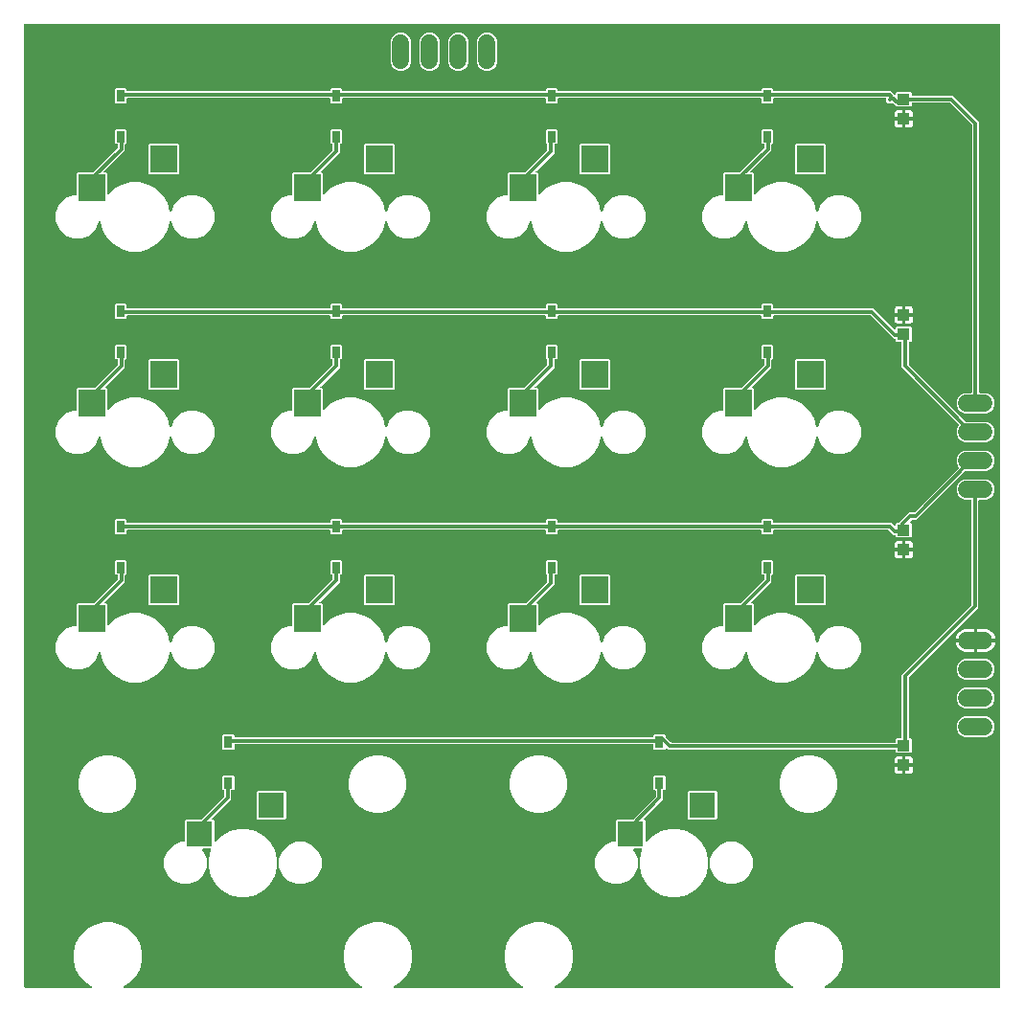
<source format=gbl>
G04 EAGLE Gerber RS-274X export*
G75*
%MOIN*%
%FSLAX36Y36*%
%LPD*%
%INBottom Copper Layer*%
%IPPOS*%
%AMOC8*
5,1,8,0,0,1.08239X$1,22.5*%
G01*
%ADD10R,0.029528X0.039370*%
%ADD11R,0.043307X0.039370*%
%ADD12C,0.060000*%
%ADD13R,0.094488X0.094488*%
%ADD14R,0.088583X0.088583*%
%ADD15C,0.012000*%

G36*
X272036Y40031D02*
X272036Y40031D01*
X272224Y40024D01*
X272511Y40109D01*
X272806Y40157D01*
X272972Y40245D01*
X273153Y40299D01*
X273398Y40471D01*
X273662Y40610D01*
X273792Y40747D01*
X273946Y40855D01*
X274123Y41095D01*
X274329Y41312D01*
X274409Y41484D01*
X274520Y41635D01*
X274612Y41920D01*
X274738Y42191D01*
X274758Y42378D01*
X274816Y42558D01*
X274812Y42857D01*
X274845Y43154D01*
X274805Y43338D01*
X274802Y43526D01*
X274703Y43808D01*
X274640Y44100D01*
X274543Y44262D01*
X274480Y44440D01*
X274296Y44676D01*
X274143Y44932D01*
X274000Y45055D01*
X273884Y45204D01*
X273477Y45503D01*
X273408Y45563D01*
X273382Y45573D01*
X273349Y45597D01*
X257091Y54984D01*
X234984Y77091D01*
X219351Y104168D01*
X211259Y134367D01*
X211259Y165633D01*
X219351Y195832D01*
X234984Y222908D01*
X257091Y245016D01*
X284168Y260649D01*
X314367Y268741D01*
X345633Y268741D01*
X375832Y260649D01*
X402908Y245016D01*
X425016Y222908D01*
X440649Y195832D01*
X448741Y165633D01*
X448741Y134367D01*
X440649Y104168D01*
X425016Y77091D01*
X402908Y54984D01*
X386651Y45597D01*
X386505Y45478D01*
X386338Y45390D01*
X386133Y45173D01*
X385901Y44984D01*
X385801Y44824D01*
X385671Y44687D01*
X385545Y44416D01*
X385386Y44163D01*
X385342Y43980D01*
X385262Y43809D01*
X385229Y43512D01*
X385159Y43221D01*
X385176Y43034D01*
X385155Y42846D01*
X385218Y42554D01*
X385245Y42257D01*
X385320Y42084D01*
X385360Y41899D01*
X385513Y41643D01*
X385633Y41369D01*
X385760Y41229D01*
X385857Y41068D01*
X386083Y40873D01*
X386284Y40652D01*
X386449Y40560D01*
X386592Y40437D01*
X386869Y40325D01*
X387130Y40180D01*
X387316Y40145D01*
X387490Y40074D01*
X387992Y40018D01*
X388082Y40001D01*
X388109Y40005D01*
X388150Y40001D01*
X1211850Y40001D01*
X1212036Y40031D01*
X1212224Y40024D01*
X1212511Y40109D01*
X1212806Y40157D01*
X1212972Y40245D01*
X1213153Y40299D01*
X1213398Y40471D01*
X1213662Y40610D01*
X1213792Y40747D01*
X1213946Y40855D01*
X1214123Y41095D01*
X1214329Y41312D01*
X1214409Y41484D01*
X1214520Y41635D01*
X1214612Y41920D01*
X1214738Y42191D01*
X1214758Y42378D01*
X1214816Y42558D01*
X1214812Y42857D01*
X1214845Y43154D01*
X1214805Y43338D01*
X1214802Y43526D01*
X1214703Y43808D01*
X1214640Y44100D01*
X1214543Y44262D01*
X1214480Y44440D01*
X1214296Y44676D01*
X1214143Y44932D01*
X1214000Y45055D01*
X1213884Y45204D01*
X1213477Y45503D01*
X1213408Y45563D01*
X1213382Y45573D01*
X1213349Y45597D01*
X1197091Y54984D01*
X1174984Y77091D01*
X1159351Y104168D01*
X1151259Y134367D01*
X1151259Y165633D01*
X1159351Y195832D01*
X1174984Y222908D01*
X1197091Y245016D01*
X1224168Y260649D01*
X1254367Y268741D01*
X1285633Y268741D01*
X1315832Y260649D01*
X1342908Y245016D01*
X1365016Y222908D01*
X1380649Y195832D01*
X1388741Y165633D01*
X1388741Y134367D01*
X1380649Y104168D01*
X1365016Y77091D01*
X1342908Y54984D01*
X1326651Y45597D01*
X1326505Y45478D01*
X1326338Y45390D01*
X1326133Y45173D01*
X1325901Y44984D01*
X1325801Y44824D01*
X1325671Y44687D01*
X1325545Y44416D01*
X1325386Y44163D01*
X1325342Y43980D01*
X1325262Y43809D01*
X1325229Y43512D01*
X1325159Y43221D01*
X1325176Y43034D01*
X1325155Y42846D01*
X1325218Y42554D01*
X1325245Y42257D01*
X1325320Y42084D01*
X1325360Y41899D01*
X1325513Y41643D01*
X1325633Y41369D01*
X1325760Y41229D01*
X1325857Y41068D01*
X1326083Y40873D01*
X1326284Y40652D01*
X1326449Y40560D01*
X1326592Y40437D01*
X1326869Y40325D01*
X1327130Y40180D01*
X1327316Y40145D01*
X1327490Y40074D01*
X1327992Y40018D01*
X1328082Y40001D01*
X1328109Y40005D01*
X1328150Y40001D01*
X1771850Y40001D01*
X1772036Y40031D01*
X1772224Y40024D01*
X1772511Y40109D01*
X1772806Y40157D01*
X1772972Y40245D01*
X1773153Y40299D01*
X1773398Y40471D01*
X1773662Y40610D01*
X1773792Y40747D01*
X1773946Y40855D01*
X1774123Y41095D01*
X1774329Y41312D01*
X1774409Y41484D01*
X1774520Y41635D01*
X1774612Y41920D01*
X1774738Y42191D01*
X1774758Y42378D01*
X1774816Y42558D01*
X1774812Y42857D01*
X1774845Y43154D01*
X1774805Y43338D01*
X1774802Y43526D01*
X1774703Y43808D01*
X1774640Y44100D01*
X1774543Y44262D01*
X1774480Y44440D01*
X1774296Y44676D01*
X1774143Y44932D01*
X1774000Y45055D01*
X1773884Y45204D01*
X1773477Y45503D01*
X1773408Y45563D01*
X1773382Y45573D01*
X1773349Y45597D01*
X1757091Y54984D01*
X1734984Y77091D01*
X1719351Y104168D01*
X1711259Y134367D01*
X1711259Y165633D01*
X1719351Y195832D01*
X1734984Y222908D01*
X1757091Y245016D01*
X1784168Y260649D01*
X1814367Y268741D01*
X1845633Y268741D01*
X1875832Y260649D01*
X1902908Y245016D01*
X1925016Y222908D01*
X1940649Y195832D01*
X1948741Y165633D01*
X1948741Y134367D01*
X1940649Y104168D01*
X1925016Y77091D01*
X1902908Y54984D01*
X1886651Y45597D01*
X1886505Y45478D01*
X1886338Y45390D01*
X1886133Y45173D01*
X1885901Y44984D01*
X1885801Y44824D01*
X1885671Y44687D01*
X1885545Y44416D01*
X1885386Y44163D01*
X1885342Y43980D01*
X1885262Y43809D01*
X1885229Y43512D01*
X1885159Y43221D01*
X1885176Y43034D01*
X1885155Y42846D01*
X1885218Y42554D01*
X1885245Y42257D01*
X1885320Y42084D01*
X1885360Y41899D01*
X1885513Y41643D01*
X1885633Y41369D01*
X1885760Y41229D01*
X1885857Y41068D01*
X1886083Y40873D01*
X1886284Y40652D01*
X1886449Y40560D01*
X1886592Y40437D01*
X1886869Y40325D01*
X1887130Y40180D01*
X1887316Y40145D01*
X1887490Y40074D01*
X1887992Y40018D01*
X1888082Y40001D01*
X1888109Y40005D01*
X1888150Y40001D01*
X2711850Y40001D01*
X2712036Y40031D01*
X2712224Y40024D01*
X2712511Y40109D01*
X2712806Y40157D01*
X2712972Y40245D01*
X2713153Y40299D01*
X2713398Y40471D01*
X2713662Y40610D01*
X2713792Y40747D01*
X2713946Y40855D01*
X2714123Y41095D01*
X2714329Y41312D01*
X2714409Y41484D01*
X2714520Y41635D01*
X2714612Y41920D01*
X2714738Y42191D01*
X2714758Y42378D01*
X2714816Y42558D01*
X2714812Y42857D01*
X2714845Y43154D01*
X2714805Y43338D01*
X2714802Y43526D01*
X2714703Y43808D01*
X2714640Y44100D01*
X2714543Y44262D01*
X2714480Y44440D01*
X2714296Y44676D01*
X2714143Y44932D01*
X2714000Y45055D01*
X2713884Y45204D01*
X2713477Y45503D01*
X2713408Y45563D01*
X2713382Y45573D01*
X2713349Y45597D01*
X2697091Y54984D01*
X2674984Y77091D01*
X2659351Y104168D01*
X2651259Y134367D01*
X2651259Y165633D01*
X2659351Y195832D01*
X2674984Y222908D01*
X2697091Y245016D01*
X2724168Y260649D01*
X2754367Y268741D01*
X2785633Y268741D01*
X2815832Y260649D01*
X2842908Y245016D01*
X2865016Y222908D01*
X2880649Y195832D01*
X2888741Y165633D01*
X2888741Y134367D01*
X2880649Y104168D01*
X2865016Y77091D01*
X2842908Y54984D01*
X2826651Y45597D01*
X2826505Y45478D01*
X2826338Y45390D01*
X2826133Y45173D01*
X2825901Y44984D01*
X2825801Y44824D01*
X2825671Y44687D01*
X2825545Y44416D01*
X2825386Y44163D01*
X2825342Y43980D01*
X2825262Y43809D01*
X2825229Y43512D01*
X2825159Y43221D01*
X2825176Y43034D01*
X2825155Y42846D01*
X2825218Y42554D01*
X2825245Y42257D01*
X2825320Y42084D01*
X2825360Y41899D01*
X2825513Y41643D01*
X2825633Y41369D01*
X2825760Y41229D01*
X2825857Y41068D01*
X2826083Y40873D01*
X2826284Y40652D01*
X2826449Y40560D01*
X2826592Y40437D01*
X2826869Y40325D01*
X2827130Y40180D01*
X2827316Y40145D01*
X2827490Y40074D01*
X2827992Y40018D01*
X2828082Y40001D01*
X2828109Y40005D01*
X2828150Y40001D01*
X3431213Y40001D01*
X3431289Y40013D01*
X3431366Y40005D01*
X3431766Y40091D01*
X3432169Y40157D01*
X3432237Y40193D01*
X3432313Y40210D01*
X3432664Y40419D01*
X3433025Y40610D01*
X3433078Y40666D01*
X3433145Y40706D01*
X3433410Y41016D01*
X3433692Y41312D01*
X3433725Y41383D01*
X3433775Y41442D01*
X3433928Y41820D01*
X3434101Y42191D01*
X3434109Y42268D01*
X3434138Y42340D01*
X3434212Y43000D01*
X3434212Y3394008D01*
X3434199Y3394084D01*
X3434208Y3394162D01*
X3434121Y3394561D01*
X3434055Y3394964D01*
X3434019Y3395032D01*
X3434003Y3395108D01*
X3433793Y3395460D01*
X3433602Y3395820D01*
X3433546Y3395874D01*
X3433506Y3395940D01*
X3433197Y3396206D01*
X3432900Y3396487D01*
X3432830Y3396520D01*
X3432771Y3396571D01*
X3432392Y3396724D01*
X3432022Y3396896D01*
X3431945Y3396905D01*
X3431873Y3396934D01*
X3431213Y3397007D01*
X43000Y3397007D01*
X42923Y3396995D01*
X42846Y3397003D01*
X42446Y3396917D01*
X42044Y3396851D01*
X41975Y3396814D01*
X41899Y3396798D01*
X41548Y3396588D01*
X41188Y3396398D01*
X41134Y3396341D01*
X41068Y3396302D01*
X40802Y3395992D01*
X40520Y3395695D01*
X40487Y3395625D01*
X40437Y3395566D01*
X40284Y3395188D01*
X40112Y3394817D01*
X40103Y3394740D01*
X40074Y3394668D01*
X40001Y3394008D01*
X40001Y43000D01*
X40013Y42923D01*
X40005Y42846D01*
X40091Y42446D01*
X40157Y42044D01*
X40193Y41975D01*
X40210Y41899D01*
X40419Y41548D01*
X40610Y41188D01*
X40666Y41134D01*
X40706Y41068D01*
X41016Y40802D01*
X41312Y40520D01*
X41383Y40487D01*
X41442Y40437D01*
X41820Y40284D01*
X42191Y40112D01*
X42268Y40103D01*
X42340Y40074D01*
X43000Y40001D01*
X271850Y40001D01*
X272036Y40031D01*
G37*
%LPC*%
G36*
X3312839Y2038999D02*
X3312839Y2038999D01*
X3299607Y2044480D01*
X3289480Y2054607D01*
X3283999Y2067839D01*
X3283999Y2082161D01*
X3289480Y2095393D01*
X3299607Y2105520D01*
X3312839Y2111001D01*
X3335000Y2111001D01*
X3335077Y2111013D01*
X3335154Y2111005D01*
X3335553Y2111091D01*
X3335956Y2111157D01*
X3336024Y2111193D01*
X3336100Y2111210D01*
X3336452Y2111419D01*
X3336812Y2111610D01*
X3336866Y2111666D01*
X3336932Y2111706D01*
X3337198Y2112016D01*
X3337480Y2112312D01*
X3337512Y2112383D01*
X3337563Y2112442D01*
X3337716Y2112820D01*
X3337888Y2113191D01*
X3337897Y2113268D01*
X3337926Y2113340D01*
X3337999Y2114000D01*
X3337999Y3043787D01*
X3337941Y3044141D01*
X3337914Y3044497D01*
X3337864Y3044615D01*
X3337843Y3044743D01*
X3337675Y3045059D01*
X3337536Y3045389D01*
X3337433Y3045517D01*
X3337390Y3045599D01*
X3337297Y3045687D01*
X3337121Y3045907D01*
X3262443Y3120585D01*
X3262152Y3120794D01*
X3261880Y3121027D01*
X3261761Y3121076D01*
X3261656Y3121151D01*
X3261314Y3121256D01*
X3260982Y3121390D01*
X3260820Y3121408D01*
X3260730Y3121436D01*
X3260602Y3121433D01*
X3260322Y3121464D01*
X3130653Y3121464D01*
X3130577Y3121451D01*
X3130500Y3121460D01*
X3130100Y3121373D01*
X3129697Y3121307D01*
X3129629Y3121271D01*
X3129553Y3121255D01*
X3129202Y3121045D01*
X3128841Y3120854D01*
X3128788Y3120798D01*
X3128721Y3120758D01*
X3128456Y3120449D01*
X3128174Y3120152D01*
X3128141Y3120082D01*
X3128091Y3120023D01*
X3127938Y3119644D01*
X3127765Y3119274D01*
X3127757Y3119196D01*
X3127728Y3119125D01*
X3127654Y3118465D01*
X3127654Y3111294D01*
X3124139Y3107779D01*
X3075861Y3107779D01*
X3072129Y3111511D01*
X3072022Y3111712D01*
X3071882Y3112042D01*
X3071780Y3112170D01*
X3071736Y3112253D01*
X3071644Y3112341D01*
X3071467Y3112561D01*
X3065121Y3118907D01*
X3065120Y3118908D01*
X3062121Y3121907D01*
X3062058Y3121953D01*
X3062009Y3122014D01*
X3061665Y3122235D01*
X3061334Y3122473D01*
X3061260Y3122496D01*
X3061195Y3122538D01*
X3060800Y3122638D01*
X3060408Y3122758D01*
X3060331Y3122756D01*
X3060256Y3122775D01*
X3059849Y3122744D01*
X3059440Y3122733D01*
X3059367Y3122707D01*
X3059290Y3122701D01*
X3058914Y3122541D01*
X3058530Y3122401D01*
X3058470Y3122353D01*
X3058398Y3122322D01*
X3057879Y3121908D01*
X3055971Y3119999D01*
X3046029Y3119999D01*
X3038999Y3127029D01*
X3038999Y3135000D01*
X3038987Y3135077D01*
X3038995Y3135154D01*
X3038909Y3135553D01*
X3038843Y3135956D01*
X3038807Y3136024D01*
X3038790Y3136100D01*
X3038581Y3136452D01*
X3038390Y3136812D01*
X3038334Y3136866D01*
X3038294Y3136932D01*
X3037984Y3137198D01*
X3037688Y3137480D01*
X3037617Y3137512D01*
X3037558Y3137563D01*
X3037180Y3137716D01*
X3036809Y3137888D01*
X3036732Y3137897D01*
X3036660Y3137926D01*
X3036000Y3137999D01*
X2648764Y3137999D01*
X2648687Y3137987D01*
X2648610Y3137995D01*
X2648210Y3137909D01*
X2647808Y3137843D01*
X2647739Y3137807D01*
X2647663Y3137790D01*
X2647312Y3137581D01*
X2646951Y3137390D01*
X2646898Y3137334D01*
X2646831Y3137294D01*
X2646566Y3136984D01*
X2646284Y3136688D01*
X2646251Y3136617D01*
X2646201Y3136558D01*
X2646048Y3136180D01*
X2645876Y3135809D01*
X2645867Y3135732D01*
X2645838Y3135660D01*
X2645764Y3135000D01*
X2645764Y3123695D01*
X2642249Y3120180D01*
X2607751Y3120180D01*
X2604235Y3123695D01*
X2604235Y3135000D01*
X2604223Y3135077D01*
X2604232Y3135154D01*
X2604145Y3135553D01*
X2604079Y3135956D01*
X2604043Y3136024D01*
X2604026Y3136100D01*
X2603817Y3136452D01*
X2603626Y3136812D01*
X2603570Y3136866D01*
X2603530Y3136932D01*
X2603220Y3137198D01*
X2602924Y3137480D01*
X2602853Y3137512D01*
X2602794Y3137563D01*
X2602416Y3137716D01*
X2602045Y3137888D01*
X2601968Y3137897D01*
X2601896Y3137926D01*
X2601236Y3137999D01*
X1898764Y3137999D01*
X1898687Y3137987D01*
X1898610Y3137995D01*
X1898210Y3137909D01*
X1897808Y3137843D01*
X1897739Y3137807D01*
X1897663Y3137790D01*
X1897312Y3137581D01*
X1896951Y3137390D01*
X1896898Y3137334D01*
X1896831Y3137294D01*
X1896566Y3136984D01*
X1896284Y3136688D01*
X1896251Y3136617D01*
X1896201Y3136558D01*
X1896048Y3136180D01*
X1895876Y3135809D01*
X1895867Y3135732D01*
X1895838Y3135660D01*
X1895764Y3135000D01*
X1895764Y3123695D01*
X1892249Y3120180D01*
X1857751Y3120180D01*
X1854235Y3123695D01*
X1854235Y3135000D01*
X1854223Y3135077D01*
X1854232Y3135154D01*
X1854145Y3135553D01*
X1854079Y3135956D01*
X1854043Y3136024D01*
X1854026Y3136100D01*
X1853817Y3136452D01*
X1853626Y3136812D01*
X1853570Y3136866D01*
X1853530Y3136932D01*
X1853220Y3137198D01*
X1852924Y3137480D01*
X1852853Y3137512D01*
X1852794Y3137563D01*
X1852416Y3137716D01*
X1852045Y3137888D01*
X1851968Y3137897D01*
X1851896Y3137926D01*
X1851236Y3137999D01*
X1148764Y3137999D01*
X1148687Y3137987D01*
X1148610Y3137995D01*
X1148210Y3137909D01*
X1147808Y3137843D01*
X1147739Y3137807D01*
X1147663Y3137790D01*
X1147312Y3137581D01*
X1146951Y3137390D01*
X1146898Y3137334D01*
X1146831Y3137294D01*
X1146566Y3136984D01*
X1146284Y3136688D01*
X1146251Y3136617D01*
X1146201Y3136558D01*
X1146048Y3136180D01*
X1145876Y3135809D01*
X1145867Y3135732D01*
X1145838Y3135660D01*
X1145764Y3135000D01*
X1145764Y3123695D01*
X1142249Y3120180D01*
X1107751Y3120180D01*
X1104235Y3123695D01*
X1104235Y3135000D01*
X1104223Y3135077D01*
X1104232Y3135154D01*
X1104145Y3135553D01*
X1104079Y3135956D01*
X1104043Y3136024D01*
X1104026Y3136100D01*
X1103817Y3136452D01*
X1103626Y3136812D01*
X1103570Y3136866D01*
X1103530Y3136932D01*
X1103220Y3137198D01*
X1102924Y3137480D01*
X1102853Y3137512D01*
X1102794Y3137563D01*
X1102416Y3137716D01*
X1102045Y3137888D01*
X1101968Y3137897D01*
X1101896Y3137926D01*
X1101236Y3137999D01*
X398764Y3137999D01*
X398687Y3137987D01*
X398610Y3137995D01*
X398210Y3137909D01*
X397808Y3137843D01*
X397739Y3137807D01*
X397663Y3137790D01*
X397312Y3137581D01*
X396951Y3137390D01*
X396898Y3137334D01*
X396831Y3137294D01*
X396566Y3136984D01*
X396284Y3136688D01*
X396251Y3136617D01*
X396201Y3136558D01*
X396048Y3136180D01*
X395876Y3135809D01*
X395867Y3135732D01*
X395838Y3135660D01*
X395764Y3135000D01*
X395764Y3123695D01*
X392249Y3120180D01*
X357751Y3120180D01*
X354235Y3123695D01*
X354235Y3168037D01*
X357751Y3171552D01*
X392249Y3171552D01*
X395764Y3168037D01*
X395764Y3165000D01*
X395777Y3164923D01*
X395768Y3164846D01*
X395855Y3164446D01*
X395921Y3164044D01*
X395957Y3163975D01*
X395974Y3163899D01*
X396183Y3163548D01*
X396374Y3163188D01*
X396430Y3163134D01*
X396470Y3163068D01*
X396780Y3162802D01*
X397076Y3162520D01*
X397147Y3162487D01*
X397205Y3162437D01*
X397584Y3162284D01*
X397955Y3162112D01*
X398032Y3162103D01*
X398104Y3162074D01*
X398764Y3162001D01*
X1101236Y3162001D01*
X1101313Y3162013D01*
X1101390Y3162005D01*
X1101790Y3162091D01*
X1102192Y3162157D01*
X1102261Y3162193D01*
X1102337Y3162210D01*
X1102688Y3162419D01*
X1103048Y3162610D01*
X1103102Y3162666D01*
X1103169Y3162706D01*
X1103434Y3163016D01*
X1103716Y3163312D01*
X1103749Y3163383D01*
X1103799Y3163442D01*
X1103952Y3163820D01*
X1104124Y3164191D01*
X1104133Y3164268D01*
X1104162Y3164340D01*
X1104235Y3165000D01*
X1104235Y3168037D01*
X1107751Y3171552D01*
X1142249Y3171552D01*
X1145764Y3168037D01*
X1145764Y3165000D01*
X1145777Y3164923D01*
X1145768Y3164846D01*
X1145855Y3164446D01*
X1145921Y3164044D01*
X1145957Y3163975D01*
X1145974Y3163899D01*
X1146183Y3163548D01*
X1146374Y3163188D01*
X1146430Y3163134D01*
X1146470Y3163068D01*
X1146780Y3162802D01*
X1147076Y3162520D01*
X1147147Y3162487D01*
X1147205Y3162437D01*
X1147584Y3162284D01*
X1147955Y3162112D01*
X1148032Y3162103D01*
X1148104Y3162074D01*
X1148764Y3162001D01*
X1851236Y3162001D01*
X1851313Y3162013D01*
X1851390Y3162005D01*
X1851790Y3162091D01*
X1852192Y3162157D01*
X1852261Y3162193D01*
X1852337Y3162210D01*
X1852688Y3162419D01*
X1853048Y3162610D01*
X1853102Y3162666D01*
X1853169Y3162706D01*
X1853434Y3163016D01*
X1853716Y3163312D01*
X1853749Y3163383D01*
X1853799Y3163442D01*
X1853952Y3163820D01*
X1854124Y3164191D01*
X1854133Y3164268D01*
X1854162Y3164340D01*
X1854235Y3165000D01*
X1854235Y3168037D01*
X1857751Y3171552D01*
X1892249Y3171552D01*
X1895764Y3168037D01*
X1895764Y3165000D01*
X1895777Y3164923D01*
X1895768Y3164846D01*
X1895855Y3164446D01*
X1895921Y3164044D01*
X1895957Y3163975D01*
X1895974Y3163899D01*
X1896183Y3163548D01*
X1896374Y3163188D01*
X1896430Y3163134D01*
X1896470Y3163068D01*
X1896780Y3162802D01*
X1897076Y3162520D01*
X1897147Y3162487D01*
X1897205Y3162437D01*
X1897584Y3162284D01*
X1897955Y3162112D01*
X1898032Y3162103D01*
X1898104Y3162074D01*
X1898764Y3162001D01*
X2601236Y3162001D01*
X2601313Y3162013D01*
X2601390Y3162005D01*
X2601790Y3162091D01*
X2602192Y3162157D01*
X2602261Y3162193D01*
X2602337Y3162210D01*
X2602688Y3162419D01*
X2603048Y3162610D01*
X2603102Y3162666D01*
X2603169Y3162706D01*
X2603434Y3163016D01*
X2603716Y3163312D01*
X2603749Y3163383D01*
X2603799Y3163442D01*
X2603952Y3163820D01*
X2604124Y3164191D01*
X2604133Y3164268D01*
X2604162Y3164340D01*
X2604235Y3165000D01*
X2604235Y3168037D01*
X2607751Y3171552D01*
X2642249Y3171552D01*
X2645764Y3168037D01*
X2645764Y3165000D01*
X2645777Y3164923D01*
X2645768Y3164846D01*
X2645855Y3164446D01*
X2645921Y3164044D01*
X2645957Y3163975D01*
X2645974Y3163899D01*
X2646183Y3163548D01*
X2646374Y3163188D01*
X2646430Y3163134D01*
X2646470Y3163068D01*
X2646780Y3162802D01*
X2647076Y3162520D01*
X2647147Y3162487D01*
X2647205Y3162437D01*
X2647584Y3162284D01*
X2647955Y3162112D01*
X2648032Y3162103D01*
X2648104Y3162074D01*
X2648764Y3162001D01*
X3055971Y3162001D01*
X3064092Y3153879D01*
X3067226Y3150746D01*
X3067455Y3150581D01*
X3067659Y3150387D01*
X3067845Y3150300D01*
X3068012Y3150180D01*
X3068282Y3150097D01*
X3068537Y3149978D01*
X3068741Y3149956D01*
X3068938Y3149895D01*
X3069220Y3149902D01*
X3069500Y3149871D01*
X3069701Y3149915D01*
X3069906Y3149920D01*
X3070171Y3150017D01*
X3070447Y3150076D01*
X3070624Y3150182D01*
X3070816Y3150252D01*
X3071037Y3150428D01*
X3071279Y3150573D01*
X3071413Y3150729D01*
X3071573Y3150857D01*
X3071726Y3151094D01*
X3071909Y3151308D01*
X3071986Y3151499D01*
X3072097Y3151672D01*
X3072167Y3151945D01*
X3072272Y3152206D01*
X3072303Y3152487D01*
X3072335Y3152611D01*
X3072328Y3152704D01*
X3072346Y3152867D01*
X3072346Y3155635D01*
X3075861Y3159150D01*
X3124139Y3159150D01*
X3127654Y3155635D01*
X3127654Y3148464D01*
X3127667Y3148388D01*
X3127658Y3148311D01*
X3127745Y3147911D01*
X3127811Y3147508D01*
X3127847Y3147440D01*
X3127863Y3147364D01*
X3128073Y3147013D01*
X3128264Y3146652D01*
X3128320Y3146599D01*
X3128360Y3146532D01*
X3128669Y3146267D01*
X3128966Y3145985D01*
X3129036Y3145952D01*
X3129095Y3145902D01*
X3129474Y3145749D01*
X3129844Y3145576D01*
X3129922Y3145568D01*
X3129993Y3145539D01*
X3130653Y3145465D01*
X3271506Y3145465D01*
X3362001Y3054971D01*
X3362001Y2114000D01*
X3362013Y2113923D01*
X3362005Y2113846D01*
X3362091Y2113446D01*
X3362157Y2113044D01*
X3362193Y2112975D01*
X3362210Y2112899D01*
X3362419Y2112548D01*
X3362610Y2112188D01*
X3362666Y2112134D01*
X3362706Y2112068D01*
X3363016Y2111802D01*
X3363312Y2111520D01*
X3363383Y2111487D01*
X3363442Y2111437D01*
X3363820Y2111284D01*
X3364191Y2111112D01*
X3364268Y2111103D01*
X3364340Y2111074D01*
X3365000Y2111001D01*
X3387161Y2111001D01*
X3400393Y2105520D01*
X3410520Y2095393D01*
X3416001Y2082161D01*
X3416001Y2067839D01*
X3410520Y2054607D01*
X3400393Y2044480D01*
X3387161Y2038999D01*
X3312839Y2038999D01*
G37*
%LPD*%
%LPC*%
G36*
X409108Y2604291D02*
X409108Y2604291D01*
X378408Y2612517D01*
X350883Y2628408D01*
X328408Y2650883D01*
X312517Y2678408D01*
X304918Y2706766D01*
X304726Y2707192D01*
X304529Y2707635D01*
X304523Y2707642D01*
X304520Y2707649D01*
X304197Y2707996D01*
X303874Y2708349D01*
X303866Y2708353D01*
X303860Y2708359D01*
X303445Y2708585D01*
X303025Y2708816D01*
X303017Y2708818D01*
X303009Y2708822D01*
X302540Y2708904D01*
X302072Y2708989D01*
X302064Y2708988D01*
X302055Y2708989D01*
X301582Y2708917D01*
X301114Y2708849D01*
X301106Y2708845D01*
X301097Y2708844D01*
X300673Y2708625D01*
X300250Y2708410D01*
X300244Y2708404D01*
X300236Y2708400D01*
X299902Y2708057D01*
X299571Y2707720D01*
X299566Y2707711D01*
X299561Y2707706D01*
X299546Y2707675D01*
X299250Y2707138D01*
X288950Y2682270D01*
X267730Y2661050D01*
X240005Y2649566D01*
X209995Y2649566D01*
X182270Y2661050D01*
X161050Y2682270D01*
X149566Y2709995D01*
X149566Y2740005D01*
X161050Y2767730D01*
X182270Y2788950D01*
X209995Y2800434D01*
X218756Y2800434D01*
X218832Y2800446D01*
X218910Y2800438D01*
X219309Y2800524D01*
X219712Y2800590D01*
X219780Y2800626D01*
X219856Y2800643D01*
X220208Y2800852D01*
X220568Y2801043D01*
X220622Y2801099D01*
X220688Y2801139D01*
X220954Y2801449D01*
X221235Y2801745D01*
X221268Y2801816D01*
X221319Y2801875D01*
X221472Y2802253D01*
X221644Y2802624D01*
X221653Y2802701D01*
X221682Y2802773D01*
X221755Y2803433D01*
X221755Y2874730D01*
X225270Y2878245D01*
X277031Y2878245D01*
X277385Y2878303D01*
X277741Y2878330D01*
X277859Y2878380D01*
X277987Y2878401D01*
X278303Y2878569D01*
X278633Y2878708D01*
X278761Y2878811D01*
X278843Y2878854D01*
X278931Y2878947D01*
X279152Y2879123D01*
X365121Y2965092D01*
X365330Y2965383D01*
X365563Y2965655D01*
X365611Y2965775D01*
X365686Y2965879D01*
X365791Y2966221D01*
X365926Y2966553D01*
X365944Y2966715D01*
X365971Y2966805D01*
X365968Y2966933D01*
X365999Y2967213D01*
X365999Y2975449D01*
X365987Y2975525D01*
X365995Y2975602D01*
X365909Y2976002D01*
X365843Y2976405D01*
X365807Y2976473D01*
X365790Y2976549D01*
X365581Y2976900D01*
X365390Y2977261D01*
X365334Y2977314D01*
X365294Y2977381D01*
X364984Y2977647D01*
X364688Y2977928D01*
X364617Y2977961D01*
X364558Y2978012D01*
X364180Y2978164D01*
X363809Y2978337D01*
X363732Y2978345D01*
X363660Y2978375D01*
X363000Y2978448D01*
X357751Y2978448D01*
X354235Y2981963D01*
X354235Y3026304D01*
X357751Y3029820D01*
X392249Y3029820D01*
X395764Y3026304D01*
X395764Y2981963D01*
X392102Y2978301D01*
X392044Y2978292D01*
X391975Y2978255D01*
X391899Y2978239D01*
X391548Y2978029D01*
X391188Y2977839D01*
X391134Y2977782D01*
X391068Y2977743D01*
X390802Y2977433D01*
X390520Y2977136D01*
X390487Y2977066D01*
X390437Y2977007D01*
X390284Y2976628D01*
X390112Y2976258D01*
X390103Y2976181D01*
X390074Y2976109D01*
X390001Y2975449D01*
X390001Y2956029D01*
X317336Y2883365D01*
X317172Y2883136D01*
X316977Y2882931D01*
X316891Y2882745D01*
X316771Y2882578D01*
X316688Y2882309D01*
X316569Y2882053D01*
X316546Y2881849D01*
X316486Y2881652D01*
X316493Y2881370D01*
X316462Y2881090D01*
X316505Y2880889D01*
X316511Y2880684D01*
X316607Y2880419D01*
X316667Y2880144D01*
X316772Y2879967D01*
X316843Y2879774D01*
X317019Y2879554D01*
X317163Y2879312D01*
X317319Y2879178D01*
X317448Y2879017D01*
X317685Y2878865D01*
X317899Y2878681D01*
X318090Y2878604D01*
X318262Y2878493D01*
X318536Y2878424D01*
X318797Y2878318D01*
X319077Y2878287D01*
X319202Y2878256D01*
X319295Y2878263D01*
X319457Y2878245D01*
X324730Y2878245D01*
X328245Y2874730D01*
X328245Y2806194D01*
X328290Y2805916D01*
X328297Y2805634D01*
X328368Y2805441D01*
X328401Y2805238D01*
X328533Y2804989D01*
X328630Y2804724D01*
X328758Y2804563D01*
X328854Y2804382D01*
X329058Y2804188D01*
X329235Y2803968D01*
X329407Y2803856D01*
X329556Y2803715D01*
X329812Y2803596D01*
X330049Y2803443D01*
X330248Y2803393D01*
X330435Y2803306D01*
X330715Y2803275D01*
X330988Y2803206D01*
X331193Y2803222D01*
X331398Y2803199D01*
X331674Y2803259D01*
X331954Y2803280D01*
X332143Y2803361D01*
X332344Y2803404D01*
X332586Y2803548D01*
X332846Y2803659D01*
X333067Y2803835D01*
X333176Y2803900D01*
X333237Y2803971D01*
X333365Y2804073D01*
X350883Y2821592D01*
X378408Y2837483D01*
X409108Y2845709D01*
X440892Y2845709D01*
X471592Y2837483D01*
X499117Y2821592D01*
X521592Y2799117D01*
X537483Y2771592D01*
X545082Y2743234D01*
X545274Y2742808D01*
X545471Y2742365D01*
X545477Y2742358D01*
X545480Y2742351D01*
X545802Y2742004D01*
X546126Y2741651D01*
X546134Y2741647D01*
X546140Y2741641D01*
X546555Y2741415D01*
X546975Y2741184D01*
X546983Y2741182D01*
X546991Y2741178D01*
X547460Y2741096D01*
X547928Y2741011D01*
X547936Y2741012D01*
X547945Y2741011D01*
X548418Y2741083D01*
X548886Y2741151D01*
X548894Y2741155D01*
X548903Y2741156D01*
X549327Y2741375D01*
X549750Y2741589D01*
X549756Y2741596D01*
X549764Y2741600D01*
X550098Y2741943D01*
X550429Y2742280D01*
X550434Y2742289D01*
X550439Y2742294D01*
X550454Y2742324D01*
X550750Y2742862D01*
X561050Y2767730D01*
X582270Y2788950D01*
X609995Y2800434D01*
X640005Y2800434D01*
X667730Y2788950D01*
X688950Y2767730D01*
X700434Y2740005D01*
X700434Y2709995D01*
X688950Y2682270D01*
X667730Y2661050D01*
X640005Y2649566D01*
X609995Y2649566D01*
X582270Y2661050D01*
X561050Y2682270D01*
X550750Y2707138D01*
X550500Y2707542D01*
X550250Y2707948D01*
X550244Y2707954D01*
X550239Y2707961D01*
X549873Y2708265D01*
X549508Y2708570D01*
X549500Y2708574D01*
X549493Y2708579D01*
X549057Y2708747D01*
X548606Y2708923D01*
X548597Y2708924D01*
X548589Y2708927D01*
X548118Y2708947D01*
X547638Y2708970D01*
X547630Y2708968D01*
X547621Y2708968D01*
X547164Y2708836D01*
X546706Y2708706D01*
X546699Y2708701D01*
X546691Y2708699D01*
X546299Y2708427D01*
X545907Y2708159D01*
X545902Y2708152D01*
X545894Y2708147D01*
X545611Y2707766D01*
X545324Y2707385D01*
X545320Y2707375D01*
X545316Y2707370D01*
X545306Y2707339D01*
X545082Y2706766D01*
X537483Y2678408D01*
X521592Y2650883D01*
X499117Y2628408D01*
X471592Y2612517D01*
X440892Y2604291D01*
X409108Y2604291D01*
G37*
%LPD*%
%LPC*%
G36*
X2659108Y2604291D02*
X2659108Y2604291D01*
X2628408Y2612517D01*
X2600883Y2628408D01*
X2578408Y2650883D01*
X2562517Y2678408D01*
X2554918Y2706766D01*
X2554726Y2707192D01*
X2554529Y2707635D01*
X2554523Y2707642D01*
X2554520Y2707649D01*
X2554197Y2707996D01*
X2553874Y2708349D01*
X2553866Y2708353D01*
X2553860Y2708359D01*
X2553445Y2708585D01*
X2553025Y2708816D01*
X2553017Y2708818D01*
X2553009Y2708822D01*
X2552540Y2708904D01*
X2552072Y2708989D01*
X2552064Y2708988D01*
X2552055Y2708989D01*
X2551582Y2708917D01*
X2551114Y2708849D01*
X2551106Y2708845D01*
X2551097Y2708844D01*
X2550673Y2708625D01*
X2550250Y2708410D01*
X2550244Y2708404D01*
X2550236Y2708400D01*
X2549902Y2708057D01*
X2549571Y2707720D01*
X2549566Y2707711D01*
X2549561Y2707706D01*
X2549546Y2707675D01*
X2549250Y2707138D01*
X2538950Y2682270D01*
X2517730Y2661050D01*
X2490005Y2649566D01*
X2459995Y2649566D01*
X2432270Y2661050D01*
X2411050Y2682270D01*
X2399566Y2709995D01*
X2399566Y2740005D01*
X2411050Y2767730D01*
X2432270Y2788950D01*
X2459995Y2800434D01*
X2468756Y2800434D01*
X2468832Y2800446D01*
X2468910Y2800438D01*
X2469309Y2800524D01*
X2469712Y2800590D01*
X2469780Y2800626D01*
X2469856Y2800643D01*
X2470208Y2800852D01*
X2470568Y2801043D01*
X2470622Y2801099D01*
X2470688Y2801139D01*
X2470954Y2801449D01*
X2471235Y2801745D01*
X2471268Y2801816D01*
X2471319Y2801875D01*
X2471472Y2802253D01*
X2471644Y2802624D01*
X2471653Y2802701D01*
X2471682Y2802773D01*
X2471755Y2803433D01*
X2471755Y2874730D01*
X2475270Y2878245D01*
X2527031Y2878245D01*
X2527385Y2878303D01*
X2527741Y2878330D01*
X2527860Y2878380D01*
X2527987Y2878401D01*
X2528303Y2878569D01*
X2528633Y2878708D01*
X2528761Y2878811D01*
X2528843Y2878854D01*
X2528931Y2878947D01*
X2529152Y2879123D01*
X2615121Y2965092D01*
X2615330Y2965383D01*
X2615563Y2965655D01*
X2615611Y2965775D01*
X2615686Y2965879D01*
X2615791Y2966221D01*
X2615926Y2966553D01*
X2615944Y2966715D01*
X2615971Y2966805D01*
X2615968Y2966933D01*
X2615999Y2967213D01*
X2615999Y2975449D01*
X2615987Y2975525D01*
X2615995Y2975602D01*
X2615909Y2976002D01*
X2615843Y2976405D01*
X2615807Y2976473D01*
X2615790Y2976549D01*
X2615581Y2976900D01*
X2615390Y2977261D01*
X2615334Y2977314D01*
X2615294Y2977381D01*
X2614984Y2977647D01*
X2614688Y2977928D01*
X2614617Y2977961D01*
X2614558Y2978012D01*
X2614180Y2978164D01*
X2613809Y2978337D01*
X2613732Y2978345D01*
X2613660Y2978375D01*
X2613000Y2978448D01*
X2607751Y2978448D01*
X2604235Y2981963D01*
X2604235Y3026304D01*
X2607751Y3029820D01*
X2642249Y3029820D01*
X2645764Y3026304D01*
X2645764Y2981963D01*
X2642102Y2978301D01*
X2642044Y2978292D01*
X2641975Y2978255D01*
X2641899Y2978239D01*
X2641548Y2978029D01*
X2641188Y2977839D01*
X2641134Y2977782D01*
X2641068Y2977743D01*
X2640802Y2977433D01*
X2640520Y2977136D01*
X2640487Y2977066D01*
X2640437Y2977007D01*
X2640284Y2976628D01*
X2640112Y2976258D01*
X2640103Y2976181D01*
X2640074Y2976109D01*
X2640001Y2975449D01*
X2640001Y2956029D01*
X2567336Y2883365D01*
X2567172Y2883136D01*
X2566977Y2882931D01*
X2566891Y2882745D01*
X2566771Y2882578D01*
X2566688Y2882309D01*
X2566569Y2882053D01*
X2566546Y2881849D01*
X2566486Y2881652D01*
X2566493Y2881370D01*
X2566462Y2881090D01*
X2566505Y2880889D01*
X2566511Y2880684D01*
X2566607Y2880419D01*
X2566667Y2880144D01*
X2566772Y2879967D01*
X2566843Y2879774D01*
X2567019Y2879554D01*
X2567163Y2879312D01*
X2567319Y2879178D01*
X2567448Y2879017D01*
X2567685Y2878865D01*
X2567899Y2878681D01*
X2568090Y2878604D01*
X2568262Y2878493D01*
X2568536Y2878424D01*
X2568797Y2878318D01*
X2569077Y2878287D01*
X2569202Y2878256D01*
X2569295Y2878263D01*
X2569457Y2878245D01*
X2574730Y2878245D01*
X2578245Y2874730D01*
X2578245Y2806194D01*
X2578290Y2805916D01*
X2578297Y2805634D01*
X2578368Y2805441D01*
X2578401Y2805238D01*
X2578533Y2804989D01*
X2578630Y2804724D01*
X2578758Y2804563D01*
X2578854Y2804382D01*
X2579058Y2804188D01*
X2579235Y2803968D01*
X2579407Y2803856D01*
X2579556Y2803715D01*
X2579812Y2803596D01*
X2580049Y2803443D01*
X2580248Y2803393D01*
X2580435Y2803306D01*
X2580715Y2803275D01*
X2580988Y2803206D01*
X2581193Y2803222D01*
X2581398Y2803199D01*
X2581674Y2803259D01*
X2581954Y2803280D01*
X2582143Y2803361D01*
X2582344Y2803404D01*
X2582586Y2803548D01*
X2582846Y2803659D01*
X2583067Y2803835D01*
X2583176Y2803900D01*
X2583237Y2803971D01*
X2583365Y2804073D01*
X2600883Y2821592D01*
X2628408Y2837483D01*
X2659108Y2845709D01*
X2690892Y2845709D01*
X2721592Y2837483D01*
X2749117Y2821592D01*
X2771592Y2799117D01*
X2787483Y2771592D01*
X2795082Y2743234D01*
X2795274Y2742808D01*
X2795471Y2742365D01*
X2795477Y2742358D01*
X2795480Y2742351D01*
X2795802Y2742004D01*
X2796126Y2741651D01*
X2796134Y2741647D01*
X2796140Y2741641D01*
X2796555Y2741415D01*
X2796975Y2741184D01*
X2796983Y2741182D01*
X2796991Y2741178D01*
X2797460Y2741096D01*
X2797928Y2741011D01*
X2797936Y2741012D01*
X2797945Y2741011D01*
X2798418Y2741083D01*
X2798886Y2741151D01*
X2798894Y2741155D01*
X2798903Y2741156D01*
X2799327Y2741375D01*
X2799750Y2741589D01*
X2799756Y2741596D01*
X2799764Y2741600D01*
X2800098Y2741943D01*
X2800429Y2742280D01*
X2800434Y2742289D01*
X2800439Y2742294D01*
X2800454Y2742324D01*
X2800750Y2742862D01*
X2811050Y2767730D01*
X2832270Y2788950D01*
X2859995Y2800434D01*
X2890005Y2800434D01*
X2917730Y2788950D01*
X2938950Y2767730D01*
X2950434Y2740005D01*
X2950434Y2709995D01*
X2938950Y2682270D01*
X2917730Y2661050D01*
X2890005Y2649566D01*
X2859995Y2649566D01*
X2832270Y2661050D01*
X2811050Y2682270D01*
X2800750Y2707138D01*
X2800500Y2707542D01*
X2800250Y2707948D01*
X2800244Y2707954D01*
X2800239Y2707961D01*
X2799873Y2708265D01*
X2799508Y2708570D01*
X2799500Y2708574D01*
X2799493Y2708579D01*
X2799057Y2708747D01*
X2798606Y2708923D01*
X2798597Y2708924D01*
X2798589Y2708927D01*
X2798118Y2708947D01*
X2797638Y2708970D01*
X2797630Y2708968D01*
X2797621Y2708968D01*
X2797164Y2708836D01*
X2796706Y2708706D01*
X2796699Y2708701D01*
X2796691Y2708699D01*
X2796299Y2708427D01*
X2795907Y2708159D01*
X2795902Y2708152D01*
X2795894Y2708147D01*
X2795611Y2707766D01*
X2795324Y2707385D01*
X2795320Y2707375D01*
X2795316Y2707370D01*
X2795306Y2707339D01*
X2795082Y2706766D01*
X2787483Y2678408D01*
X2771592Y2650883D01*
X2749117Y2628408D01*
X2721592Y2612517D01*
X2690892Y2604291D01*
X2659108Y2604291D01*
G37*
%LPD*%
%LPC*%
G36*
X1159108Y1104291D02*
X1159108Y1104291D01*
X1128408Y1112517D01*
X1100883Y1128408D01*
X1078408Y1150883D01*
X1062517Y1178408D01*
X1054922Y1206750D01*
X1054918Y1206766D01*
X1054726Y1207192D01*
X1054529Y1207635D01*
X1054523Y1207642D01*
X1054520Y1207649D01*
X1054197Y1207996D01*
X1053874Y1208349D01*
X1053866Y1208353D01*
X1053860Y1208359D01*
X1053445Y1208585D01*
X1053025Y1208816D01*
X1053017Y1208818D01*
X1053009Y1208822D01*
X1052540Y1208904D01*
X1052072Y1208989D01*
X1052064Y1208988D01*
X1052055Y1208989D01*
X1051582Y1208917D01*
X1051114Y1208849D01*
X1051106Y1208845D01*
X1051097Y1208844D01*
X1050673Y1208625D01*
X1050250Y1208410D01*
X1050244Y1208404D01*
X1050236Y1208400D01*
X1049902Y1208057D01*
X1049571Y1207720D01*
X1049566Y1207711D01*
X1049561Y1207706D01*
X1049546Y1207675D01*
X1049250Y1207138D01*
X1038950Y1182270D01*
X1017730Y1161050D01*
X990005Y1149566D01*
X959995Y1149566D01*
X932270Y1161050D01*
X911050Y1182270D01*
X899566Y1209995D01*
X899566Y1240005D01*
X911050Y1267730D01*
X932270Y1288950D01*
X959995Y1300434D01*
X968756Y1300434D01*
X968832Y1300446D01*
X968910Y1300438D01*
X969309Y1300524D01*
X969712Y1300590D01*
X969780Y1300626D01*
X969856Y1300643D01*
X970208Y1300852D01*
X970568Y1301043D01*
X970622Y1301099D01*
X970688Y1301139D01*
X970954Y1301449D01*
X971235Y1301745D01*
X971268Y1301816D01*
X971319Y1301875D01*
X971472Y1302253D01*
X971644Y1302624D01*
X971653Y1302701D01*
X971682Y1302773D01*
X971755Y1303433D01*
X971755Y1374730D01*
X975270Y1378245D01*
X1027031Y1378245D01*
X1027385Y1378303D01*
X1027741Y1378330D01*
X1027860Y1378380D01*
X1027987Y1378401D01*
X1028303Y1378569D01*
X1028633Y1378708D01*
X1028761Y1378811D01*
X1028843Y1378854D01*
X1028931Y1378947D01*
X1029152Y1379123D01*
X1112121Y1462092D01*
X1112330Y1462383D01*
X1112563Y1462655D01*
X1112611Y1462775D01*
X1112686Y1462879D01*
X1112791Y1463221D01*
X1112926Y1463553D01*
X1112944Y1463715D01*
X1112971Y1463805D01*
X1112968Y1463933D01*
X1112999Y1464213D01*
X1112999Y1475449D01*
X1112987Y1475525D01*
X1112995Y1475602D01*
X1112909Y1476002D01*
X1112843Y1476405D01*
X1112807Y1476473D01*
X1112790Y1476549D01*
X1112581Y1476900D01*
X1112390Y1477261D01*
X1112334Y1477314D01*
X1112294Y1477381D01*
X1111984Y1477647D01*
X1111688Y1477928D01*
X1111617Y1477961D01*
X1111558Y1478012D01*
X1111180Y1478164D01*
X1110809Y1478337D01*
X1110732Y1478345D01*
X1110660Y1478375D01*
X1110000Y1478448D01*
X1107751Y1478448D01*
X1104235Y1481963D01*
X1104235Y1526304D01*
X1107751Y1529820D01*
X1142249Y1529820D01*
X1145764Y1526304D01*
X1145764Y1481963D01*
X1142249Y1478448D01*
X1140000Y1478448D01*
X1139923Y1478436D01*
X1139846Y1478444D01*
X1139446Y1478358D01*
X1139044Y1478292D01*
X1138975Y1478255D01*
X1138899Y1478239D01*
X1138548Y1478029D01*
X1138188Y1477839D01*
X1138134Y1477782D01*
X1138068Y1477743D01*
X1137802Y1477433D01*
X1137520Y1477136D01*
X1137487Y1477066D01*
X1137437Y1477007D01*
X1137284Y1476628D01*
X1137112Y1476258D01*
X1137103Y1476181D01*
X1137074Y1476109D01*
X1137001Y1475449D01*
X1137001Y1453029D01*
X1067336Y1383365D01*
X1067172Y1383136D01*
X1066977Y1382931D01*
X1066891Y1382745D01*
X1066771Y1382578D01*
X1066688Y1382309D01*
X1066569Y1382053D01*
X1066546Y1381849D01*
X1066486Y1381652D01*
X1066493Y1381370D01*
X1066462Y1381090D01*
X1066505Y1380889D01*
X1066511Y1380684D01*
X1066607Y1380419D01*
X1066667Y1380144D01*
X1066772Y1379967D01*
X1066843Y1379774D01*
X1067019Y1379554D01*
X1067163Y1379312D01*
X1067319Y1379178D01*
X1067448Y1379017D01*
X1067685Y1378865D01*
X1067899Y1378681D01*
X1068090Y1378604D01*
X1068262Y1378493D01*
X1068536Y1378424D01*
X1068797Y1378318D01*
X1069077Y1378287D01*
X1069202Y1378256D01*
X1069295Y1378263D01*
X1069457Y1378245D01*
X1074730Y1378245D01*
X1078245Y1374730D01*
X1078245Y1306194D01*
X1078290Y1305916D01*
X1078297Y1305634D01*
X1078368Y1305441D01*
X1078401Y1305238D01*
X1078533Y1304989D01*
X1078630Y1304724D01*
X1078758Y1304563D01*
X1078854Y1304382D01*
X1079058Y1304188D01*
X1079235Y1303968D01*
X1079407Y1303856D01*
X1079556Y1303715D01*
X1079812Y1303596D01*
X1080049Y1303443D01*
X1080248Y1303393D01*
X1080435Y1303306D01*
X1080715Y1303275D01*
X1080988Y1303206D01*
X1081193Y1303222D01*
X1081398Y1303199D01*
X1081674Y1303259D01*
X1081954Y1303280D01*
X1082143Y1303361D01*
X1082344Y1303404D01*
X1082586Y1303548D01*
X1082846Y1303659D01*
X1083067Y1303835D01*
X1083176Y1303900D01*
X1083237Y1303971D01*
X1083365Y1304073D01*
X1100883Y1321592D01*
X1128408Y1337483D01*
X1159108Y1345709D01*
X1190892Y1345709D01*
X1221592Y1337483D01*
X1249117Y1321592D01*
X1271592Y1299117D01*
X1287483Y1271592D01*
X1295078Y1243250D01*
X1295082Y1243234D01*
X1295274Y1242808D01*
X1295471Y1242365D01*
X1295477Y1242358D01*
X1295480Y1242351D01*
X1295802Y1242004D01*
X1296126Y1241651D01*
X1296134Y1241647D01*
X1296140Y1241641D01*
X1296555Y1241415D01*
X1296975Y1241184D01*
X1296983Y1241182D01*
X1296991Y1241178D01*
X1297460Y1241096D01*
X1297928Y1241011D01*
X1297936Y1241012D01*
X1297945Y1241011D01*
X1298418Y1241083D01*
X1298886Y1241151D01*
X1298894Y1241155D01*
X1298903Y1241156D01*
X1299327Y1241375D01*
X1299750Y1241589D01*
X1299756Y1241596D01*
X1299764Y1241600D01*
X1300098Y1241943D01*
X1300429Y1242280D01*
X1300434Y1242289D01*
X1300439Y1242294D01*
X1300454Y1242324D01*
X1300750Y1242862D01*
X1311050Y1267730D01*
X1332270Y1288950D01*
X1359995Y1300434D01*
X1390005Y1300434D01*
X1417730Y1288950D01*
X1438950Y1267730D01*
X1450434Y1240005D01*
X1450434Y1209995D01*
X1438950Y1182270D01*
X1417730Y1161050D01*
X1390005Y1149566D01*
X1359995Y1149566D01*
X1332270Y1161050D01*
X1311050Y1182270D01*
X1300750Y1207138D01*
X1300500Y1207542D01*
X1300250Y1207948D01*
X1300244Y1207954D01*
X1300239Y1207961D01*
X1299873Y1208265D01*
X1299508Y1208570D01*
X1299500Y1208574D01*
X1299493Y1208579D01*
X1299057Y1208747D01*
X1298606Y1208923D01*
X1298597Y1208924D01*
X1298589Y1208927D01*
X1298118Y1208947D01*
X1297638Y1208970D01*
X1297630Y1208968D01*
X1297621Y1208968D01*
X1297164Y1208836D01*
X1296706Y1208706D01*
X1296699Y1208701D01*
X1296691Y1208699D01*
X1296299Y1208427D01*
X1295907Y1208159D01*
X1295902Y1208152D01*
X1295894Y1208147D01*
X1295611Y1207766D01*
X1295324Y1207385D01*
X1295320Y1207375D01*
X1295316Y1207370D01*
X1295306Y1207339D01*
X1295082Y1206766D01*
X1287483Y1178408D01*
X1271592Y1150883D01*
X1249117Y1128408D01*
X1221592Y1112517D01*
X1190892Y1104291D01*
X1159108Y1104291D01*
G37*
%LPD*%
%LPC*%
G36*
X2659108Y1104291D02*
X2659108Y1104291D01*
X2628408Y1112517D01*
X2600883Y1128408D01*
X2578408Y1150883D01*
X2562517Y1178408D01*
X2554922Y1206750D01*
X2554918Y1206766D01*
X2554726Y1207192D01*
X2554529Y1207635D01*
X2554523Y1207642D01*
X2554520Y1207649D01*
X2554197Y1207996D01*
X2553874Y1208349D01*
X2553866Y1208353D01*
X2553860Y1208359D01*
X2553445Y1208585D01*
X2553025Y1208816D01*
X2553017Y1208818D01*
X2553009Y1208822D01*
X2552540Y1208904D01*
X2552072Y1208989D01*
X2552064Y1208988D01*
X2552055Y1208989D01*
X2551582Y1208917D01*
X2551114Y1208849D01*
X2551106Y1208845D01*
X2551097Y1208844D01*
X2550673Y1208625D01*
X2550250Y1208410D01*
X2550244Y1208404D01*
X2550236Y1208400D01*
X2549902Y1208057D01*
X2549571Y1207720D01*
X2549566Y1207711D01*
X2549561Y1207706D01*
X2549546Y1207675D01*
X2549250Y1207138D01*
X2538950Y1182270D01*
X2517730Y1161050D01*
X2490005Y1149566D01*
X2459995Y1149566D01*
X2432270Y1161050D01*
X2411050Y1182270D01*
X2399566Y1209995D01*
X2399566Y1240005D01*
X2411050Y1267730D01*
X2432270Y1288950D01*
X2459995Y1300434D01*
X2468756Y1300434D01*
X2468832Y1300446D01*
X2468910Y1300438D01*
X2469309Y1300524D01*
X2469712Y1300590D01*
X2469780Y1300626D01*
X2469856Y1300643D01*
X2470208Y1300852D01*
X2470568Y1301043D01*
X2470622Y1301099D01*
X2470688Y1301139D01*
X2470954Y1301449D01*
X2471235Y1301745D01*
X2471268Y1301816D01*
X2471319Y1301875D01*
X2471472Y1302253D01*
X2471644Y1302624D01*
X2471653Y1302701D01*
X2471682Y1302773D01*
X2471755Y1303433D01*
X2471755Y1374730D01*
X2475270Y1378245D01*
X2530031Y1378245D01*
X2530385Y1378303D01*
X2530741Y1378330D01*
X2530860Y1378380D01*
X2530987Y1378401D01*
X2531303Y1378569D01*
X2531633Y1378708D01*
X2531761Y1378811D01*
X2531843Y1378854D01*
X2531931Y1378947D01*
X2532152Y1379123D01*
X2615121Y1462092D01*
X2615330Y1462383D01*
X2615563Y1462655D01*
X2615611Y1462775D01*
X2615686Y1462879D01*
X2615791Y1463221D01*
X2615926Y1463553D01*
X2615944Y1463715D01*
X2615971Y1463805D01*
X2615968Y1463933D01*
X2615999Y1464213D01*
X2615999Y1475449D01*
X2615987Y1475525D01*
X2615995Y1475602D01*
X2615909Y1476002D01*
X2615843Y1476405D01*
X2615807Y1476473D01*
X2615790Y1476549D01*
X2615581Y1476900D01*
X2615390Y1477261D01*
X2615334Y1477314D01*
X2615294Y1477381D01*
X2614984Y1477647D01*
X2614688Y1477928D01*
X2614617Y1477961D01*
X2614558Y1478012D01*
X2614180Y1478164D01*
X2613809Y1478337D01*
X2613732Y1478345D01*
X2613660Y1478375D01*
X2613000Y1478448D01*
X2607751Y1478448D01*
X2604235Y1481963D01*
X2604235Y1526304D01*
X2607751Y1529820D01*
X2642249Y1529820D01*
X2645764Y1526304D01*
X2645764Y1481963D01*
X2642102Y1478301D01*
X2642044Y1478292D01*
X2641975Y1478255D01*
X2641899Y1478239D01*
X2641548Y1478029D01*
X2641188Y1477839D01*
X2641134Y1477782D01*
X2641068Y1477743D01*
X2640802Y1477433D01*
X2640520Y1477136D01*
X2640487Y1477066D01*
X2640437Y1477007D01*
X2640284Y1476628D01*
X2640112Y1476258D01*
X2640103Y1476181D01*
X2640074Y1476109D01*
X2640001Y1475449D01*
X2640001Y1453029D01*
X2570336Y1383365D01*
X2570172Y1383136D01*
X2569977Y1382931D01*
X2569891Y1382745D01*
X2569771Y1382578D01*
X2569688Y1382309D01*
X2569569Y1382053D01*
X2569546Y1381849D01*
X2569486Y1381652D01*
X2569493Y1381370D01*
X2569462Y1381090D01*
X2569505Y1380889D01*
X2569511Y1380684D01*
X2569607Y1380419D01*
X2569667Y1380144D01*
X2569772Y1379967D01*
X2569843Y1379774D01*
X2570019Y1379554D01*
X2570163Y1379312D01*
X2570319Y1379178D01*
X2570448Y1379017D01*
X2570685Y1378865D01*
X2570899Y1378681D01*
X2571090Y1378604D01*
X2571262Y1378493D01*
X2571536Y1378424D01*
X2571797Y1378318D01*
X2572077Y1378287D01*
X2572202Y1378256D01*
X2572295Y1378263D01*
X2572457Y1378245D01*
X2574730Y1378245D01*
X2578245Y1374730D01*
X2578245Y1306194D01*
X2578290Y1305916D01*
X2578297Y1305634D01*
X2578368Y1305441D01*
X2578401Y1305238D01*
X2578533Y1304989D01*
X2578630Y1304724D01*
X2578758Y1304563D01*
X2578854Y1304382D01*
X2579058Y1304188D01*
X2579235Y1303968D01*
X2579407Y1303856D01*
X2579556Y1303715D01*
X2579812Y1303596D01*
X2580049Y1303443D01*
X2580248Y1303393D01*
X2580435Y1303306D01*
X2580715Y1303275D01*
X2580988Y1303206D01*
X2581193Y1303222D01*
X2581398Y1303199D01*
X2581674Y1303259D01*
X2581954Y1303280D01*
X2582143Y1303361D01*
X2582344Y1303404D01*
X2582586Y1303548D01*
X2582846Y1303659D01*
X2583067Y1303835D01*
X2583176Y1303900D01*
X2583237Y1303971D01*
X2583365Y1304073D01*
X2600883Y1321592D01*
X2628408Y1337483D01*
X2659108Y1345709D01*
X2690892Y1345709D01*
X2721592Y1337483D01*
X2749117Y1321592D01*
X2771592Y1299117D01*
X2787483Y1271592D01*
X2795078Y1243250D01*
X2795082Y1243234D01*
X2795274Y1242808D01*
X2795471Y1242365D01*
X2795477Y1242358D01*
X2795480Y1242351D01*
X2795802Y1242004D01*
X2796126Y1241651D01*
X2796134Y1241647D01*
X2796140Y1241641D01*
X2796555Y1241415D01*
X2796975Y1241184D01*
X2796983Y1241182D01*
X2796991Y1241178D01*
X2797460Y1241096D01*
X2797928Y1241011D01*
X2797936Y1241012D01*
X2797945Y1241011D01*
X2798418Y1241083D01*
X2798886Y1241151D01*
X2798894Y1241155D01*
X2798903Y1241156D01*
X2799327Y1241375D01*
X2799750Y1241589D01*
X2799756Y1241596D01*
X2799764Y1241600D01*
X2800098Y1241943D01*
X2800429Y1242280D01*
X2800434Y1242289D01*
X2800439Y1242294D01*
X2800454Y1242324D01*
X2800750Y1242862D01*
X2811050Y1267730D01*
X2832270Y1288950D01*
X2859995Y1300434D01*
X2890005Y1300434D01*
X2917730Y1288950D01*
X2938950Y1267730D01*
X2950434Y1240005D01*
X2950434Y1209995D01*
X2938950Y1182270D01*
X2917730Y1161050D01*
X2890005Y1149566D01*
X2859995Y1149566D01*
X2832270Y1161050D01*
X2811050Y1182270D01*
X2800750Y1207138D01*
X2800500Y1207542D01*
X2800250Y1207948D01*
X2800244Y1207954D01*
X2800239Y1207961D01*
X2799873Y1208265D01*
X2799508Y1208570D01*
X2799500Y1208574D01*
X2799493Y1208579D01*
X2799057Y1208747D01*
X2798606Y1208923D01*
X2798597Y1208924D01*
X2798589Y1208927D01*
X2798118Y1208947D01*
X2797638Y1208970D01*
X2797630Y1208968D01*
X2797621Y1208968D01*
X2797164Y1208836D01*
X2796706Y1208706D01*
X2796699Y1208701D01*
X2796691Y1208699D01*
X2796299Y1208427D01*
X2795907Y1208159D01*
X2795902Y1208152D01*
X2795894Y1208147D01*
X2795611Y1207766D01*
X2795324Y1207385D01*
X2795320Y1207375D01*
X2795316Y1207370D01*
X2795306Y1207339D01*
X2795082Y1206766D01*
X2787483Y1178408D01*
X2771592Y1150883D01*
X2749117Y1128408D01*
X2721592Y1112517D01*
X2690892Y1104291D01*
X2659108Y1104291D01*
G37*
%LPD*%
%LPC*%
G36*
X409108Y1104291D02*
X409108Y1104291D01*
X378408Y1112517D01*
X350883Y1128408D01*
X328408Y1150883D01*
X312517Y1178408D01*
X304918Y1206766D01*
X304730Y1207183D01*
X304529Y1207635D01*
X304523Y1207642D01*
X304520Y1207649D01*
X304197Y1207996D01*
X303874Y1208349D01*
X303866Y1208353D01*
X303860Y1208359D01*
X303445Y1208585D01*
X303025Y1208816D01*
X303017Y1208818D01*
X303009Y1208822D01*
X302540Y1208904D01*
X302072Y1208989D01*
X302064Y1208988D01*
X302055Y1208989D01*
X301582Y1208917D01*
X301114Y1208849D01*
X301106Y1208845D01*
X301097Y1208844D01*
X300673Y1208625D01*
X300250Y1208411D01*
X300244Y1208404D01*
X300236Y1208400D01*
X299902Y1208057D01*
X299571Y1207720D01*
X299566Y1207711D01*
X299561Y1207706D01*
X299546Y1207676D01*
X299250Y1207138D01*
X288950Y1182270D01*
X267730Y1161050D01*
X240005Y1149566D01*
X209995Y1149566D01*
X182270Y1161050D01*
X161050Y1182270D01*
X149566Y1209995D01*
X149566Y1240005D01*
X161050Y1267730D01*
X182270Y1288950D01*
X209995Y1300434D01*
X218756Y1300434D01*
X218832Y1300446D01*
X218910Y1300438D01*
X219309Y1300524D01*
X219712Y1300590D01*
X219780Y1300626D01*
X219856Y1300643D01*
X220208Y1300852D01*
X220568Y1301043D01*
X220622Y1301099D01*
X220688Y1301139D01*
X220954Y1301449D01*
X221235Y1301745D01*
X221268Y1301816D01*
X221319Y1301875D01*
X221472Y1302253D01*
X221644Y1302624D01*
X221653Y1302701D01*
X221682Y1302773D01*
X221755Y1303433D01*
X221755Y1374730D01*
X225270Y1378245D01*
X280031Y1378245D01*
X280385Y1378303D01*
X280741Y1378330D01*
X280859Y1378380D01*
X280987Y1378401D01*
X281303Y1378569D01*
X281633Y1378708D01*
X281761Y1378811D01*
X281843Y1378854D01*
X281931Y1378947D01*
X282152Y1379123D01*
X365121Y1462092D01*
X365330Y1462383D01*
X365563Y1462655D01*
X365611Y1462775D01*
X365686Y1462879D01*
X365791Y1463221D01*
X365926Y1463553D01*
X365944Y1463715D01*
X365971Y1463805D01*
X365968Y1463933D01*
X365999Y1464213D01*
X365999Y1475449D01*
X365987Y1475525D01*
X365995Y1475602D01*
X365909Y1476002D01*
X365843Y1476405D01*
X365807Y1476473D01*
X365790Y1476549D01*
X365581Y1476900D01*
X365390Y1477261D01*
X365334Y1477314D01*
X365294Y1477381D01*
X364984Y1477647D01*
X364688Y1477928D01*
X364617Y1477961D01*
X364558Y1478012D01*
X364180Y1478164D01*
X363809Y1478337D01*
X363732Y1478345D01*
X363660Y1478375D01*
X363000Y1478448D01*
X357751Y1478448D01*
X354235Y1481963D01*
X354235Y1526304D01*
X357751Y1529820D01*
X392249Y1529820D01*
X395764Y1526304D01*
X395764Y1481963D01*
X392102Y1478301D01*
X392044Y1478292D01*
X391975Y1478255D01*
X391899Y1478239D01*
X391548Y1478029D01*
X391188Y1477839D01*
X391134Y1477782D01*
X391068Y1477743D01*
X390802Y1477433D01*
X390520Y1477136D01*
X390487Y1477066D01*
X390437Y1477007D01*
X390284Y1476628D01*
X390112Y1476258D01*
X390103Y1476181D01*
X390074Y1476109D01*
X390001Y1475449D01*
X390001Y1453029D01*
X320336Y1383365D01*
X320172Y1383136D01*
X319977Y1382931D01*
X319891Y1382745D01*
X319771Y1382578D01*
X319688Y1382309D01*
X319569Y1382053D01*
X319546Y1381849D01*
X319486Y1381652D01*
X319493Y1381370D01*
X319462Y1381090D01*
X319505Y1380889D01*
X319511Y1380684D01*
X319607Y1380419D01*
X319667Y1380144D01*
X319772Y1379967D01*
X319843Y1379774D01*
X320019Y1379554D01*
X320163Y1379312D01*
X320319Y1379178D01*
X320448Y1379017D01*
X320685Y1378865D01*
X320899Y1378681D01*
X321090Y1378604D01*
X321262Y1378493D01*
X321536Y1378424D01*
X321797Y1378318D01*
X322077Y1378287D01*
X322202Y1378256D01*
X322295Y1378263D01*
X322457Y1378245D01*
X324730Y1378245D01*
X328245Y1374730D01*
X328245Y1306194D01*
X328290Y1305916D01*
X328297Y1305634D01*
X328368Y1305441D01*
X328401Y1305238D01*
X328533Y1304989D01*
X328630Y1304724D01*
X328758Y1304563D01*
X328854Y1304382D01*
X329058Y1304188D01*
X329235Y1303968D01*
X329407Y1303856D01*
X329556Y1303715D01*
X329812Y1303596D01*
X330049Y1303443D01*
X330248Y1303393D01*
X330435Y1303306D01*
X330715Y1303275D01*
X330988Y1303206D01*
X331193Y1303222D01*
X331398Y1303199D01*
X331674Y1303259D01*
X331954Y1303280D01*
X332143Y1303361D01*
X332344Y1303404D01*
X332586Y1303548D01*
X332846Y1303659D01*
X333067Y1303835D01*
X333176Y1303900D01*
X333237Y1303971D01*
X333365Y1304073D01*
X350883Y1321592D01*
X378408Y1337483D01*
X409108Y1345709D01*
X440892Y1345709D01*
X471592Y1337483D01*
X499117Y1321592D01*
X521592Y1299117D01*
X537483Y1271592D01*
X545082Y1243233D01*
X545274Y1242808D01*
X545471Y1242365D01*
X545477Y1242358D01*
X545480Y1242350D01*
X545802Y1242004D01*
X546126Y1241651D01*
X546134Y1241647D01*
X546140Y1241641D01*
X546555Y1241415D01*
X546975Y1241183D01*
X546983Y1241182D01*
X546991Y1241178D01*
X547460Y1241095D01*
X547928Y1241011D01*
X547936Y1241012D01*
X547945Y1241011D01*
X548418Y1241083D01*
X548886Y1241151D01*
X548894Y1241155D01*
X548903Y1241156D01*
X549327Y1241375D01*
X549750Y1241589D01*
X549756Y1241595D01*
X549764Y1241599D01*
X550098Y1241943D01*
X550429Y1242280D01*
X550434Y1242289D01*
X550439Y1242294D01*
X550454Y1242324D01*
X550750Y1242862D01*
X561050Y1267730D01*
X582270Y1288950D01*
X609995Y1300434D01*
X640005Y1300434D01*
X667730Y1288950D01*
X688950Y1267730D01*
X700434Y1240005D01*
X700434Y1209995D01*
X688950Y1182270D01*
X667730Y1161050D01*
X640005Y1149566D01*
X609995Y1149566D01*
X582270Y1161050D01*
X561050Y1182270D01*
X550750Y1207138D01*
X550500Y1207542D01*
X550250Y1207949D01*
X550244Y1207954D01*
X550239Y1207961D01*
X549873Y1208265D01*
X549508Y1208570D01*
X549500Y1208574D01*
X549493Y1208579D01*
X549054Y1208748D01*
X548606Y1208923D01*
X548597Y1208924D01*
X548589Y1208927D01*
X548118Y1208947D01*
X547638Y1208970D01*
X547630Y1208968D01*
X547621Y1208968D01*
X547164Y1208836D01*
X546706Y1208706D01*
X546699Y1208701D01*
X546691Y1208699D01*
X546299Y1208427D01*
X545907Y1208159D01*
X545902Y1208152D01*
X545894Y1208147D01*
X545616Y1207773D01*
X545324Y1207385D01*
X545320Y1207375D01*
X545316Y1207370D01*
X545306Y1207341D01*
X545082Y1206766D01*
X537483Y1178408D01*
X521592Y1150883D01*
X499117Y1128408D01*
X471592Y1112517D01*
X440892Y1104291D01*
X409108Y1104291D01*
G37*
%LPD*%
%LPC*%
G36*
X1159108Y1854291D02*
X1159108Y1854291D01*
X1128408Y1862517D01*
X1100883Y1878408D01*
X1078408Y1900883D01*
X1062517Y1928408D01*
X1054918Y1956766D01*
X1054726Y1957192D01*
X1054529Y1957635D01*
X1054523Y1957642D01*
X1054520Y1957649D01*
X1054197Y1957996D01*
X1053874Y1958349D01*
X1053866Y1958353D01*
X1053860Y1958359D01*
X1053445Y1958585D01*
X1053025Y1958816D01*
X1053017Y1958818D01*
X1053009Y1958822D01*
X1052540Y1958904D01*
X1052072Y1958989D01*
X1052064Y1958988D01*
X1052055Y1958989D01*
X1051582Y1958917D01*
X1051114Y1958849D01*
X1051106Y1958845D01*
X1051097Y1958844D01*
X1050673Y1958625D01*
X1050250Y1958410D01*
X1050244Y1958404D01*
X1050236Y1958400D01*
X1049902Y1958057D01*
X1049571Y1957720D01*
X1049566Y1957711D01*
X1049561Y1957706D01*
X1049546Y1957675D01*
X1049250Y1957138D01*
X1038950Y1932270D01*
X1017730Y1911050D01*
X990005Y1899566D01*
X959995Y1899566D01*
X932270Y1911050D01*
X911050Y1932270D01*
X899566Y1959995D01*
X899566Y1990005D01*
X911050Y2017730D01*
X932270Y2038950D01*
X959995Y2050434D01*
X968756Y2050434D01*
X968832Y2050446D01*
X968910Y2050438D01*
X969309Y2050524D01*
X969712Y2050590D01*
X969780Y2050626D01*
X969856Y2050643D01*
X970208Y2050852D01*
X970568Y2051043D01*
X970622Y2051099D01*
X970688Y2051139D01*
X970954Y2051449D01*
X971235Y2051745D01*
X971268Y2051816D01*
X971319Y2051875D01*
X971472Y2052253D01*
X971644Y2052624D01*
X971653Y2052701D01*
X971682Y2052773D01*
X971755Y2053433D01*
X971755Y2124730D01*
X975270Y2128245D01*
X1030031Y2128245D01*
X1030385Y2128303D01*
X1030741Y2128330D01*
X1030859Y2128380D01*
X1030987Y2128401D01*
X1031303Y2128569D01*
X1031633Y2128708D01*
X1031761Y2128811D01*
X1031843Y2128854D01*
X1031931Y2128947D01*
X1032152Y2129123D01*
X1112121Y2209092D01*
X1112330Y2209383D01*
X1112563Y2209655D01*
X1112611Y2209775D01*
X1112686Y2209879D01*
X1112791Y2210221D01*
X1112926Y2210553D01*
X1112944Y2210715D01*
X1112971Y2210805D01*
X1112968Y2210933D01*
X1112999Y2211213D01*
X1112999Y2225449D01*
X1112987Y2225525D01*
X1112995Y2225602D01*
X1112909Y2226002D01*
X1112843Y2226405D01*
X1112807Y2226473D01*
X1112790Y2226549D01*
X1112581Y2226900D01*
X1112390Y2227261D01*
X1112334Y2227314D01*
X1112294Y2227381D01*
X1111984Y2227647D01*
X1111688Y2227928D01*
X1111617Y2227961D01*
X1111558Y2228012D01*
X1111180Y2228164D01*
X1110809Y2228337D01*
X1110732Y2228345D01*
X1110660Y2228375D01*
X1110000Y2228448D01*
X1107751Y2228448D01*
X1104235Y2231963D01*
X1104235Y2276304D01*
X1107751Y2279820D01*
X1142249Y2279820D01*
X1145764Y2276304D01*
X1145764Y2231963D01*
X1142249Y2228448D01*
X1140000Y2228448D01*
X1139923Y2228436D01*
X1139846Y2228444D01*
X1139446Y2228358D01*
X1139044Y2228292D01*
X1138975Y2228255D01*
X1138899Y2228239D01*
X1138548Y2228029D01*
X1138188Y2227839D01*
X1138134Y2227782D01*
X1138068Y2227743D01*
X1137802Y2227433D01*
X1137520Y2227136D01*
X1137487Y2227066D01*
X1137437Y2227007D01*
X1137284Y2226628D01*
X1137112Y2226258D01*
X1137103Y2226181D01*
X1137074Y2226109D01*
X1137001Y2225449D01*
X1137001Y2200029D01*
X1070336Y2133365D01*
X1070172Y2133136D01*
X1069977Y2132931D01*
X1069891Y2132745D01*
X1069771Y2132578D01*
X1069688Y2132309D01*
X1069569Y2132053D01*
X1069546Y2131849D01*
X1069486Y2131652D01*
X1069493Y2131370D01*
X1069462Y2131090D01*
X1069505Y2130889D01*
X1069511Y2130684D01*
X1069607Y2130419D01*
X1069667Y2130144D01*
X1069772Y2129967D01*
X1069843Y2129774D01*
X1070019Y2129554D01*
X1070163Y2129312D01*
X1070319Y2129178D01*
X1070448Y2129017D01*
X1070685Y2128865D01*
X1070899Y2128681D01*
X1071090Y2128604D01*
X1071262Y2128493D01*
X1071536Y2128424D01*
X1071797Y2128318D01*
X1072077Y2128287D01*
X1072202Y2128256D01*
X1072295Y2128263D01*
X1072457Y2128245D01*
X1074730Y2128245D01*
X1078245Y2124730D01*
X1078245Y2056194D01*
X1078290Y2055916D01*
X1078297Y2055634D01*
X1078368Y2055441D01*
X1078401Y2055238D01*
X1078533Y2054989D01*
X1078630Y2054724D01*
X1078758Y2054563D01*
X1078854Y2054382D01*
X1079058Y2054188D01*
X1079235Y2053968D01*
X1079407Y2053856D01*
X1079556Y2053715D01*
X1079812Y2053596D01*
X1080049Y2053443D01*
X1080248Y2053393D01*
X1080435Y2053306D01*
X1080715Y2053275D01*
X1080988Y2053206D01*
X1081193Y2053222D01*
X1081398Y2053199D01*
X1081674Y2053259D01*
X1081954Y2053280D01*
X1082143Y2053361D01*
X1082344Y2053404D01*
X1082586Y2053548D01*
X1082846Y2053659D01*
X1083067Y2053835D01*
X1083176Y2053900D01*
X1083237Y2053971D01*
X1083365Y2054073D01*
X1100883Y2071592D01*
X1128408Y2087483D01*
X1159108Y2095709D01*
X1190892Y2095709D01*
X1221592Y2087483D01*
X1249117Y2071592D01*
X1271592Y2049117D01*
X1287483Y2021592D01*
X1295082Y1993234D01*
X1295274Y1992808D01*
X1295471Y1992365D01*
X1295477Y1992358D01*
X1295480Y1992351D01*
X1295802Y1992004D01*
X1296126Y1991651D01*
X1296134Y1991647D01*
X1296140Y1991641D01*
X1296555Y1991415D01*
X1296975Y1991184D01*
X1296983Y1991182D01*
X1296991Y1991178D01*
X1297460Y1991096D01*
X1297928Y1991011D01*
X1297936Y1991012D01*
X1297945Y1991011D01*
X1298418Y1991083D01*
X1298886Y1991151D01*
X1298894Y1991155D01*
X1298903Y1991156D01*
X1299327Y1991375D01*
X1299750Y1991589D01*
X1299756Y1991596D01*
X1299764Y1991600D01*
X1300098Y1991943D01*
X1300429Y1992280D01*
X1300434Y1992289D01*
X1300439Y1992294D01*
X1300454Y1992324D01*
X1300750Y1992862D01*
X1311050Y2017730D01*
X1332270Y2038950D01*
X1359995Y2050434D01*
X1390005Y2050434D01*
X1417730Y2038950D01*
X1438950Y2017730D01*
X1450434Y1990005D01*
X1450434Y1959995D01*
X1438950Y1932270D01*
X1417730Y1911050D01*
X1390005Y1899566D01*
X1359995Y1899566D01*
X1332270Y1911050D01*
X1311050Y1932270D01*
X1300750Y1957138D01*
X1300500Y1957542D01*
X1300250Y1957948D01*
X1300244Y1957954D01*
X1300239Y1957961D01*
X1299873Y1958265D01*
X1299508Y1958570D01*
X1299500Y1958574D01*
X1299493Y1958579D01*
X1299057Y1958747D01*
X1298606Y1958923D01*
X1298597Y1958924D01*
X1298589Y1958927D01*
X1298118Y1958947D01*
X1297638Y1958970D01*
X1297630Y1958968D01*
X1297621Y1958968D01*
X1297164Y1958836D01*
X1296706Y1958706D01*
X1296699Y1958701D01*
X1296691Y1958699D01*
X1296299Y1958427D01*
X1295907Y1958159D01*
X1295902Y1958152D01*
X1295894Y1958147D01*
X1295611Y1957766D01*
X1295324Y1957385D01*
X1295320Y1957375D01*
X1295316Y1957370D01*
X1295305Y1957338D01*
X1295082Y1956766D01*
X1287483Y1928408D01*
X1271592Y1900883D01*
X1249117Y1878408D01*
X1221592Y1862517D01*
X1190892Y1854291D01*
X1159108Y1854291D01*
G37*
%LPD*%
%LPC*%
G36*
X1909108Y1854291D02*
X1909108Y1854291D01*
X1878408Y1862517D01*
X1850883Y1878408D01*
X1828408Y1900883D01*
X1812517Y1928408D01*
X1804918Y1956766D01*
X1804726Y1957192D01*
X1804529Y1957635D01*
X1804523Y1957642D01*
X1804520Y1957649D01*
X1804197Y1957996D01*
X1803874Y1958349D01*
X1803866Y1958353D01*
X1803860Y1958359D01*
X1803445Y1958585D01*
X1803025Y1958816D01*
X1803017Y1958818D01*
X1803009Y1958822D01*
X1802540Y1958904D01*
X1802072Y1958989D01*
X1802064Y1958988D01*
X1802055Y1958989D01*
X1801582Y1958917D01*
X1801114Y1958849D01*
X1801106Y1958845D01*
X1801097Y1958844D01*
X1800673Y1958625D01*
X1800250Y1958410D01*
X1800244Y1958404D01*
X1800236Y1958400D01*
X1799902Y1958057D01*
X1799571Y1957720D01*
X1799566Y1957711D01*
X1799561Y1957706D01*
X1799546Y1957675D01*
X1799250Y1957138D01*
X1788950Y1932270D01*
X1767730Y1911050D01*
X1740005Y1899566D01*
X1709995Y1899566D01*
X1682270Y1911050D01*
X1661050Y1932270D01*
X1649566Y1959995D01*
X1649566Y1990005D01*
X1661050Y2017730D01*
X1682270Y2038950D01*
X1709995Y2050434D01*
X1718756Y2050434D01*
X1718832Y2050446D01*
X1718910Y2050438D01*
X1719309Y2050524D01*
X1719712Y2050590D01*
X1719780Y2050626D01*
X1719856Y2050643D01*
X1720208Y2050852D01*
X1720568Y2051043D01*
X1720622Y2051099D01*
X1720688Y2051139D01*
X1720954Y2051449D01*
X1721235Y2051745D01*
X1721268Y2051816D01*
X1721319Y2051875D01*
X1721472Y2052253D01*
X1721644Y2052624D01*
X1721653Y2052701D01*
X1721682Y2052773D01*
X1721755Y2053433D01*
X1721755Y2124730D01*
X1725270Y2128245D01*
X1777031Y2128245D01*
X1777385Y2128303D01*
X1777741Y2128330D01*
X1777860Y2128380D01*
X1777987Y2128401D01*
X1778303Y2128569D01*
X1778633Y2128708D01*
X1778761Y2128811D01*
X1778843Y2128854D01*
X1778931Y2128947D01*
X1779152Y2129123D01*
X1859121Y2209092D01*
X1859330Y2209383D01*
X1859563Y2209655D01*
X1859611Y2209775D01*
X1859686Y2209879D01*
X1859791Y2210221D01*
X1859926Y2210553D01*
X1859944Y2210715D01*
X1859971Y2210805D01*
X1859968Y2210933D01*
X1859999Y2211213D01*
X1859999Y2225449D01*
X1859987Y2225525D01*
X1859995Y2225602D01*
X1859909Y2226002D01*
X1859843Y2226405D01*
X1859807Y2226473D01*
X1859790Y2226549D01*
X1859581Y2226900D01*
X1859390Y2227261D01*
X1859334Y2227314D01*
X1859294Y2227381D01*
X1858984Y2227647D01*
X1858688Y2227928D01*
X1858617Y2227961D01*
X1858558Y2228012D01*
X1858180Y2228164D01*
X1857908Y2228291D01*
X1854235Y2231963D01*
X1854235Y2276304D01*
X1857751Y2279820D01*
X1892249Y2279820D01*
X1895764Y2276304D01*
X1895764Y2231963D01*
X1892249Y2228448D01*
X1887000Y2228448D01*
X1886923Y2228436D01*
X1886846Y2228444D01*
X1886446Y2228358D01*
X1886044Y2228292D01*
X1885975Y2228255D01*
X1885899Y2228239D01*
X1885548Y2228029D01*
X1885188Y2227839D01*
X1885134Y2227782D01*
X1885068Y2227743D01*
X1884802Y2227433D01*
X1884520Y2227136D01*
X1884487Y2227066D01*
X1884437Y2227007D01*
X1884284Y2226628D01*
X1884112Y2226258D01*
X1884103Y2226181D01*
X1884074Y2226109D01*
X1884001Y2225449D01*
X1884001Y2200029D01*
X1817336Y2133365D01*
X1817172Y2133136D01*
X1816977Y2132931D01*
X1816891Y2132745D01*
X1816771Y2132578D01*
X1816688Y2132309D01*
X1816569Y2132053D01*
X1816546Y2131849D01*
X1816486Y2131652D01*
X1816493Y2131370D01*
X1816462Y2131090D01*
X1816505Y2130889D01*
X1816511Y2130684D01*
X1816607Y2130419D01*
X1816667Y2130144D01*
X1816772Y2129967D01*
X1816843Y2129774D01*
X1817019Y2129554D01*
X1817163Y2129312D01*
X1817319Y2129178D01*
X1817448Y2129017D01*
X1817685Y2128865D01*
X1817899Y2128681D01*
X1818090Y2128604D01*
X1818262Y2128493D01*
X1818536Y2128424D01*
X1818797Y2128318D01*
X1819077Y2128287D01*
X1819202Y2128256D01*
X1819295Y2128263D01*
X1819457Y2128245D01*
X1824730Y2128245D01*
X1828245Y2124730D01*
X1828245Y2056194D01*
X1828290Y2055916D01*
X1828297Y2055634D01*
X1828368Y2055441D01*
X1828401Y2055238D01*
X1828533Y2054989D01*
X1828630Y2054724D01*
X1828758Y2054563D01*
X1828854Y2054382D01*
X1829058Y2054188D01*
X1829235Y2053968D01*
X1829407Y2053856D01*
X1829556Y2053715D01*
X1829812Y2053596D01*
X1830049Y2053443D01*
X1830248Y2053393D01*
X1830435Y2053306D01*
X1830715Y2053275D01*
X1830988Y2053206D01*
X1831193Y2053222D01*
X1831398Y2053199D01*
X1831674Y2053259D01*
X1831954Y2053280D01*
X1832143Y2053361D01*
X1832344Y2053404D01*
X1832586Y2053548D01*
X1832846Y2053659D01*
X1833067Y2053835D01*
X1833176Y2053900D01*
X1833237Y2053971D01*
X1833365Y2054073D01*
X1850883Y2071592D01*
X1878408Y2087483D01*
X1909108Y2095709D01*
X1940892Y2095709D01*
X1971592Y2087483D01*
X1999117Y2071592D01*
X2021592Y2049117D01*
X2037483Y2021592D01*
X2045082Y1993234D01*
X2045274Y1992808D01*
X2045471Y1992365D01*
X2045477Y1992358D01*
X2045480Y1992351D01*
X2045802Y1992004D01*
X2046126Y1991651D01*
X2046134Y1991647D01*
X2046140Y1991641D01*
X2046555Y1991415D01*
X2046975Y1991184D01*
X2046983Y1991182D01*
X2046991Y1991178D01*
X2047460Y1991096D01*
X2047928Y1991011D01*
X2047936Y1991012D01*
X2047945Y1991011D01*
X2048418Y1991083D01*
X2048886Y1991151D01*
X2048894Y1991155D01*
X2048903Y1991156D01*
X2049327Y1991375D01*
X2049750Y1991589D01*
X2049756Y1991596D01*
X2049764Y1991600D01*
X2050098Y1991943D01*
X2050429Y1992280D01*
X2050434Y1992289D01*
X2050439Y1992294D01*
X2050454Y1992324D01*
X2050750Y1992862D01*
X2061050Y2017730D01*
X2082270Y2038950D01*
X2109995Y2050434D01*
X2140005Y2050434D01*
X2167730Y2038950D01*
X2188950Y2017730D01*
X2200434Y1990005D01*
X2200434Y1959995D01*
X2188950Y1932270D01*
X2167730Y1911050D01*
X2140005Y1899566D01*
X2109995Y1899566D01*
X2082270Y1911050D01*
X2061050Y1932270D01*
X2050750Y1957138D01*
X2050500Y1957542D01*
X2050250Y1957948D01*
X2050244Y1957954D01*
X2050239Y1957961D01*
X2049873Y1958265D01*
X2049508Y1958570D01*
X2049500Y1958574D01*
X2049493Y1958579D01*
X2049057Y1958747D01*
X2048606Y1958923D01*
X2048597Y1958924D01*
X2048589Y1958927D01*
X2048118Y1958947D01*
X2047638Y1958970D01*
X2047630Y1958968D01*
X2047621Y1958968D01*
X2047164Y1958836D01*
X2046706Y1958706D01*
X2046699Y1958701D01*
X2046691Y1958699D01*
X2046299Y1958427D01*
X2045907Y1958159D01*
X2045902Y1958152D01*
X2045894Y1958147D01*
X2045611Y1957766D01*
X2045324Y1957385D01*
X2045320Y1957375D01*
X2045316Y1957370D01*
X2045305Y1957338D01*
X2045082Y1956766D01*
X2037483Y1928408D01*
X2021592Y1900883D01*
X1999117Y1878408D01*
X1971592Y1862517D01*
X1940892Y1854291D01*
X1909108Y1854291D01*
G37*
%LPD*%
%LPC*%
G36*
X409108Y1854291D02*
X409108Y1854291D01*
X378408Y1862517D01*
X350883Y1878408D01*
X328408Y1900883D01*
X312517Y1928408D01*
X304922Y1956750D01*
X304918Y1956766D01*
X304726Y1957192D01*
X304529Y1957635D01*
X304523Y1957641D01*
X304520Y1957649D01*
X304197Y1957996D01*
X303874Y1958349D01*
X303866Y1958353D01*
X303860Y1958359D01*
X303445Y1958585D01*
X303025Y1958816D01*
X303017Y1958818D01*
X303009Y1958822D01*
X302540Y1958904D01*
X302072Y1958989D01*
X302064Y1958988D01*
X302055Y1958989D01*
X301582Y1958917D01*
X301114Y1958849D01*
X301106Y1958845D01*
X301097Y1958844D01*
X300673Y1958625D01*
X300250Y1958410D01*
X300244Y1958404D01*
X300236Y1958400D01*
X299902Y1958057D01*
X299571Y1957719D01*
X299566Y1957711D01*
X299561Y1957706D01*
X299546Y1957675D01*
X299250Y1957138D01*
X288950Y1932270D01*
X267730Y1911050D01*
X240005Y1899566D01*
X209995Y1899566D01*
X182270Y1911050D01*
X161050Y1932270D01*
X149566Y1959995D01*
X149566Y1990005D01*
X161050Y2017730D01*
X182270Y2038950D01*
X209995Y2050434D01*
X218756Y2050434D01*
X218832Y2050446D01*
X218910Y2050438D01*
X219309Y2050524D01*
X219712Y2050590D01*
X219780Y2050626D01*
X219856Y2050643D01*
X220208Y2050852D01*
X220568Y2051043D01*
X220622Y2051099D01*
X220688Y2051139D01*
X220954Y2051449D01*
X221235Y2051745D01*
X221268Y2051816D01*
X221319Y2051875D01*
X221472Y2052253D01*
X221644Y2052624D01*
X221653Y2052701D01*
X221682Y2052773D01*
X221755Y2053433D01*
X221755Y2124730D01*
X225270Y2128245D01*
X283031Y2128245D01*
X283385Y2128303D01*
X283741Y2128330D01*
X283859Y2128380D01*
X283987Y2128401D01*
X284303Y2128569D01*
X284633Y2128708D01*
X284761Y2128811D01*
X284843Y2128854D01*
X284931Y2128947D01*
X285152Y2129123D01*
X365121Y2209092D01*
X365330Y2209383D01*
X365563Y2209655D01*
X365611Y2209775D01*
X365686Y2209879D01*
X365791Y2210221D01*
X365926Y2210553D01*
X365944Y2210715D01*
X365971Y2210805D01*
X365968Y2210933D01*
X365999Y2211213D01*
X365999Y2225449D01*
X365987Y2225525D01*
X365995Y2225602D01*
X365909Y2226002D01*
X365843Y2226405D01*
X365807Y2226473D01*
X365790Y2226549D01*
X365581Y2226900D01*
X365390Y2227261D01*
X365334Y2227314D01*
X365294Y2227381D01*
X364984Y2227647D01*
X364688Y2227928D01*
X364617Y2227961D01*
X364558Y2228012D01*
X364180Y2228164D01*
X363809Y2228337D01*
X363732Y2228345D01*
X363660Y2228375D01*
X363000Y2228448D01*
X357751Y2228448D01*
X354235Y2231963D01*
X354235Y2276304D01*
X357751Y2279820D01*
X392249Y2279820D01*
X395764Y2276304D01*
X395764Y2231963D01*
X392102Y2228301D01*
X392044Y2228292D01*
X391975Y2228255D01*
X391899Y2228239D01*
X391548Y2228029D01*
X391188Y2227839D01*
X391134Y2227782D01*
X391068Y2227743D01*
X390802Y2227433D01*
X390520Y2227136D01*
X390487Y2227066D01*
X390437Y2227007D01*
X390284Y2226628D01*
X390112Y2226258D01*
X390103Y2226181D01*
X390074Y2226109D01*
X390001Y2225449D01*
X390001Y2200029D01*
X323336Y2133365D01*
X323172Y2133136D01*
X322977Y2132931D01*
X322891Y2132745D01*
X322771Y2132578D01*
X322688Y2132309D01*
X322569Y2132053D01*
X322546Y2131849D01*
X322486Y2131652D01*
X322493Y2131370D01*
X322462Y2131090D01*
X322505Y2130889D01*
X322511Y2130684D01*
X322607Y2130419D01*
X322667Y2130144D01*
X322772Y2129967D01*
X322843Y2129774D01*
X323019Y2129554D01*
X323163Y2129312D01*
X323319Y2129178D01*
X323448Y2129017D01*
X323685Y2128865D01*
X323899Y2128681D01*
X324090Y2128604D01*
X324262Y2128493D01*
X324536Y2128424D01*
X324560Y2128414D01*
X328245Y2124730D01*
X328245Y2056194D01*
X328290Y2055916D01*
X328297Y2055634D01*
X328368Y2055441D01*
X328401Y2055238D01*
X328533Y2054989D01*
X328630Y2054724D01*
X328758Y2054563D01*
X328854Y2054382D01*
X329058Y2054188D01*
X329235Y2053968D01*
X329407Y2053856D01*
X329556Y2053715D01*
X329812Y2053596D01*
X330049Y2053443D01*
X330248Y2053393D01*
X330435Y2053306D01*
X330715Y2053275D01*
X330988Y2053206D01*
X331193Y2053222D01*
X331398Y2053199D01*
X331674Y2053259D01*
X331954Y2053280D01*
X332143Y2053361D01*
X332344Y2053404D01*
X332586Y2053548D01*
X332846Y2053659D01*
X333067Y2053835D01*
X333176Y2053900D01*
X333237Y2053971D01*
X333365Y2054073D01*
X350883Y2071592D01*
X378408Y2087483D01*
X409108Y2095709D01*
X440892Y2095709D01*
X471592Y2087483D01*
X499117Y2071592D01*
X521592Y2049117D01*
X537483Y2021592D01*
X545082Y1993234D01*
X545274Y1992808D01*
X545471Y1992365D01*
X545477Y1992358D01*
X545480Y1992351D01*
X545802Y1992004D01*
X546126Y1991651D01*
X546134Y1991647D01*
X546140Y1991641D01*
X546555Y1991415D01*
X546975Y1991184D01*
X546983Y1991182D01*
X546991Y1991178D01*
X547460Y1991096D01*
X547928Y1991011D01*
X547936Y1991012D01*
X547945Y1991011D01*
X548418Y1991083D01*
X548886Y1991151D01*
X548894Y1991155D01*
X548903Y1991156D01*
X549327Y1991375D01*
X549750Y1991589D01*
X549756Y1991596D01*
X549764Y1991600D01*
X550098Y1991943D01*
X550429Y1992280D01*
X550434Y1992289D01*
X550439Y1992294D01*
X550454Y1992324D01*
X550750Y1992862D01*
X561050Y2017730D01*
X582270Y2038950D01*
X609995Y2050434D01*
X640005Y2050434D01*
X667730Y2038950D01*
X688950Y2017730D01*
X700434Y1990005D01*
X700434Y1959995D01*
X688950Y1932270D01*
X667730Y1911050D01*
X640005Y1899566D01*
X609995Y1899566D01*
X582270Y1911050D01*
X561050Y1932270D01*
X550750Y1957138D01*
X550500Y1957542D01*
X550250Y1957948D01*
X550244Y1957954D01*
X550239Y1957961D01*
X549873Y1958265D01*
X549508Y1958570D01*
X549500Y1958574D01*
X549493Y1958579D01*
X549057Y1958747D01*
X548606Y1958923D01*
X548597Y1958924D01*
X548589Y1958927D01*
X548118Y1958947D01*
X547638Y1958970D01*
X547630Y1958968D01*
X547621Y1958968D01*
X547164Y1958836D01*
X546706Y1958706D01*
X546699Y1958701D01*
X546691Y1958699D01*
X546299Y1958427D01*
X545907Y1958159D01*
X545902Y1958152D01*
X545894Y1958147D01*
X545611Y1957766D01*
X545324Y1957385D01*
X545320Y1957375D01*
X545316Y1957370D01*
X545305Y1957338D01*
X545082Y1956766D01*
X537483Y1928408D01*
X521592Y1900883D01*
X499117Y1878408D01*
X471592Y1862517D01*
X440892Y1854291D01*
X409108Y1854291D01*
G37*
%LPD*%
%LPC*%
G36*
X2659108Y1854291D02*
X2659108Y1854291D01*
X2628408Y1862517D01*
X2600883Y1878408D01*
X2578408Y1900883D01*
X2562517Y1928408D01*
X2554918Y1956766D01*
X2554726Y1957192D01*
X2554529Y1957635D01*
X2554523Y1957642D01*
X2554520Y1957649D01*
X2554197Y1957996D01*
X2553874Y1958349D01*
X2553866Y1958353D01*
X2553860Y1958359D01*
X2553445Y1958585D01*
X2553025Y1958816D01*
X2553017Y1958818D01*
X2553009Y1958822D01*
X2552540Y1958904D01*
X2552072Y1958989D01*
X2552064Y1958988D01*
X2552055Y1958989D01*
X2551582Y1958917D01*
X2551114Y1958849D01*
X2551106Y1958845D01*
X2551097Y1958844D01*
X2550673Y1958625D01*
X2550250Y1958410D01*
X2550244Y1958404D01*
X2550236Y1958400D01*
X2549902Y1958057D01*
X2549571Y1957720D01*
X2549566Y1957711D01*
X2549561Y1957706D01*
X2549546Y1957675D01*
X2549250Y1957138D01*
X2538950Y1932270D01*
X2517730Y1911050D01*
X2490005Y1899566D01*
X2459995Y1899566D01*
X2432270Y1911050D01*
X2411050Y1932270D01*
X2399566Y1959995D01*
X2399566Y1990005D01*
X2411050Y2017730D01*
X2432270Y2038950D01*
X2459995Y2050434D01*
X2468756Y2050434D01*
X2468832Y2050446D01*
X2468910Y2050438D01*
X2469309Y2050524D01*
X2469712Y2050590D01*
X2469780Y2050626D01*
X2469856Y2050643D01*
X2470208Y2050852D01*
X2470568Y2051043D01*
X2470622Y2051099D01*
X2470688Y2051139D01*
X2470954Y2051449D01*
X2471235Y2051745D01*
X2471268Y2051816D01*
X2471319Y2051875D01*
X2471472Y2052253D01*
X2471644Y2052624D01*
X2471653Y2052701D01*
X2471682Y2052773D01*
X2471755Y2053433D01*
X2471755Y2124730D01*
X2475270Y2128245D01*
X2533031Y2128245D01*
X2533385Y2128303D01*
X2533741Y2128330D01*
X2533859Y2128380D01*
X2533987Y2128401D01*
X2534303Y2128569D01*
X2534633Y2128708D01*
X2534761Y2128811D01*
X2534843Y2128854D01*
X2534931Y2128947D01*
X2535152Y2129123D01*
X2615121Y2209092D01*
X2615330Y2209383D01*
X2615563Y2209655D01*
X2615611Y2209775D01*
X2615686Y2209879D01*
X2615791Y2210221D01*
X2615926Y2210553D01*
X2615944Y2210715D01*
X2615971Y2210805D01*
X2615968Y2210933D01*
X2615999Y2211213D01*
X2615999Y2225449D01*
X2615987Y2225525D01*
X2615995Y2225602D01*
X2615909Y2226002D01*
X2615843Y2226405D01*
X2615807Y2226473D01*
X2615790Y2226549D01*
X2615581Y2226900D01*
X2615390Y2227261D01*
X2615334Y2227314D01*
X2615294Y2227381D01*
X2614984Y2227647D01*
X2614688Y2227928D01*
X2614617Y2227961D01*
X2614558Y2228012D01*
X2614180Y2228164D01*
X2613809Y2228337D01*
X2613732Y2228345D01*
X2613660Y2228375D01*
X2613000Y2228448D01*
X2607751Y2228448D01*
X2604235Y2231963D01*
X2604235Y2276304D01*
X2607751Y2279820D01*
X2642249Y2279820D01*
X2645764Y2276304D01*
X2645764Y2231963D01*
X2642102Y2228301D01*
X2642044Y2228292D01*
X2641975Y2228255D01*
X2641899Y2228239D01*
X2641548Y2228029D01*
X2641188Y2227839D01*
X2641134Y2227782D01*
X2641068Y2227743D01*
X2640802Y2227433D01*
X2640520Y2227136D01*
X2640487Y2227066D01*
X2640437Y2227007D01*
X2640284Y2226628D01*
X2640112Y2226258D01*
X2640103Y2226181D01*
X2640074Y2226109D01*
X2640001Y2225449D01*
X2640001Y2200029D01*
X2573336Y2133365D01*
X2573172Y2133136D01*
X2572977Y2132931D01*
X2572891Y2132745D01*
X2572771Y2132578D01*
X2572688Y2132309D01*
X2572569Y2132053D01*
X2572546Y2131849D01*
X2572486Y2131652D01*
X2572493Y2131370D01*
X2572462Y2131090D01*
X2572505Y2130889D01*
X2572511Y2130684D01*
X2572607Y2130419D01*
X2572667Y2130144D01*
X2572772Y2129967D01*
X2572843Y2129774D01*
X2573019Y2129554D01*
X2573163Y2129312D01*
X2573319Y2129178D01*
X2573448Y2129017D01*
X2573685Y2128865D01*
X2573899Y2128681D01*
X2574090Y2128604D01*
X2574262Y2128493D01*
X2574536Y2128424D01*
X2574560Y2128414D01*
X2578245Y2124730D01*
X2578245Y2056194D01*
X2578290Y2055916D01*
X2578297Y2055634D01*
X2578368Y2055441D01*
X2578401Y2055238D01*
X2578533Y2054989D01*
X2578630Y2054724D01*
X2578758Y2054563D01*
X2578854Y2054382D01*
X2579058Y2054188D01*
X2579235Y2053968D01*
X2579407Y2053856D01*
X2579556Y2053715D01*
X2579812Y2053596D01*
X2580049Y2053443D01*
X2580248Y2053393D01*
X2580435Y2053306D01*
X2580715Y2053275D01*
X2580988Y2053206D01*
X2581193Y2053222D01*
X2581398Y2053199D01*
X2581674Y2053259D01*
X2581954Y2053280D01*
X2582143Y2053361D01*
X2582344Y2053404D01*
X2582586Y2053548D01*
X2582846Y2053659D01*
X2583067Y2053835D01*
X2583176Y2053900D01*
X2583237Y2053971D01*
X2583365Y2054073D01*
X2600883Y2071592D01*
X2628408Y2087483D01*
X2659108Y2095709D01*
X2690892Y2095709D01*
X2721592Y2087483D01*
X2749117Y2071592D01*
X2771592Y2049117D01*
X2787483Y2021592D01*
X2795082Y1993234D01*
X2795274Y1992808D01*
X2795471Y1992365D01*
X2795477Y1992358D01*
X2795480Y1992351D01*
X2795802Y1992004D01*
X2796126Y1991651D01*
X2796134Y1991647D01*
X2796140Y1991641D01*
X2796555Y1991415D01*
X2796975Y1991184D01*
X2796983Y1991182D01*
X2796991Y1991178D01*
X2797460Y1991096D01*
X2797928Y1991011D01*
X2797936Y1991012D01*
X2797945Y1991011D01*
X2798418Y1991083D01*
X2798886Y1991151D01*
X2798894Y1991155D01*
X2798903Y1991156D01*
X2799327Y1991375D01*
X2799750Y1991589D01*
X2799756Y1991596D01*
X2799764Y1991600D01*
X2800098Y1991943D01*
X2800429Y1992280D01*
X2800434Y1992289D01*
X2800439Y1992294D01*
X2800454Y1992324D01*
X2800750Y1992862D01*
X2811050Y2017730D01*
X2832270Y2038950D01*
X2859995Y2050434D01*
X2890005Y2050434D01*
X2917730Y2038950D01*
X2938950Y2017730D01*
X2950434Y1990005D01*
X2950434Y1959995D01*
X2938950Y1932270D01*
X2917730Y1911050D01*
X2890005Y1899566D01*
X2859995Y1899566D01*
X2832270Y1911050D01*
X2811050Y1932270D01*
X2800750Y1957138D01*
X2800500Y1957542D01*
X2800250Y1957948D01*
X2800244Y1957954D01*
X2800239Y1957961D01*
X2799873Y1958265D01*
X2799508Y1958570D01*
X2799500Y1958574D01*
X2799493Y1958579D01*
X2799057Y1958747D01*
X2798606Y1958923D01*
X2798597Y1958924D01*
X2798589Y1958927D01*
X2798118Y1958947D01*
X2797638Y1958970D01*
X2797630Y1958968D01*
X2797621Y1958968D01*
X2797164Y1958836D01*
X2796706Y1958706D01*
X2796699Y1958701D01*
X2796691Y1958699D01*
X2796299Y1958427D01*
X2795907Y1958159D01*
X2795902Y1958152D01*
X2795894Y1958147D01*
X2795611Y1957766D01*
X2795324Y1957385D01*
X2795320Y1957375D01*
X2795316Y1957370D01*
X2795305Y1957338D01*
X2795082Y1956766D01*
X2787483Y1928408D01*
X2771592Y1900883D01*
X2749117Y1878408D01*
X2721592Y1862517D01*
X2690892Y1854291D01*
X2659108Y1854291D01*
G37*
%LPD*%
%LPC*%
G36*
X1159108Y2604291D02*
X1159108Y2604291D01*
X1128408Y2612517D01*
X1100883Y2628408D01*
X1078408Y2650883D01*
X1062517Y2678408D01*
X1054918Y2706766D01*
X1054726Y2707192D01*
X1054529Y2707635D01*
X1054523Y2707642D01*
X1054520Y2707649D01*
X1054197Y2707996D01*
X1053874Y2708349D01*
X1053866Y2708353D01*
X1053860Y2708359D01*
X1053445Y2708585D01*
X1053025Y2708816D01*
X1053017Y2708818D01*
X1053009Y2708822D01*
X1052540Y2708904D01*
X1052072Y2708989D01*
X1052064Y2708988D01*
X1052055Y2708989D01*
X1051582Y2708917D01*
X1051114Y2708849D01*
X1051106Y2708845D01*
X1051097Y2708844D01*
X1050673Y2708625D01*
X1050250Y2708410D01*
X1050244Y2708404D01*
X1050236Y2708400D01*
X1049902Y2708057D01*
X1049571Y2707720D01*
X1049566Y2707711D01*
X1049561Y2707706D01*
X1049546Y2707675D01*
X1049250Y2707138D01*
X1038950Y2682270D01*
X1017730Y2661050D01*
X990005Y2649566D01*
X959995Y2649566D01*
X932270Y2661050D01*
X911050Y2682270D01*
X899566Y2709995D01*
X899566Y2740005D01*
X911050Y2767730D01*
X932270Y2788950D01*
X959995Y2800434D01*
X968756Y2800434D01*
X968832Y2800446D01*
X968910Y2800438D01*
X969309Y2800524D01*
X969712Y2800590D01*
X969780Y2800626D01*
X969856Y2800643D01*
X970208Y2800852D01*
X970568Y2801043D01*
X970622Y2801099D01*
X970688Y2801139D01*
X970954Y2801449D01*
X971235Y2801745D01*
X971268Y2801816D01*
X971319Y2801875D01*
X971472Y2802253D01*
X971644Y2802624D01*
X971653Y2802701D01*
X971682Y2802773D01*
X971755Y2803433D01*
X971755Y2874730D01*
X975270Y2878245D01*
X1033031Y2878245D01*
X1033385Y2878303D01*
X1033741Y2878330D01*
X1033859Y2878380D01*
X1033987Y2878401D01*
X1034303Y2878569D01*
X1034633Y2878708D01*
X1034761Y2878811D01*
X1034843Y2878854D01*
X1034931Y2878947D01*
X1035152Y2879123D01*
X1112121Y2956092D01*
X1112330Y2956383D01*
X1112563Y2956655D01*
X1112611Y2956775D01*
X1112686Y2956879D01*
X1112791Y2957221D01*
X1112926Y2957553D01*
X1112944Y2957715D01*
X1112971Y2957805D01*
X1112968Y2957933D01*
X1112999Y2958213D01*
X1112999Y2975449D01*
X1112987Y2975525D01*
X1112995Y2975602D01*
X1112909Y2976002D01*
X1112843Y2976405D01*
X1112807Y2976473D01*
X1112790Y2976549D01*
X1112581Y2976900D01*
X1112390Y2977261D01*
X1112334Y2977314D01*
X1112294Y2977381D01*
X1111984Y2977647D01*
X1111688Y2977928D01*
X1111617Y2977961D01*
X1111558Y2978012D01*
X1111180Y2978164D01*
X1110809Y2978337D01*
X1110732Y2978345D01*
X1110660Y2978375D01*
X1110000Y2978448D01*
X1107751Y2978448D01*
X1104235Y2981963D01*
X1104235Y3026304D01*
X1107751Y3029820D01*
X1142249Y3029820D01*
X1145764Y3026304D01*
X1145764Y2981963D01*
X1142249Y2978448D01*
X1140000Y2978448D01*
X1139923Y2978436D01*
X1139846Y2978444D01*
X1139446Y2978358D01*
X1139044Y2978292D01*
X1138975Y2978255D01*
X1138899Y2978239D01*
X1138548Y2978029D01*
X1138188Y2977839D01*
X1138134Y2977782D01*
X1138068Y2977743D01*
X1137802Y2977433D01*
X1137520Y2977136D01*
X1137487Y2977066D01*
X1137437Y2977007D01*
X1137284Y2976628D01*
X1137112Y2976258D01*
X1137103Y2976181D01*
X1137074Y2976109D01*
X1137001Y2975449D01*
X1137001Y2947029D01*
X1073336Y2883365D01*
X1073172Y2883136D01*
X1072977Y2882931D01*
X1072891Y2882745D01*
X1072771Y2882578D01*
X1072688Y2882309D01*
X1072569Y2882053D01*
X1072546Y2881849D01*
X1072486Y2881652D01*
X1072493Y2881370D01*
X1072462Y2881090D01*
X1072505Y2880889D01*
X1072511Y2880684D01*
X1072607Y2880419D01*
X1072667Y2880144D01*
X1072772Y2879967D01*
X1072843Y2879774D01*
X1073019Y2879554D01*
X1073163Y2879312D01*
X1073319Y2879178D01*
X1073448Y2879017D01*
X1073685Y2878865D01*
X1073899Y2878681D01*
X1074090Y2878604D01*
X1074262Y2878493D01*
X1074536Y2878424D01*
X1074560Y2878414D01*
X1078245Y2874730D01*
X1078245Y2806194D01*
X1078290Y2805916D01*
X1078297Y2805634D01*
X1078368Y2805441D01*
X1078401Y2805238D01*
X1078533Y2804989D01*
X1078630Y2804724D01*
X1078758Y2804563D01*
X1078854Y2804382D01*
X1079058Y2804188D01*
X1079235Y2803968D01*
X1079407Y2803856D01*
X1079556Y2803715D01*
X1079812Y2803596D01*
X1080049Y2803443D01*
X1080248Y2803393D01*
X1080435Y2803306D01*
X1080715Y2803275D01*
X1080988Y2803206D01*
X1081193Y2803222D01*
X1081398Y2803199D01*
X1081674Y2803259D01*
X1081954Y2803280D01*
X1082143Y2803361D01*
X1082344Y2803404D01*
X1082586Y2803548D01*
X1082846Y2803659D01*
X1083067Y2803835D01*
X1083176Y2803900D01*
X1083237Y2803971D01*
X1083365Y2804073D01*
X1100883Y2821592D01*
X1128408Y2837483D01*
X1159108Y2845709D01*
X1190892Y2845709D01*
X1221592Y2837483D01*
X1249117Y2821592D01*
X1271592Y2799117D01*
X1287483Y2771592D01*
X1295082Y2743234D01*
X1295274Y2742808D01*
X1295471Y2742365D01*
X1295477Y2742358D01*
X1295480Y2742351D01*
X1295802Y2742004D01*
X1296126Y2741651D01*
X1296134Y2741647D01*
X1296140Y2741641D01*
X1296555Y2741415D01*
X1296975Y2741184D01*
X1296983Y2741182D01*
X1296991Y2741178D01*
X1297460Y2741096D01*
X1297928Y2741011D01*
X1297936Y2741012D01*
X1297945Y2741011D01*
X1298418Y2741083D01*
X1298886Y2741151D01*
X1298894Y2741155D01*
X1298903Y2741156D01*
X1299327Y2741375D01*
X1299750Y2741589D01*
X1299756Y2741596D01*
X1299764Y2741600D01*
X1300098Y2741943D01*
X1300429Y2742280D01*
X1300434Y2742289D01*
X1300439Y2742294D01*
X1300454Y2742324D01*
X1300750Y2742862D01*
X1311050Y2767730D01*
X1332270Y2788950D01*
X1359995Y2800434D01*
X1390005Y2800434D01*
X1417730Y2788950D01*
X1438950Y2767730D01*
X1450434Y2740005D01*
X1450434Y2709995D01*
X1438950Y2682270D01*
X1417730Y2661050D01*
X1390005Y2649566D01*
X1359995Y2649566D01*
X1332270Y2661050D01*
X1311050Y2682270D01*
X1300750Y2707138D01*
X1300500Y2707542D01*
X1300250Y2707948D01*
X1300244Y2707954D01*
X1300239Y2707961D01*
X1299873Y2708265D01*
X1299508Y2708570D01*
X1299500Y2708574D01*
X1299493Y2708579D01*
X1299057Y2708747D01*
X1298606Y2708923D01*
X1298597Y2708924D01*
X1298589Y2708927D01*
X1298118Y2708947D01*
X1297638Y2708970D01*
X1297630Y2708968D01*
X1297621Y2708968D01*
X1297164Y2708836D01*
X1296706Y2708706D01*
X1296699Y2708701D01*
X1296691Y2708699D01*
X1296299Y2708427D01*
X1295907Y2708159D01*
X1295902Y2708152D01*
X1295894Y2708147D01*
X1295611Y2707766D01*
X1295324Y2707385D01*
X1295320Y2707375D01*
X1295316Y2707370D01*
X1295306Y2707339D01*
X1295082Y2706766D01*
X1287483Y2678408D01*
X1271592Y2650883D01*
X1249117Y2628408D01*
X1221592Y2612517D01*
X1190892Y2604291D01*
X1159108Y2604291D01*
G37*
%LPD*%
%LPC*%
G36*
X1909108Y2604291D02*
X1909108Y2604291D01*
X1878408Y2612517D01*
X1850883Y2628408D01*
X1828408Y2650883D01*
X1812517Y2678408D01*
X1804918Y2706766D01*
X1804726Y2707192D01*
X1804529Y2707635D01*
X1804523Y2707642D01*
X1804520Y2707649D01*
X1804197Y2707996D01*
X1803874Y2708349D01*
X1803866Y2708353D01*
X1803860Y2708359D01*
X1803445Y2708585D01*
X1803025Y2708816D01*
X1803017Y2708818D01*
X1803009Y2708822D01*
X1802540Y2708904D01*
X1802072Y2708989D01*
X1802064Y2708988D01*
X1802055Y2708989D01*
X1801582Y2708917D01*
X1801114Y2708849D01*
X1801106Y2708845D01*
X1801097Y2708844D01*
X1800673Y2708625D01*
X1800250Y2708410D01*
X1800244Y2708404D01*
X1800236Y2708400D01*
X1799902Y2708057D01*
X1799571Y2707720D01*
X1799566Y2707711D01*
X1799561Y2707706D01*
X1799546Y2707675D01*
X1799250Y2707138D01*
X1788950Y2682270D01*
X1767730Y2661050D01*
X1740005Y2649566D01*
X1709995Y2649566D01*
X1682270Y2661050D01*
X1661050Y2682270D01*
X1649566Y2709995D01*
X1649566Y2740005D01*
X1661050Y2767730D01*
X1682270Y2788950D01*
X1709995Y2800434D01*
X1718756Y2800434D01*
X1718832Y2800446D01*
X1718910Y2800438D01*
X1719309Y2800524D01*
X1719712Y2800590D01*
X1719780Y2800626D01*
X1719856Y2800643D01*
X1720208Y2800852D01*
X1720568Y2801043D01*
X1720622Y2801099D01*
X1720688Y2801139D01*
X1720954Y2801449D01*
X1721235Y2801745D01*
X1721268Y2801816D01*
X1721319Y2801875D01*
X1721472Y2802253D01*
X1721644Y2802624D01*
X1721653Y2802701D01*
X1721682Y2802773D01*
X1721755Y2803433D01*
X1721755Y2874730D01*
X1725270Y2878245D01*
X1780031Y2878245D01*
X1780385Y2878303D01*
X1780741Y2878330D01*
X1780859Y2878380D01*
X1780987Y2878401D01*
X1781303Y2878569D01*
X1781633Y2878708D01*
X1781761Y2878811D01*
X1781843Y2878854D01*
X1781931Y2878947D01*
X1782152Y2879123D01*
X1859121Y2956092D01*
X1859330Y2956383D01*
X1859563Y2956655D01*
X1859611Y2956775D01*
X1859686Y2956879D01*
X1859791Y2957221D01*
X1859926Y2957553D01*
X1859944Y2957715D01*
X1859971Y2957805D01*
X1859968Y2957933D01*
X1859999Y2958213D01*
X1859999Y2975449D01*
X1859987Y2975525D01*
X1859995Y2975602D01*
X1859909Y2976002D01*
X1859843Y2976405D01*
X1859807Y2976473D01*
X1859790Y2976549D01*
X1859581Y2976900D01*
X1859390Y2977261D01*
X1859334Y2977314D01*
X1859294Y2977381D01*
X1858984Y2977647D01*
X1858688Y2977928D01*
X1858617Y2977961D01*
X1858558Y2978012D01*
X1858180Y2978164D01*
X1857908Y2978291D01*
X1854235Y2981963D01*
X1854235Y3026304D01*
X1857751Y3029820D01*
X1892249Y3029820D01*
X1895764Y3026304D01*
X1895764Y2981963D01*
X1892249Y2978448D01*
X1887000Y2978448D01*
X1886923Y2978436D01*
X1886846Y2978444D01*
X1886446Y2978358D01*
X1886044Y2978292D01*
X1885975Y2978255D01*
X1885899Y2978239D01*
X1885548Y2978029D01*
X1885188Y2977839D01*
X1885134Y2977782D01*
X1885068Y2977743D01*
X1884802Y2977433D01*
X1884520Y2977136D01*
X1884487Y2977066D01*
X1884437Y2977007D01*
X1884284Y2976628D01*
X1884112Y2976258D01*
X1884103Y2976181D01*
X1884074Y2976109D01*
X1884001Y2975449D01*
X1884001Y2947029D01*
X1820336Y2883365D01*
X1820172Y2883136D01*
X1819977Y2882931D01*
X1819891Y2882745D01*
X1819771Y2882578D01*
X1819688Y2882309D01*
X1819569Y2882053D01*
X1819546Y2881849D01*
X1819486Y2881652D01*
X1819493Y2881370D01*
X1819462Y2881090D01*
X1819505Y2880889D01*
X1819511Y2880684D01*
X1819607Y2880419D01*
X1819667Y2880144D01*
X1819772Y2879967D01*
X1819843Y2879774D01*
X1820019Y2879554D01*
X1820163Y2879312D01*
X1820319Y2879178D01*
X1820448Y2879017D01*
X1820685Y2878865D01*
X1820899Y2878681D01*
X1821090Y2878604D01*
X1821262Y2878493D01*
X1821536Y2878424D01*
X1821797Y2878318D01*
X1822077Y2878287D01*
X1822202Y2878256D01*
X1822295Y2878263D01*
X1822457Y2878245D01*
X1824730Y2878245D01*
X1828245Y2874730D01*
X1828245Y2806194D01*
X1828290Y2805916D01*
X1828297Y2805634D01*
X1828368Y2805441D01*
X1828401Y2805238D01*
X1828533Y2804989D01*
X1828630Y2804724D01*
X1828758Y2804563D01*
X1828854Y2804382D01*
X1829058Y2804188D01*
X1829235Y2803968D01*
X1829407Y2803856D01*
X1829556Y2803715D01*
X1829812Y2803596D01*
X1830049Y2803443D01*
X1830248Y2803393D01*
X1830435Y2803306D01*
X1830715Y2803275D01*
X1830988Y2803206D01*
X1831193Y2803222D01*
X1831398Y2803199D01*
X1831674Y2803259D01*
X1831954Y2803280D01*
X1832143Y2803361D01*
X1832344Y2803404D01*
X1832586Y2803548D01*
X1832846Y2803659D01*
X1833067Y2803835D01*
X1833176Y2803900D01*
X1833237Y2803971D01*
X1833365Y2804073D01*
X1850883Y2821592D01*
X1878408Y2837483D01*
X1909108Y2845709D01*
X1940892Y2845709D01*
X1971592Y2837483D01*
X1999117Y2821592D01*
X2021592Y2799117D01*
X2037483Y2771592D01*
X2045082Y2743234D01*
X2045274Y2742808D01*
X2045471Y2742365D01*
X2045477Y2742358D01*
X2045480Y2742351D01*
X2045802Y2742004D01*
X2046126Y2741651D01*
X2046134Y2741647D01*
X2046140Y2741641D01*
X2046555Y2741415D01*
X2046975Y2741184D01*
X2046983Y2741182D01*
X2046991Y2741178D01*
X2047460Y2741096D01*
X2047928Y2741011D01*
X2047936Y2741012D01*
X2047945Y2741011D01*
X2048418Y2741083D01*
X2048886Y2741151D01*
X2048894Y2741155D01*
X2048903Y2741156D01*
X2049327Y2741375D01*
X2049750Y2741589D01*
X2049756Y2741596D01*
X2049764Y2741600D01*
X2050098Y2741943D01*
X2050429Y2742280D01*
X2050434Y2742289D01*
X2050439Y2742294D01*
X2050454Y2742324D01*
X2050750Y2742862D01*
X2061050Y2767730D01*
X2082270Y2788950D01*
X2109995Y2800434D01*
X2140005Y2800434D01*
X2167730Y2788950D01*
X2188950Y2767730D01*
X2200434Y2740005D01*
X2200434Y2709995D01*
X2188950Y2682270D01*
X2167730Y2661050D01*
X2140005Y2649566D01*
X2109995Y2649566D01*
X2082270Y2661050D01*
X2061050Y2682270D01*
X2050750Y2707138D01*
X2050500Y2707542D01*
X2050250Y2707948D01*
X2050244Y2707954D01*
X2050239Y2707961D01*
X2049873Y2708265D01*
X2049508Y2708570D01*
X2049500Y2708574D01*
X2049493Y2708579D01*
X2049057Y2708747D01*
X2048606Y2708923D01*
X2048597Y2708924D01*
X2048589Y2708927D01*
X2048118Y2708947D01*
X2047638Y2708970D01*
X2047630Y2708968D01*
X2047621Y2708968D01*
X2047164Y2708836D01*
X2046706Y2708706D01*
X2046699Y2708701D01*
X2046691Y2708699D01*
X2046299Y2708427D01*
X2045907Y2708159D01*
X2045902Y2708152D01*
X2045894Y2708147D01*
X2045611Y2707766D01*
X2045324Y2707385D01*
X2045320Y2707375D01*
X2045316Y2707370D01*
X2045306Y2707339D01*
X2045082Y2706766D01*
X2037483Y2678408D01*
X2021592Y2650883D01*
X1999117Y2628408D01*
X1971592Y2612517D01*
X1940892Y2604291D01*
X1909108Y2604291D01*
G37*
%LPD*%
%LPC*%
G36*
X1909108Y1104291D02*
X1909108Y1104291D01*
X1878408Y1112517D01*
X1850883Y1128408D01*
X1828408Y1150883D01*
X1812517Y1178408D01*
X1804922Y1206750D01*
X1804918Y1206766D01*
X1804726Y1207192D01*
X1804529Y1207635D01*
X1804523Y1207642D01*
X1804520Y1207649D01*
X1804197Y1207996D01*
X1803874Y1208349D01*
X1803866Y1208353D01*
X1803860Y1208359D01*
X1803445Y1208585D01*
X1803025Y1208816D01*
X1803017Y1208818D01*
X1803009Y1208822D01*
X1802540Y1208904D01*
X1802072Y1208989D01*
X1802064Y1208988D01*
X1802055Y1208989D01*
X1801582Y1208917D01*
X1801114Y1208849D01*
X1801106Y1208845D01*
X1801097Y1208844D01*
X1800673Y1208625D01*
X1800250Y1208410D01*
X1800244Y1208404D01*
X1800236Y1208400D01*
X1799902Y1208057D01*
X1799571Y1207720D01*
X1799566Y1207711D01*
X1799561Y1207706D01*
X1799546Y1207675D01*
X1799250Y1207138D01*
X1788950Y1182270D01*
X1767730Y1161050D01*
X1740005Y1149566D01*
X1709995Y1149566D01*
X1682270Y1161050D01*
X1661050Y1182270D01*
X1649566Y1209995D01*
X1649566Y1240005D01*
X1661050Y1267730D01*
X1682270Y1288950D01*
X1709995Y1300434D01*
X1718756Y1300434D01*
X1718832Y1300446D01*
X1718910Y1300438D01*
X1719309Y1300524D01*
X1719712Y1300590D01*
X1719780Y1300626D01*
X1719856Y1300643D01*
X1720208Y1300852D01*
X1720568Y1301043D01*
X1720622Y1301099D01*
X1720688Y1301139D01*
X1720954Y1301449D01*
X1721235Y1301745D01*
X1721268Y1301816D01*
X1721319Y1301875D01*
X1721472Y1302253D01*
X1721644Y1302624D01*
X1721653Y1302701D01*
X1721682Y1302773D01*
X1721755Y1303433D01*
X1721755Y1374730D01*
X1725270Y1378245D01*
X1783031Y1378245D01*
X1783385Y1378303D01*
X1783741Y1378330D01*
X1783860Y1378380D01*
X1783987Y1378401D01*
X1784303Y1378569D01*
X1784633Y1378708D01*
X1784761Y1378811D01*
X1784843Y1378854D01*
X1784931Y1378947D01*
X1785152Y1379123D01*
X1859121Y1453092D01*
X1859330Y1453383D01*
X1859563Y1453655D01*
X1859611Y1453775D01*
X1859686Y1453879D01*
X1859791Y1454221D01*
X1859926Y1454553D01*
X1859944Y1454715D01*
X1859971Y1454805D01*
X1859968Y1454933D01*
X1859999Y1455213D01*
X1859999Y1475449D01*
X1859987Y1475525D01*
X1859995Y1475602D01*
X1859909Y1476002D01*
X1859843Y1476405D01*
X1859807Y1476473D01*
X1859790Y1476549D01*
X1859581Y1476900D01*
X1859390Y1477261D01*
X1859334Y1477314D01*
X1859294Y1477381D01*
X1858984Y1477647D01*
X1858688Y1477928D01*
X1858617Y1477961D01*
X1858558Y1478012D01*
X1858180Y1478164D01*
X1857908Y1478291D01*
X1854235Y1481963D01*
X1854235Y1526304D01*
X1857751Y1529820D01*
X1892249Y1529820D01*
X1895764Y1526304D01*
X1895764Y1481963D01*
X1892249Y1478448D01*
X1887000Y1478448D01*
X1886923Y1478436D01*
X1886846Y1478444D01*
X1886446Y1478358D01*
X1886044Y1478292D01*
X1885975Y1478255D01*
X1885899Y1478239D01*
X1885548Y1478029D01*
X1885188Y1477839D01*
X1885134Y1477782D01*
X1885068Y1477743D01*
X1884802Y1477433D01*
X1884520Y1477136D01*
X1884487Y1477066D01*
X1884437Y1477007D01*
X1884284Y1476628D01*
X1884112Y1476258D01*
X1884103Y1476181D01*
X1884074Y1476109D01*
X1884001Y1475449D01*
X1884001Y1444029D01*
X1823336Y1383365D01*
X1823172Y1383136D01*
X1822977Y1382931D01*
X1822891Y1382745D01*
X1822771Y1382578D01*
X1822688Y1382309D01*
X1822569Y1382053D01*
X1822546Y1381849D01*
X1822486Y1381652D01*
X1822493Y1381370D01*
X1822462Y1381090D01*
X1822505Y1380889D01*
X1822511Y1380684D01*
X1822607Y1380419D01*
X1822667Y1380144D01*
X1822772Y1379967D01*
X1822843Y1379774D01*
X1823019Y1379554D01*
X1823163Y1379312D01*
X1823319Y1379178D01*
X1823448Y1379017D01*
X1823685Y1378865D01*
X1823899Y1378681D01*
X1824090Y1378604D01*
X1824262Y1378493D01*
X1824536Y1378424D01*
X1824560Y1378414D01*
X1828245Y1374730D01*
X1828245Y1306194D01*
X1828290Y1305916D01*
X1828297Y1305634D01*
X1828368Y1305441D01*
X1828401Y1305238D01*
X1828533Y1304989D01*
X1828630Y1304724D01*
X1828758Y1304563D01*
X1828854Y1304382D01*
X1829058Y1304188D01*
X1829235Y1303968D01*
X1829407Y1303856D01*
X1829556Y1303715D01*
X1829812Y1303596D01*
X1830049Y1303443D01*
X1830248Y1303393D01*
X1830435Y1303306D01*
X1830715Y1303275D01*
X1830988Y1303206D01*
X1831193Y1303222D01*
X1831398Y1303199D01*
X1831674Y1303259D01*
X1831954Y1303280D01*
X1832143Y1303361D01*
X1832344Y1303404D01*
X1832586Y1303548D01*
X1832846Y1303659D01*
X1833067Y1303835D01*
X1833176Y1303900D01*
X1833237Y1303971D01*
X1833365Y1304073D01*
X1850883Y1321592D01*
X1878408Y1337483D01*
X1909108Y1345709D01*
X1940892Y1345709D01*
X1971592Y1337483D01*
X1999117Y1321592D01*
X2021592Y1299117D01*
X2037483Y1271592D01*
X2045078Y1243250D01*
X2045082Y1243234D01*
X2045274Y1242808D01*
X2045471Y1242365D01*
X2045477Y1242358D01*
X2045480Y1242351D01*
X2045802Y1242004D01*
X2046126Y1241651D01*
X2046134Y1241647D01*
X2046140Y1241641D01*
X2046555Y1241415D01*
X2046975Y1241184D01*
X2046983Y1241182D01*
X2046991Y1241178D01*
X2047460Y1241096D01*
X2047928Y1241011D01*
X2047936Y1241012D01*
X2047945Y1241011D01*
X2048418Y1241083D01*
X2048886Y1241151D01*
X2048894Y1241155D01*
X2048903Y1241156D01*
X2049327Y1241375D01*
X2049750Y1241589D01*
X2049756Y1241596D01*
X2049764Y1241600D01*
X2050098Y1241943D01*
X2050429Y1242280D01*
X2050434Y1242289D01*
X2050439Y1242294D01*
X2050454Y1242324D01*
X2050750Y1242862D01*
X2061050Y1267730D01*
X2082270Y1288950D01*
X2109995Y1300434D01*
X2140005Y1300434D01*
X2167730Y1288950D01*
X2188950Y1267730D01*
X2200434Y1240005D01*
X2200434Y1209995D01*
X2188950Y1182270D01*
X2167730Y1161050D01*
X2140005Y1149566D01*
X2109995Y1149566D01*
X2082270Y1161050D01*
X2061050Y1182270D01*
X2050750Y1207138D01*
X2050500Y1207542D01*
X2050250Y1207948D01*
X2050244Y1207954D01*
X2050239Y1207961D01*
X2049873Y1208265D01*
X2049508Y1208570D01*
X2049500Y1208574D01*
X2049493Y1208579D01*
X2049057Y1208747D01*
X2048606Y1208923D01*
X2048597Y1208924D01*
X2048589Y1208927D01*
X2048118Y1208947D01*
X2047638Y1208970D01*
X2047630Y1208968D01*
X2047621Y1208968D01*
X2047164Y1208836D01*
X2046706Y1208706D01*
X2046699Y1208701D01*
X2046691Y1208699D01*
X2046299Y1208427D01*
X2045907Y1208159D01*
X2045902Y1208152D01*
X2045894Y1208147D01*
X2045611Y1207766D01*
X2045324Y1207385D01*
X2045320Y1207375D01*
X2045316Y1207370D01*
X2045306Y1207339D01*
X2045082Y1206766D01*
X2037483Y1178408D01*
X2021592Y1150883D01*
X1999117Y1128408D01*
X1971592Y1112517D01*
X1940892Y1104291D01*
X1909108Y1104291D01*
G37*
%LPD*%
%LPC*%
G36*
X3075861Y857779D02*
X3075861Y857779D01*
X3072346Y861294D01*
X3072346Y867000D01*
X3072333Y867077D01*
X3072342Y867154D01*
X3072255Y867553D01*
X3072189Y867956D01*
X3072153Y868024D01*
X3072137Y868100D01*
X3071927Y868452D01*
X3071736Y868812D01*
X3071680Y868866D01*
X3071640Y868932D01*
X3071330Y869198D01*
X3071034Y869480D01*
X3070963Y869512D01*
X3070905Y869563D01*
X3070526Y869716D01*
X3070156Y869888D01*
X3070078Y869897D01*
X3070007Y869926D01*
X3069346Y869999D01*
X2281029Y869999D01*
X2275884Y875144D01*
X2275656Y875308D01*
X2275451Y875503D01*
X2275264Y875590D01*
X2275098Y875709D01*
X2274828Y875792D01*
X2274573Y875911D01*
X2274368Y875934D01*
X2274172Y875994D01*
X2273890Y875987D01*
X2273610Y876018D01*
X2273409Y875975D01*
X2273204Y875970D01*
X2272939Y875873D01*
X2272663Y875813D01*
X2272487Y875708D01*
X2272294Y875637D01*
X2272074Y875461D01*
X2271831Y875317D01*
X2271697Y875161D01*
X2271537Y875032D01*
X2271385Y874796D01*
X2271201Y874581D01*
X2271124Y874391D01*
X2271013Y874218D01*
X2270944Y873945D01*
X2270896Y873827D01*
X2267249Y870180D01*
X2232751Y870180D01*
X2229235Y873695D01*
X2229235Y885000D01*
X2229223Y885077D01*
X2229232Y885154D01*
X2229145Y885553D01*
X2229079Y885956D01*
X2229043Y886024D01*
X2229026Y886100D01*
X2228817Y886452D01*
X2228626Y886812D01*
X2228570Y886866D01*
X2228530Y886932D01*
X2228220Y887198D01*
X2227924Y887480D01*
X2227853Y887512D01*
X2227794Y887563D01*
X2227416Y887716D01*
X2227045Y887888D01*
X2226968Y887897D01*
X2226896Y887926D01*
X2226236Y887999D01*
X773764Y887999D01*
X773687Y887987D01*
X773610Y887995D01*
X773210Y887909D01*
X772808Y887843D01*
X772739Y887807D01*
X772663Y887790D01*
X772312Y887581D01*
X771951Y887390D01*
X771898Y887334D01*
X771831Y887294D01*
X771566Y886984D01*
X771284Y886688D01*
X771251Y886617D01*
X771201Y886558D01*
X771048Y886180D01*
X770876Y885809D01*
X770867Y885732D01*
X770838Y885660D01*
X770764Y885000D01*
X770764Y873695D01*
X767249Y870180D01*
X732751Y870180D01*
X729235Y873695D01*
X729235Y918037D01*
X732751Y921552D01*
X767249Y921552D01*
X770764Y918037D01*
X770764Y915000D01*
X770777Y914923D01*
X770768Y914846D01*
X770855Y914446D01*
X770921Y914044D01*
X770957Y913975D01*
X770974Y913899D01*
X771183Y913548D01*
X771374Y913188D01*
X771430Y913134D01*
X771470Y913068D01*
X771780Y912802D01*
X772076Y912520D01*
X772147Y912487D01*
X772205Y912437D01*
X772584Y912284D01*
X772955Y912112D01*
X773032Y912103D01*
X773104Y912074D01*
X773764Y912001D01*
X2226236Y912001D01*
X2226313Y912013D01*
X2226390Y912005D01*
X2226790Y912091D01*
X2227192Y912157D01*
X2227261Y912193D01*
X2227337Y912210D01*
X2227688Y912419D01*
X2228048Y912610D01*
X2228102Y912666D01*
X2228169Y912706D01*
X2228434Y913016D01*
X2228716Y913312D01*
X2228749Y913383D01*
X2228799Y913442D01*
X2228952Y913820D01*
X2229124Y914191D01*
X2229133Y914268D01*
X2229162Y914340D01*
X2229235Y915000D01*
X2229235Y918037D01*
X2232751Y921552D01*
X2267249Y921552D01*
X2270764Y918037D01*
X2270764Y915449D01*
X2270822Y915096D01*
X2270850Y914739D01*
X2270900Y914621D01*
X2270921Y914493D01*
X2271088Y914177D01*
X2271228Y913847D01*
X2271330Y913719D01*
X2271374Y913637D01*
X2271466Y913549D01*
X2271643Y913329D01*
X2290092Y894879D01*
X2290383Y894670D01*
X2290655Y894437D01*
X2290775Y894389D01*
X2290879Y894314D01*
X2291221Y894208D01*
X2291553Y894074D01*
X2291715Y894056D01*
X2291805Y894029D01*
X2291933Y894032D01*
X2292213Y894001D01*
X3069346Y894001D01*
X3069423Y894013D01*
X3069500Y894005D01*
X3069900Y894091D01*
X3070303Y894157D01*
X3070371Y894193D01*
X3070447Y894210D01*
X3070798Y894419D01*
X3071159Y894610D01*
X3071212Y894666D01*
X3071279Y894706D01*
X3071544Y895016D01*
X3071826Y895312D01*
X3071859Y895383D01*
X3071909Y895442D01*
X3072062Y895820D01*
X3072234Y896191D01*
X3072243Y896268D01*
X3072272Y896340D01*
X3072346Y897000D01*
X3072346Y905635D01*
X3075861Y909150D01*
X3090000Y909150D01*
X3090077Y909163D01*
X3090154Y909154D01*
X3090553Y909241D01*
X3090956Y909307D01*
X3091024Y909343D01*
X3091100Y909359D01*
X3091452Y909569D01*
X3091812Y909760D01*
X3091866Y909816D01*
X3091932Y909856D01*
X3092198Y910165D01*
X3092480Y910462D01*
X3092512Y910532D01*
X3092563Y910591D01*
X3092716Y910970D01*
X3092888Y911340D01*
X3092897Y911418D01*
X3092926Y911489D01*
X3092999Y912149D01*
X3092999Y1129971D01*
X3335121Y1372092D01*
X3335330Y1372383D01*
X3335563Y1372655D01*
X3335611Y1372775D01*
X3335686Y1372879D01*
X3335791Y1373221D01*
X3335926Y1373553D01*
X3335944Y1373715D01*
X3335971Y1373805D01*
X3335968Y1373933D01*
X3335999Y1374213D01*
X3335999Y1736000D01*
X3335987Y1736077D01*
X3335995Y1736154D01*
X3335909Y1736553D01*
X3335843Y1736956D01*
X3335807Y1737024D01*
X3335790Y1737100D01*
X3335581Y1737452D01*
X3335390Y1737812D01*
X3335334Y1737866D01*
X3335294Y1737932D01*
X3334984Y1738198D01*
X3334688Y1738480D01*
X3334617Y1738512D01*
X3334558Y1738563D01*
X3334180Y1738716D01*
X3333809Y1738888D01*
X3333732Y1738897D01*
X3333660Y1738926D01*
X3333000Y1738999D01*
X3312839Y1738999D01*
X3299607Y1744480D01*
X3289480Y1754607D01*
X3283999Y1767839D01*
X3283999Y1782161D01*
X3289480Y1795393D01*
X3299607Y1805520D01*
X3312839Y1811001D01*
X3387161Y1811001D01*
X3400393Y1805520D01*
X3410520Y1795393D01*
X3416001Y1782161D01*
X3416001Y1767839D01*
X3410520Y1754607D01*
X3400393Y1744480D01*
X3387161Y1738999D01*
X3363000Y1738999D01*
X3362923Y1738987D01*
X3362846Y1738995D01*
X3362446Y1738909D01*
X3362044Y1738843D01*
X3361975Y1738807D01*
X3361899Y1738790D01*
X3361548Y1738581D01*
X3361188Y1738390D01*
X3361134Y1738334D01*
X3361068Y1738294D01*
X3360802Y1737984D01*
X3360520Y1737688D01*
X3360487Y1737617D01*
X3360437Y1737558D01*
X3360284Y1737180D01*
X3360112Y1736809D01*
X3360103Y1736732D01*
X3360074Y1736660D01*
X3360001Y1736000D01*
X3360001Y1363029D01*
X3117879Y1120907D01*
X3117670Y1120617D01*
X3117437Y1120345D01*
X3117389Y1120225D01*
X3117314Y1120121D01*
X3117208Y1119779D01*
X3117074Y1119447D01*
X3117056Y1119284D01*
X3117029Y1119195D01*
X3117032Y1119067D01*
X3117001Y1118787D01*
X3117001Y912149D01*
X3117013Y912073D01*
X3117005Y911996D01*
X3117091Y911596D01*
X3117157Y911193D01*
X3117193Y911125D01*
X3117210Y911049D01*
X3117419Y910698D01*
X3117610Y910337D01*
X3117666Y910284D01*
X3117706Y910217D01*
X3118016Y909952D01*
X3118312Y909670D01*
X3118383Y909637D01*
X3118442Y909587D01*
X3118820Y909434D01*
X3119191Y909261D01*
X3119268Y909253D01*
X3119340Y909224D01*
X3120000Y909150D01*
X3124139Y909150D01*
X3127654Y905635D01*
X3127654Y861294D01*
X3124139Y857779D01*
X3075861Y857779D01*
G37*
%LPD*%
%LPC*%
G36*
X3312839Y1938999D02*
X3312839Y1938999D01*
X3299607Y1944480D01*
X3289480Y1954607D01*
X3283999Y1967839D01*
X3283999Y1982161D01*
X3289480Y1995393D01*
X3291437Y1997350D01*
X3291482Y1997412D01*
X3291543Y1997461D01*
X3291764Y1997805D01*
X3292002Y1998136D01*
X3292025Y1998211D01*
X3292067Y1998276D01*
X3292167Y1998671D01*
X3292288Y1999062D01*
X3292286Y1999140D01*
X3292305Y1999215D01*
X3292273Y1999622D01*
X3292263Y2000031D01*
X3292236Y2000103D01*
X3292230Y2000181D01*
X3292071Y2000557D01*
X3291931Y2000940D01*
X3291882Y2001001D01*
X3291852Y2001073D01*
X3291437Y2001591D01*
X3100907Y2192121D01*
X3092999Y2200029D01*
X3092999Y2287850D01*
X3092987Y2287927D01*
X3092995Y2288004D01*
X3092909Y2288404D01*
X3092843Y2288806D01*
X3092807Y2288875D01*
X3092790Y2288951D01*
X3092581Y2289302D01*
X3092390Y2289663D01*
X3092334Y2289716D01*
X3092294Y2289783D01*
X3091984Y2290048D01*
X3091688Y2290330D01*
X3091617Y2290363D01*
X3091558Y2290413D01*
X3091180Y2290566D01*
X3090809Y2290738D01*
X3090732Y2290747D01*
X3090660Y2290776D01*
X3090000Y2290850D01*
X3075861Y2290850D01*
X3072346Y2294365D01*
X3072346Y2298000D01*
X3072333Y2298077D01*
X3072342Y2298154D01*
X3072255Y2298553D01*
X3072189Y2298956D01*
X3072153Y2299024D01*
X3072137Y2299100D01*
X3071927Y2299452D01*
X3071736Y2299812D01*
X3071680Y2299866D01*
X3071640Y2299932D01*
X3071330Y2300198D01*
X3071034Y2300480D01*
X3070963Y2300512D01*
X3070905Y2300563D01*
X3070526Y2300716D01*
X3070156Y2300888D01*
X3070078Y2300897D01*
X3070007Y2300926D01*
X3069346Y2300999D01*
X3064029Y2300999D01*
X2983907Y2381121D01*
X2983617Y2381330D01*
X2983345Y2381563D01*
X2983225Y2381611D01*
X2983121Y2381686D01*
X2982779Y2381791D01*
X2982447Y2381926D01*
X2982284Y2381944D01*
X2982195Y2381971D01*
X2982067Y2381968D01*
X2981787Y2381999D01*
X2648764Y2381999D01*
X2648687Y2381987D01*
X2648610Y2381995D01*
X2648210Y2381909D01*
X2647808Y2381843D01*
X2647739Y2381807D01*
X2647663Y2381790D01*
X2647312Y2381581D01*
X2646951Y2381390D01*
X2646898Y2381334D01*
X2646831Y2381294D01*
X2646566Y2380984D01*
X2646284Y2380688D01*
X2646251Y2380617D01*
X2646201Y2380558D01*
X2646048Y2380180D01*
X2645876Y2379809D01*
X2645867Y2379732D01*
X2645838Y2379660D01*
X2645764Y2379000D01*
X2645764Y2373695D01*
X2642249Y2370180D01*
X2607751Y2370180D01*
X2604235Y2373695D01*
X2604235Y2379000D01*
X2604223Y2379077D01*
X2604232Y2379154D01*
X2604145Y2379553D01*
X2604079Y2379956D01*
X2604043Y2380024D01*
X2604026Y2380100D01*
X2603817Y2380452D01*
X2603626Y2380812D01*
X2603570Y2380866D01*
X2603530Y2380932D01*
X2603220Y2381198D01*
X2602924Y2381480D01*
X2602853Y2381512D01*
X2602794Y2381563D01*
X2602416Y2381716D01*
X2602045Y2381888D01*
X2601968Y2381897D01*
X2601896Y2381926D01*
X2601236Y2381999D01*
X1898764Y2381999D01*
X1898687Y2381987D01*
X1898610Y2381995D01*
X1898210Y2381909D01*
X1897808Y2381843D01*
X1897739Y2381807D01*
X1897663Y2381790D01*
X1897312Y2381581D01*
X1896951Y2381390D01*
X1896898Y2381334D01*
X1896831Y2381294D01*
X1896566Y2380984D01*
X1896284Y2380688D01*
X1896251Y2380617D01*
X1896201Y2380558D01*
X1896048Y2380180D01*
X1895876Y2379809D01*
X1895867Y2379732D01*
X1895838Y2379660D01*
X1895764Y2379000D01*
X1895764Y2373695D01*
X1892249Y2370180D01*
X1857751Y2370180D01*
X1854235Y2373695D01*
X1854235Y2379000D01*
X1854223Y2379077D01*
X1854232Y2379154D01*
X1854145Y2379553D01*
X1854079Y2379956D01*
X1854043Y2380024D01*
X1854026Y2380100D01*
X1853817Y2380452D01*
X1853626Y2380812D01*
X1853570Y2380866D01*
X1853530Y2380932D01*
X1853220Y2381198D01*
X1852924Y2381480D01*
X1852853Y2381512D01*
X1852794Y2381563D01*
X1852416Y2381716D01*
X1852045Y2381888D01*
X1851968Y2381897D01*
X1851896Y2381926D01*
X1851236Y2381999D01*
X1148764Y2381999D01*
X1148687Y2381987D01*
X1148610Y2381995D01*
X1148210Y2381909D01*
X1147808Y2381843D01*
X1147739Y2381807D01*
X1147663Y2381790D01*
X1147312Y2381581D01*
X1146951Y2381390D01*
X1146898Y2381334D01*
X1146831Y2381294D01*
X1146566Y2380984D01*
X1146284Y2380688D01*
X1146251Y2380617D01*
X1146201Y2380558D01*
X1146048Y2380180D01*
X1145876Y2379809D01*
X1145867Y2379732D01*
X1145838Y2379660D01*
X1145764Y2379000D01*
X1145764Y2373695D01*
X1142249Y2370180D01*
X1107751Y2370180D01*
X1104235Y2373695D01*
X1104235Y2379000D01*
X1104223Y2379077D01*
X1104232Y2379154D01*
X1104145Y2379553D01*
X1104079Y2379956D01*
X1104043Y2380024D01*
X1104026Y2380100D01*
X1103817Y2380452D01*
X1103626Y2380812D01*
X1103570Y2380866D01*
X1103530Y2380932D01*
X1103220Y2381198D01*
X1102924Y2381480D01*
X1102853Y2381512D01*
X1102794Y2381563D01*
X1102416Y2381716D01*
X1102045Y2381888D01*
X1101968Y2381897D01*
X1101896Y2381926D01*
X1101236Y2381999D01*
X398764Y2381999D01*
X398687Y2381987D01*
X398610Y2381995D01*
X398210Y2381909D01*
X397808Y2381843D01*
X397739Y2381807D01*
X397663Y2381790D01*
X397312Y2381581D01*
X396951Y2381390D01*
X396898Y2381334D01*
X396831Y2381294D01*
X396566Y2380984D01*
X396284Y2380688D01*
X396251Y2380617D01*
X396201Y2380558D01*
X396048Y2380180D01*
X395876Y2379809D01*
X395867Y2379732D01*
X395838Y2379660D01*
X395764Y2379000D01*
X395764Y2373695D01*
X392249Y2370180D01*
X357751Y2370180D01*
X354235Y2373695D01*
X354235Y2418037D01*
X357751Y2421552D01*
X392249Y2421552D01*
X395764Y2418037D01*
X395764Y2409000D01*
X395777Y2408923D01*
X395768Y2408846D01*
X395855Y2408446D01*
X395921Y2408044D01*
X395957Y2407975D01*
X395974Y2407899D01*
X396183Y2407548D01*
X396374Y2407188D01*
X396430Y2407134D01*
X396470Y2407068D01*
X396780Y2406802D01*
X397076Y2406520D01*
X397147Y2406487D01*
X397205Y2406437D01*
X397584Y2406284D01*
X397955Y2406112D01*
X398032Y2406103D01*
X398104Y2406074D01*
X398764Y2406001D01*
X1101236Y2406001D01*
X1101313Y2406013D01*
X1101390Y2406005D01*
X1101790Y2406091D01*
X1102192Y2406157D01*
X1102261Y2406193D01*
X1102337Y2406210D01*
X1102688Y2406419D01*
X1103048Y2406610D01*
X1103102Y2406666D01*
X1103169Y2406706D01*
X1103434Y2407016D01*
X1103716Y2407312D01*
X1103749Y2407383D01*
X1103799Y2407442D01*
X1103952Y2407820D01*
X1104124Y2408191D01*
X1104133Y2408268D01*
X1104162Y2408340D01*
X1104235Y2409000D01*
X1104235Y2418037D01*
X1107751Y2421552D01*
X1142249Y2421552D01*
X1145764Y2418037D01*
X1145764Y2409000D01*
X1145777Y2408923D01*
X1145768Y2408846D01*
X1145855Y2408446D01*
X1145921Y2408044D01*
X1145957Y2407975D01*
X1145974Y2407899D01*
X1146183Y2407548D01*
X1146374Y2407188D01*
X1146430Y2407134D01*
X1146470Y2407068D01*
X1146780Y2406802D01*
X1147076Y2406520D01*
X1147147Y2406487D01*
X1147205Y2406437D01*
X1147584Y2406284D01*
X1147955Y2406112D01*
X1148032Y2406103D01*
X1148104Y2406074D01*
X1148764Y2406001D01*
X1851236Y2406001D01*
X1851313Y2406013D01*
X1851390Y2406005D01*
X1851790Y2406091D01*
X1852192Y2406157D01*
X1852261Y2406193D01*
X1852337Y2406210D01*
X1852688Y2406419D01*
X1853048Y2406610D01*
X1853102Y2406666D01*
X1853169Y2406706D01*
X1853434Y2407016D01*
X1853716Y2407312D01*
X1853749Y2407383D01*
X1853799Y2407442D01*
X1853952Y2407820D01*
X1854124Y2408191D01*
X1854133Y2408268D01*
X1854162Y2408340D01*
X1854235Y2409000D01*
X1854235Y2418037D01*
X1857751Y2421552D01*
X1892249Y2421552D01*
X1895764Y2418037D01*
X1895764Y2409000D01*
X1895777Y2408923D01*
X1895768Y2408846D01*
X1895855Y2408446D01*
X1895921Y2408044D01*
X1895957Y2407975D01*
X1895974Y2407899D01*
X1896183Y2407548D01*
X1896374Y2407188D01*
X1896430Y2407134D01*
X1896470Y2407068D01*
X1896780Y2406802D01*
X1897076Y2406520D01*
X1897147Y2406487D01*
X1897205Y2406437D01*
X1897584Y2406284D01*
X1897955Y2406112D01*
X1898032Y2406103D01*
X1898104Y2406074D01*
X1898764Y2406001D01*
X2601236Y2406001D01*
X2601313Y2406013D01*
X2601390Y2406005D01*
X2601790Y2406091D01*
X2602192Y2406157D01*
X2602261Y2406193D01*
X2602337Y2406210D01*
X2602688Y2406419D01*
X2603048Y2406610D01*
X2603102Y2406666D01*
X2603169Y2406706D01*
X2603434Y2407016D01*
X2603716Y2407312D01*
X2603749Y2407383D01*
X2603799Y2407442D01*
X2603952Y2407820D01*
X2604124Y2408191D01*
X2604133Y2408268D01*
X2604162Y2408340D01*
X2604235Y2409000D01*
X2604235Y2418037D01*
X2607751Y2421552D01*
X2642249Y2421552D01*
X2645764Y2418037D01*
X2645764Y2409000D01*
X2645777Y2408923D01*
X2645768Y2408846D01*
X2645855Y2408446D01*
X2645921Y2408044D01*
X2645957Y2407975D01*
X2645974Y2407899D01*
X2646183Y2407548D01*
X2646374Y2407188D01*
X2646430Y2407134D01*
X2646470Y2407068D01*
X2646780Y2406802D01*
X2647076Y2406520D01*
X2647147Y2406487D01*
X2647205Y2406437D01*
X2647584Y2406284D01*
X2647955Y2406112D01*
X2648032Y2406103D01*
X2648104Y2406074D01*
X2648764Y2406001D01*
X2992971Y2406001D01*
X3067226Y2331746D01*
X3067454Y2331581D01*
X3067659Y2331387D01*
X3067846Y2331300D01*
X3068012Y2331180D01*
X3068282Y2331097D01*
X3068537Y2330978D01*
X3068742Y2330956D01*
X3068938Y2330895D01*
X3069220Y2330902D01*
X3069500Y2330871D01*
X3069701Y2330915D01*
X3069906Y2330920D01*
X3070171Y2331017D01*
X3070447Y2331076D01*
X3070623Y2331182D01*
X3070817Y2331252D01*
X3071037Y2331428D01*
X3071279Y2331573D01*
X3071413Y2331729D01*
X3071573Y2331857D01*
X3071726Y2332094D01*
X3071909Y2332308D01*
X3071986Y2332499D01*
X3072097Y2332672D01*
X3072166Y2332945D01*
X3072272Y2333206D01*
X3072303Y2333487D01*
X3072335Y2333611D01*
X3072328Y2333704D01*
X3072346Y2333867D01*
X3072346Y2338706D01*
X3075861Y2342221D01*
X3124139Y2342221D01*
X3127654Y2338706D01*
X3127654Y2294365D01*
X3124139Y2290850D01*
X3120000Y2290850D01*
X3119923Y2290837D01*
X3119846Y2290846D01*
X3119446Y2290759D01*
X3119044Y2290693D01*
X3118975Y2290657D01*
X3118899Y2290641D01*
X3118548Y2290431D01*
X3118188Y2290240D01*
X3118134Y2290184D01*
X3118068Y2290144D01*
X3117802Y2289834D01*
X3117520Y2289538D01*
X3117487Y2289467D01*
X3117437Y2289409D01*
X3117284Y2289030D01*
X3117112Y2288659D01*
X3117103Y2288582D01*
X3117074Y2288510D01*
X3117001Y2287850D01*
X3117001Y2211213D01*
X3117059Y2210859D01*
X3117086Y2210503D01*
X3117136Y2210384D01*
X3117157Y2210257D01*
X3117324Y2209941D01*
X3117464Y2209611D01*
X3117567Y2209483D01*
X3117610Y2209401D01*
X3117703Y2209313D01*
X3117879Y2209092D01*
X3315092Y2011879D01*
X3315383Y2011670D01*
X3315655Y2011437D01*
X3315774Y2011389D01*
X3315879Y2011314D01*
X3316221Y2011208D01*
X3316553Y2011074D01*
X3316715Y2011056D01*
X3316805Y2011029D01*
X3316933Y2011032D01*
X3317213Y2011001D01*
X3387161Y2011001D01*
X3400393Y2005520D01*
X3410520Y1995393D01*
X3416001Y1982161D01*
X3416001Y1967839D01*
X3410520Y1954607D01*
X3400393Y1944480D01*
X3387161Y1938999D01*
X3312839Y1938999D01*
G37*
%LPD*%
%LPC*%
G36*
X3075861Y1607779D02*
X3075861Y1607779D01*
X3072346Y1611294D01*
X3072346Y1614000D01*
X3072333Y1614077D01*
X3072342Y1614154D01*
X3072255Y1614553D01*
X3072189Y1614956D01*
X3072153Y1615024D01*
X3072137Y1615100D01*
X3071927Y1615452D01*
X3071736Y1615812D01*
X3071680Y1615866D01*
X3071640Y1615932D01*
X3071330Y1616198D01*
X3071034Y1616480D01*
X3070963Y1616512D01*
X3070905Y1616563D01*
X3070526Y1616716D01*
X3070156Y1616888D01*
X3070078Y1616897D01*
X3070007Y1616926D01*
X3069346Y1616999D01*
X3064029Y1616999D01*
X3046907Y1634121D01*
X3046617Y1634330D01*
X3046345Y1634563D01*
X3046225Y1634611D01*
X3046121Y1634686D01*
X3045779Y1634791D01*
X3045447Y1634926D01*
X3045284Y1634944D01*
X3045195Y1634971D01*
X3045067Y1634968D01*
X3044787Y1634999D01*
X2648764Y1634999D01*
X2648687Y1634987D01*
X2648610Y1634995D01*
X2648210Y1634909D01*
X2647808Y1634843D01*
X2647739Y1634807D01*
X2647663Y1634790D01*
X2647312Y1634581D01*
X2646951Y1634390D01*
X2646898Y1634334D01*
X2646831Y1634294D01*
X2646566Y1633984D01*
X2646284Y1633688D01*
X2646251Y1633617D01*
X2646201Y1633558D01*
X2646048Y1633180D01*
X2645876Y1632809D01*
X2645867Y1632732D01*
X2645838Y1632660D01*
X2645764Y1632000D01*
X2645764Y1623695D01*
X2642249Y1620180D01*
X2607751Y1620180D01*
X2604235Y1623695D01*
X2604235Y1632000D01*
X2604223Y1632077D01*
X2604232Y1632154D01*
X2604145Y1632553D01*
X2604079Y1632956D01*
X2604043Y1633024D01*
X2604026Y1633100D01*
X2603817Y1633452D01*
X2603626Y1633812D01*
X2603570Y1633866D01*
X2603530Y1633932D01*
X2603220Y1634198D01*
X2602924Y1634480D01*
X2602853Y1634512D01*
X2602794Y1634563D01*
X2602416Y1634716D01*
X2602045Y1634888D01*
X2601968Y1634897D01*
X2601896Y1634926D01*
X2601236Y1634999D01*
X1898764Y1634999D01*
X1898687Y1634987D01*
X1898610Y1634995D01*
X1898210Y1634909D01*
X1897808Y1634843D01*
X1897739Y1634807D01*
X1897663Y1634790D01*
X1897312Y1634581D01*
X1896951Y1634390D01*
X1896898Y1634334D01*
X1896831Y1634294D01*
X1896566Y1633984D01*
X1896284Y1633688D01*
X1896251Y1633617D01*
X1896201Y1633558D01*
X1896048Y1633180D01*
X1895876Y1632809D01*
X1895867Y1632732D01*
X1895838Y1632660D01*
X1895764Y1632000D01*
X1895764Y1623695D01*
X1892249Y1620180D01*
X1857751Y1620180D01*
X1854235Y1623695D01*
X1854235Y1632000D01*
X1854223Y1632077D01*
X1854232Y1632154D01*
X1854145Y1632553D01*
X1854079Y1632956D01*
X1854043Y1633024D01*
X1854026Y1633100D01*
X1853817Y1633452D01*
X1853626Y1633812D01*
X1853570Y1633866D01*
X1853530Y1633932D01*
X1853220Y1634198D01*
X1852924Y1634480D01*
X1852853Y1634512D01*
X1852794Y1634563D01*
X1852416Y1634716D01*
X1852045Y1634888D01*
X1851968Y1634897D01*
X1851896Y1634926D01*
X1851236Y1634999D01*
X1148764Y1634999D01*
X1148687Y1634987D01*
X1148610Y1634995D01*
X1148210Y1634909D01*
X1147808Y1634843D01*
X1147739Y1634807D01*
X1147663Y1634790D01*
X1147312Y1634581D01*
X1146951Y1634390D01*
X1146898Y1634334D01*
X1146831Y1634294D01*
X1146566Y1633984D01*
X1146284Y1633688D01*
X1146251Y1633617D01*
X1146201Y1633558D01*
X1146048Y1633180D01*
X1145876Y1632809D01*
X1145867Y1632732D01*
X1145838Y1632660D01*
X1145764Y1632000D01*
X1145764Y1623695D01*
X1142249Y1620180D01*
X1107751Y1620180D01*
X1104235Y1623695D01*
X1104235Y1632000D01*
X1104223Y1632077D01*
X1104232Y1632154D01*
X1104145Y1632553D01*
X1104079Y1632956D01*
X1104043Y1633024D01*
X1104026Y1633100D01*
X1103817Y1633452D01*
X1103626Y1633812D01*
X1103570Y1633866D01*
X1103530Y1633932D01*
X1103220Y1634198D01*
X1102924Y1634480D01*
X1102853Y1634512D01*
X1102794Y1634563D01*
X1102416Y1634716D01*
X1102045Y1634888D01*
X1101968Y1634897D01*
X1101896Y1634926D01*
X1101236Y1634999D01*
X398764Y1634999D01*
X398687Y1634987D01*
X398610Y1634995D01*
X398210Y1634909D01*
X397808Y1634843D01*
X397739Y1634807D01*
X397663Y1634790D01*
X397312Y1634581D01*
X396951Y1634390D01*
X396898Y1634334D01*
X396831Y1634294D01*
X396566Y1633984D01*
X396284Y1633688D01*
X396251Y1633617D01*
X396201Y1633558D01*
X396048Y1633180D01*
X395876Y1632809D01*
X395867Y1632732D01*
X395838Y1632660D01*
X395764Y1632000D01*
X395764Y1623695D01*
X392249Y1620180D01*
X357751Y1620180D01*
X354235Y1623695D01*
X354235Y1668037D01*
X357751Y1671552D01*
X392249Y1671552D01*
X395764Y1668037D01*
X395764Y1662000D01*
X395777Y1661923D01*
X395768Y1661846D01*
X395855Y1661446D01*
X395921Y1661044D01*
X395957Y1660975D01*
X395974Y1660899D01*
X396184Y1660547D01*
X396374Y1660188D01*
X396430Y1660134D01*
X396470Y1660068D01*
X396780Y1659802D01*
X397076Y1659520D01*
X397147Y1659487D01*
X397205Y1659437D01*
X397584Y1659284D01*
X397955Y1659112D01*
X398032Y1659103D01*
X398104Y1659074D01*
X398764Y1659001D01*
X1101236Y1659001D01*
X1101313Y1659013D01*
X1101390Y1659005D01*
X1101790Y1659091D01*
X1102192Y1659157D01*
X1102261Y1659193D01*
X1102337Y1659210D01*
X1102688Y1659419D01*
X1103048Y1659610D01*
X1103102Y1659666D01*
X1103169Y1659706D01*
X1103434Y1660016D01*
X1103716Y1660312D01*
X1103749Y1660383D01*
X1103799Y1660442D01*
X1103952Y1660820D01*
X1104124Y1661191D01*
X1104133Y1661268D01*
X1104162Y1661340D01*
X1104235Y1662000D01*
X1104235Y1668037D01*
X1107751Y1671552D01*
X1142249Y1671552D01*
X1145764Y1668037D01*
X1145764Y1662000D01*
X1145777Y1661923D01*
X1145768Y1661846D01*
X1145855Y1661446D01*
X1145921Y1661044D01*
X1145957Y1660975D01*
X1145974Y1660899D01*
X1146184Y1660547D01*
X1146374Y1660188D01*
X1146430Y1660134D01*
X1146470Y1660068D01*
X1146780Y1659802D01*
X1147076Y1659520D01*
X1147147Y1659487D01*
X1147205Y1659437D01*
X1147584Y1659284D01*
X1147955Y1659112D01*
X1148032Y1659103D01*
X1148104Y1659074D01*
X1148764Y1659001D01*
X1851236Y1659001D01*
X1851313Y1659013D01*
X1851390Y1659005D01*
X1851790Y1659091D01*
X1852192Y1659157D01*
X1852261Y1659193D01*
X1852337Y1659210D01*
X1852688Y1659419D01*
X1853048Y1659610D01*
X1853102Y1659666D01*
X1853169Y1659706D01*
X1853434Y1660016D01*
X1853716Y1660312D01*
X1853749Y1660383D01*
X1853799Y1660442D01*
X1853952Y1660820D01*
X1854124Y1661191D01*
X1854133Y1661268D01*
X1854162Y1661340D01*
X1854235Y1662000D01*
X1854235Y1668037D01*
X1857751Y1671552D01*
X1892249Y1671552D01*
X1895764Y1668037D01*
X1895764Y1662000D01*
X1895777Y1661923D01*
X1895768Y1661846D01*
X1895855Y1661446D01*
X1895921Y1661044D01*
X1895957Y1660975D01*
X1895974Y1660899D01*
X1896184Y1660547D01*
X1896374Y1660188D01*
X1896430Y1660134D01*
X1896470Y1660068D01*
X1896780Y1659802D01*
X1897076Y1659520D01*
X1897147Y1659487D01*
X1897205Y1659437D01*
X1897584Y1659284D01*
X1897955Y1659112D01*
X1898032Y1659103D01*
X1898104Y1659074D01*
X1898764Y1659001D01*
X2601236Y1659001D01*
X2601313Y1659013D01*
X2601390Y1659005D01*
X2601790Y1659091D01*
X2602192Y1659157D01*
X2602261Y1659193D01*
X2602337Y1659210D01*
X2602688Y1659419D01*
X2603048Y1659610D01*
X2603102Y1659666D01*
X2603169Y1659706D01*
X2603434Y1660016D01*
X2603716Y1660312D01*
X2603749Y1660383D01*
X2603799Y1660442D01*
X2603952Y1660820D01*
X2604124Y1661191D01*
X2604133Y1661268D01*
X2604162Y1661340D01*
X2604235Y1662000D01*
X2604235Y1668037D01*
X2607751Y1671552D01*
X2642249Y1671552D01*
X2645764Y1668037D01*
X2645764Y1662000D01*
X2645777Y1661923D01*
X2645768Y1661846D01*
X2645855Y1661446D01*
X2645921Y1661044D01*
X2645957Y1660975D01*
X2645974Y1660899D01*
X2646184Y1660547D01*
X2646374Y1660188D01*
X2646430Y1660134D01*
X2646470Y1660068D01*
X2646780Y1659802D01*
X2647076Y1659520D01*
X2647147Y1659487D01*
X2647205Y1659437D01*
X2647584Y1659284D01*
X2647955Y1659112D01*
X2648032Y1659103D01*
X2648104Y1659074D01*
X2648764Y1659001D01*
X3055971Y1659001D01*
X3067226Y1647746D01*
X3067454Y1647581D01*
X3067659Y1647387D01*
X3067846Y1647300D01*
X3068012Y1647180D01*
X3068282Y1647097D01*
X3068537Y1646978D01*
X3068742Y1646956D01*
X3068938Y1646895D01*
X3069220Y1646902D01*
X3069500Y1646871D01*
X3069701Y1646915D01*
X3069906Y1646920D01*
X3070171Y1647017D01*
X3070447Y1647076D01*
X3070623Y1647182D01*
X3070817Y1647252D01*
X3071037Y1647428D01*
X3071279Y1647573D01*
X3071413Y1647729D01*
X3071573Y1647857D01*
X3071726Y1648094D01*
X3071909Y1648308D01*
X3071986Y1648499D01*
X3072097Y1648672D01*
X3072166Y1648945D01*
X3072272Y1649206D01*
X3072303Y1649487D01*
X3072335Y1649611D01*
X3072328Y1649704D01*
X3072346Y1649867D01*
X3072346Y1655635D01*
X3075861Y1659150D01*
X3081000Y1659150D01*
X3081077Y1659163D01*
X3081154Y1659154D01*
X3081553Y1659241D01*
X3081956Y1659307D01*
X3082024Y1659343D01*
X3082100Y1659359D01*
X3082452Y1659569D01*
X3082812Y1659760D01*
X3082866Y1659816D01*
X3082932Y1659856D01*
X3083198Y1660165D01*
X3083273Y1660244D01*
X3118029Y1695001D01*
X3134787Y1695001D01*
X3135141Y1695059D01*
X3135497Y1695086D01*
X3135615Y1695136D01*
X3135743Y1695157D01*
X3136059Y1695324D01*
X3136389Y1695464D01*
X3136517Y1695567D01*
X3136599Y1695610D01*
X3136687Y1695703D01*
X3136907Y1695879D01*
X3290437Y1849409D01*
X3290483Y1849472D01*
X3290543Y1849520D01*
X3290758Y1849854D01*
X3290770Y1849867D01*
X3290777Y1849882D01*
X3291002Y1850195D01*
X3291025Y1850269D01*
X3291067Y1850335D01*
X3291162Y1850710D01*
X3291179Y1850746D01*
X3291183Y1850781D01*
X3291288Y1851121D01*
X3291286Y1851199D01*
X3291305Y1851274D01*
X3291277Y1851629D01*
X3291286Y1851708D01*
X3291271Y1851780D01*
X3291263Y1852089D01*
X3291236Y1852162D01*
X3291230Y1852240D01*
X3291109Y1852525D01*
X3291081Y1852655D01*
X3291017Y1852762D01*
X3290931Y1853000D01*
X3290882Y1853060D01*
X3290852Y1853132D01*
X3290635Y1853403D01*
X3290585Y1853487D01*
X3290530Y1853534D01*
X3290437Y1853650D01*
X3289480Y1854607D01*
X3283999Y1867839D01*
X3283999Y1882161D01*
X3289480Y1895393D01*
X3299607Y1905520D01*
X3312839Y1911001D01*
X3387161Y1911001D01*
X3400393Y1905520D01*
X3410520Y1895393D01*
X3416001Y1882161D01*
X3416001Y1867839D01*
X3410520Y1854607D01*
X3400393Y1844480D01*
X3387161Y1838999D01*
X3315213Y1838999D01*
X3314859Y1838941D01*
X3314503Y1838914D01*
X3314384Y1838864D01*
X3314257Y1838843D01*
X3313941Y1838675D01*
X3313611Y1838536D01*
X3313483Y1838433D01*
X3313401Y1838390D01*
X3313313Y1838297D01*
X3313092Y1838121D01*
X3145971Y1670999D01*
X3129213Y1670999D01*
X3128860Y1670941D01*
X3128503Y1670914D01*
X3128384Y1670864D01*
X3128257Y1670843D01*
X3127941Y1670676D01*
X3127611Y1670536D01*
X3127483Y1670433D01*
X3127401Y1670390D01*
X3127313Y1670297D01*
X3127092Y1670121D01*
X3121242Y1664270D01*
X3121077Y1664041D01*
X3120883Y1663837D01*
X3120796Y1663650D01*
X3120676Y1663484D01*
X3120594Y1663214D01*
X3120475Y1662959D01*
X3120452Y1662754D01*
X3120391Y1662558D01*
X3120398Y1662276D01*
X3120367Y1661996D01*
X3120411Y1661795D01*
X3120416Y1661589D01*
X3120513Y1661325D01*
X3120572Y1661049D01*
X3120678Y1660872D01*
X3120748Y1660680D01*
X3120924Y1660459D01*
X3121069Y1660217D01*
X3121225Y1660083D01*
X3121353Y1659923D01*
X3121590Y1659770D01*
X3121804Y1659587D01*
X3121995Y1659510D01*
X3122168Y1659398D01*
X3122441Y1659329D01*
X3122703Y1659224D01*
X3122983Y1659193D01*
X3123107Y1659161D01*
X3123200Y1659168D01*
X3123363Y1659150D01*
X3124139Y1659150D01*
X3127654Y1655635D01*
X3127654Y1611294D01*
X3124139Y1607779D01*
X3075861Y1607779D01*
G37*
%LPD*%
%LPC*%
G36*
X2284367Y356259D02*
X2284367Y356259D01*
X2254168Y364351D01*
X2227091Y379984D01*
X2204984Y402091D01*
X2189351Y429168D01*
X2181259Y459367D01*
X2181259Y490633D01*
X2189378Y520932D01*
X2189424Y521396D01*
X2189476Y521862D01*
X2189473Y521879D01*
X2189474Y521896D01*
X2189370Y522351D01*
X2189271Y522809D01*
X2189262Y522824D01*
X2189258Y522841D01*
X2189012Y523243D01*
X2188775Y523641D01*
X2188762Y523652D01*
X2188753Y523667D01*
X2188392Y523969D01*
X2188039Y524271D01*
X2188023Y524278D01*
X2188010Y524289D01*
X2187572Y524460D01*
X2187141Y524634D01*
X2187121Y524637D01*
X2187108Y524642D01*
X2187049Y524645D01*
X2186481Y524708D01*
X2161428Y524708D01*
X2161150Y524662D01*
X2160868Y524655D01*
X2160675Y524585D01*
X2160472Y524551D01*
X2160223Y524420D01*
X2159958Y524323D01*
X2159797Y524194D01*
X2159616Y524098D01*
X2159422Y523894D01*
X2159202Y523718D01*
X2159090Y523545D01*
X2158949Y523396D01*
X2158830Y523140D01*
X2158677Y522903D01*
X2158627Y522704D01*
X2158540Y522518D01*
X2158509Y522237D01*
X2158440Y521964D01*
X2158456Y521759D01*
X2158433Y521555D01*
X2158493Y521279D01*
X2158514Y520998D01*
X2158595Y520809D01*
X2158638Y520608D01*
X2158782Y520366D01*
X2158893Y520107D01*
X2159069Y519886D01*
X2159134Y519776D01*
X2159205Y519716D01*
X2159307Y519588D01*
X2162281Y516615D01*
X2173465Y489613D01*
X2173465Y460387D01*
X2162281Y433385D01*
X2141615Y412719D01*
X2114613Y401535D01*
X2085387Y401535D01*
X2058385Y412719D01*
X2037719Y433385D01*
X2026535Y460387D01*
X2026535Y489613D01*
X2037719Y516615D01*
X2058385Y537281D01*
X2085387Y548465D01*
X2096709Y548465D01*
X2096785Y548478D01*
X2096862Y548469D01*
X2097262Y548556D01*
X2097665Y548622D01*
X2097733Y548658D01*
X2097809Y548674D01*
X2098160Y548884D01*
X2098521Y549075D01*
X2098574Y549131D01*
X2098641Y549171D01*
X2098906Y549480D01*
X2099188Y549777D01*
X2099221Y549847D01*
X2099271Y549906D01*
X2099424Y550285D01*
X2099597Y550655D01*
X2099605Y550733D01*
X2099634Y550804D01*
X2099708Y551464D01*
X2099708Y621777D01*
X2103223Y625292D01*
X2155078Y625292D01*
X2155432Y625350D01*
X2155788Y625377D01*
X2155907Y625428D01*
X2156034Y625448D01*
X2156350Y625616D01*
X2156680Y625756D01*
X2156808Y625858D01*
X2156890Y625901D01*
X2156978Y625994D01*
X2157199Y626170D01*
X2237121Y706092D01*
X2237330Y706383D01*
X2237563Y706655D01*
X2237611Y706775D01*
X2237686Y706879D01*
X2237791Y707221D01*
X2237926Y707553D01*
X2237944Y707715D01*
X2237971Y707805D01*
X2237968Y707933D01*
X2237999Y708213D01*
X2237999Y725449D01*
X2237987Y725525D01*
X2237995Y725602D01*
X2237909Y726002D01*
X2237843Y726405D01*
X2237807Y726473D01*
X2237790Y726549D01*
X2237581Y726900D01*
X2237390Y727261D01*
X2237334Y727314D01*
X2237294Y727381D01*
X2236984Y727647D01*
X2236688Y727928D01*
X2236617Y727961D01*
X2236558Y728012D01*
X2236180Y728164D01*
X2235809Y728337D01*
X2235732Y728345D01*
X2235660Y728375D01*
X2235000Y728448D01*
X2232751Y728448D01*
X2229235Y731963D01*
X2229235Y776304D01*
X2232751Y779820D01*
X2267249Y779820D01*
X2270764Y776304D01*
X2270764Y731963D01*
X2267249Y728448D01*
X2265000Y728448D01*
X2264923Y728436D01*
X2264846Y728444D01*
X2264446Y728358D01*
X2264044Y728292D01*
X2263975Y728255D01*
X2263899Y728239D01*
X2263548Y728029D01*
X2263188Y727839D01*
X2263134Y727782D01*
X2263068Y727743D01*
X2262802Y727433D01*
X2262520Y727136D01*
X2262487Y727066D01*
X2262437Y727007D01*
X2262284Y726628D01*
X2262112Y726258D01*
X2262103Y726181D01*
X2262074Y726109D01*
X2262001Y725449D01*
X2262001Y697029D01*
X2195383Y630412D01*
X2195219Y630183D01*
X2195025Y629979D01*
X2194938Y629792D01*
X2194818Y629625D01*
X2194735Y629356D01*
X2194616Y629100D01*
X2194594Y628896D01*
X2194533Y628700D01*
X2194540Y628418D01*
X2194509Y628138D01*
X2194553Y627937D01*
X2194558Y627731D01*
X2194654Y627466D01*
X2194714Y627191D01*
X2194820Y627014D01*
X2194890Y626821D01*
X2195066Y626601D01*
X2195211Y626359D01*
X2195367Y626225D01*
X2195495Y626065D01*
X2195732Y625912D01*
X2195946Y625728D01*
X2196137Y625651D01*
X2196310Y625540D01*
X2196583Y625471D01*
X2196608Y625461D01*
X2200292Y621777D01*
X2200292Y550458D01*
X2200337Y550179D01*
X2200345Y549898D01*
X2200415Y549704D01*
X2200448Y549501D01*
X2200580Y549253D01*
X2200677Y548987D01*
X2200805Y548827D01*
X2200901Y548645D01*
X2201105Y548451D01*
X2201282Y548231D01*
X2201455Y548120D01*
X2201604Y547978D01*
X2201860Y547859D01*
X2202096Y547707D01*
X2202296Y547656D01*
X2202482Y547570D01*
X2202762Y547538D01*
X2203036Y547469D01*
X2203240Y547485D01*
X2203445Y547462D01*
X2203721Y547522D01*
X2204002Y547544D01*
X2204191Y547624D01*
X2204392Y547667D01*
X2204634Y547812D01*
X2204893Y547922D01*
X2205114Y548098D01*
X2205224Y548164D01*
X2205284Y548234D01*
X2205412Y548337D01*
X2227091Y570016D01*
X2254168Y585649D01*
X2284367Y593741D01*
X2315633Y593741D01*
X2345832Y585649D01*
X2372908Y570016D01*
X2395016Y547908D01*
X2410649Y520832D01*
X2418741Y490633D01*
X2418741Y459367D01*
X2410649Y429168D01*
X2395016Y402091D01*
X2372908Y379984D01*
X2345832Y364351D01*
X2315633Y356259D01*
X2284367Y356259D01*
G37*
%LPD*%
%LPC*%
G36*
X784367Y356259D02*
X784367Y356259D01*
X754168Y364351D01*
X727091Y379984D01*
X704984Y402091D01*
X689351Y429168D01*
X681259Y459367D01*
X681259Y490633D01*
X689378Y520932D01*
X689424Y521396D01*
X689476Y521862D01*
X689473Y521879D01*
X689474Y521896D01*
X689370Y522351D01*
X689271Y522809D01*
X689262Y522824D01*
X689258Y522841D01*
X689012Y523243D01*
X688775Y523641D01*
X688762Y523652D01*
X688753Y523667D01*
X688392Y523969D01*
X688039Y524271D01*
X688023Y524278D01*
X688010Y524289D01*
X687572Y524460D01*
X687141Y524634D01*
X687121Y524637D01*
X687108Y524642D01*
X687049Y524645D01*
X686481Y524708D01*
X661428Y524708D01*
X661150Y524662D01*
X660868Y524655D01*
X660675Y524585D01*
X660472Y524551D01*
X660223Y524420D01*
X659958Y524323D01*
X659797Y524194D01*
X659616Y524098D01*
X659422Y523894D01*
X659202Y523718D01*
X659090Y523545D01*
X658949Y523396D01*
X658830Y523140D01*
X658677Y522903D01*
X658627Y522704D01*
X658540Y522518D01*
X658509Y522237D01*
X658440Y521964D01*
X658456Y521759D01*
X658433Y521555D01*
X658493Y521279D01*
X658514Y520998D01*
X658595Y520809D01*
X658638Y520608D01*
X658782Y520366D01*
X658893Y520107D01*
X659069Y519886D01*
X659134Y519776D01*
X659205Y519716D01*
X659307Y519588D01*
X662281Y516615D01*
X673465Y489613D01*
X673465Y460387D01*
X662281Y433385D01*
X641615Y412719D01*
X614613Y401535D01*
X585387Y401535D01*
X558385Y412719D01*
X537719Y433385D01*
X526535Y460387D01*
X526535Y489613D01*
X537719Y516615D01*
X558385Y537281D01*
X585387Y548465D01*
X596709Y548465D01*
X596785Y548478D01*
X596862Y548469D01*
X597262Y548556D01*
X597665Y548622D01*
X597733Y548658D01*
X597809Y548674D01*
X598160Y548884D01*
X598521Y549075D01*
X598574Y549131D01*
X598641Y549171D01*
X598906Y549480D01*
X599188Y549777D01*
X599221Y549847D01*
X599271Y549906D01*
X599424Y550285D01*
X599597Y550655D01*
X599605Y550733D01*
X599634Y550804D01*
X599708Y551464D01*
X599708Y621777D01*
X603223Y625292D01*
X652078Y625292D01*
X652432Y625350D01*
X652788Y625377D01*
X652907Y625428D01*
X653034Y625448D01*
X653350Y625616D01*
X653680Y625756D01*
X653808Y625858D01*
X653890Y625901D01*
X653978Y625994D01*
X654199Y626170D01*
X734121Y706092D01*
X734330Y706383D01*
X734563Y706655D01*
X734611Y706775D01*
X734686Y706879D01*
X734791Y707221D01*
X734926Y707553D01*
X734944Y707715D01*
X734971Y707805D01*
X734968Y707933D01*
X734999Y708213D01*
X734999Y725449D01*
X734987Y725525D01*
X734995Y725602D01*
X734909Y726002D01*
X734843Y726405D01*
X734807Y726473D01*
X734790Y726549D01*
X734581Y726900D01*
X734390Y727261D01*
X734334Y727314D01*
X734294Y727381D01*
X733984Y727647D01*
X733688Y727928D01*
X733617Y727961D01*
X733558Y728012D01*
X733180Y728164D01*
X732908Y728291D01*
X729235Y731963D01*
X729235Y776304D01*
X732751Y779820D01*
X767249Y779820D01*
X770764Y776304D01*
X770764Y731963D01*
X767249Y728448D01*
X762000Y728448D01*
X761923Y728436D01*
X761846Y728444D01*
X761446Y728358D01*
X761044Y728292D01*
X760975Y728255D01*
X760899Y728239D01*
X760548Y728029D01*
X760188Y727839D01*
X760134Y727782D01*
X760068Y727743D01*
X759802Y727433D01*
X759520Y727136D01*
X759487Y727066D01*
X759437Y727007D01*
X759284Y726628D01*
X759112Y726258D01*
X759103Y726181D01*
X759074Y726109D01*
X759001Y725449D01*
X759001Y697029D01*
X692383Y630412D01*
X692219Y630183D01*
X692025Y629979D01*
X691938Y629792D01*
X691818Y629625D01*
X691735Y629356D01*
X691616Y629100D01*
X691594Y628896D01*
X691533Y628700D01*
X691540Y628418D01*
X691509Y628138D01*
X691553Y627937D01*
X691558Y627731D01*
X691654Y627466D01*
X691714Y627191D01*
X691820Y627014D01*
X691890Y626821D01*
X692066Y626601D01*
X692211Y626359D01*
X692367Y626225D01*
X692495Y626065D01*
X692732Y625912D01*
X692946Y625728D01*
X693137Y625651D01*
X693310Y625540D01*
X693583Y625471D01*
X693844Y625366D01*
X694125Y625334D01*
X694249Y625303D01*
X694342Y625310D01*
X694504Y625292D01*
X696777Y625292D01*
X700292Y621777D01*
X700292Y550458D01*
X700337Y550179D01*
X700345Y549898D01*
X700415Y549704D01*
X700448Y549501D01*
X700580Y549253D01*
X700677Y548987D01*
X700805Y548827D01*
X700901Y548645D01*
X701105Y548451D01*
X701282Y548231D01*
X701455Y548120D01*
X701604Y547978D01*
X701860Y547859D01*
X702096Y547707D01*
X702296Y547656D01*
X702482Y547570D01*
X702762Y547538D01*
X703036Y547469D01*
X703240Y547485D01*
X703445Y547462D01*
X703721Y547522D01*
X704002Y547544D01*
X704191Y547624D01*
X704392Y547667D01*
X704634Y547812D01*
X704893Y547922D01*
X705114Y548098D01*
X705224Y548164D01*
X705284Y548234D01*
X705412Y548337D01*
X727091Y570016D01*
X754168Y585649D01*
X784367Y593741D01*
X815633Y593741D01*
X845832Y585649D01*
X872908Y570016D01*
X895016Y547908D01*
X910649Y520832D01*
X918741Y490633D01*
X918741Y459367D01*
X910649Y429168D01*
X895016Y402091D01*
X872908Y379984D01*
X845832Y364351D01*
X815633Y356259D01*
X784367Y356259D01*
G37*
%LPD*%
%LPC*%
G36*
X316829Y649960D02*
X316829Y649960D01*
X291386Y656777D01*
X268574Y669948D01*
X249948Y688574D01*
X236777Y711386D01*
X229960Y736829D01*
X229960Y763171D01*
X236777Y788614D01*
X249948Y811426D01*
X268574Y830052D01*
X291386Y843223D01*
X316829Y850040D01*
X343171Y850040D01*
X368614Y843223D01*
X391426Y830052D01*
X410052Y811426D01*
X423223Y788614D01*
X430040Y763171D01*
X430040Y736829D01*
X423223Y711386D01*
X410052Y688574D01*
X391426Y669948D01*
X368614Y656777D01*
X343171Y649960D01*
X316829Y649960D01*
G37*
%LPD*%
%LPC*%
G36*
X1256829Y649960D02*
X1256829Y649960D01*
X1231386Y656777D01*
X1208574Y669948D01*
X1189948Y688574D01*
X1176777Y711386D01*
X1169960Y736829D01*
X1169960Y763171D01*
X1176777Y788614D01*
X1189948Y811426D01*
X1208574Y830052D01*
X1231386Y843223D01*
X1256829Y850040D01*
X1283171Y850040D01*
X1308614Y843223D01*
X1331426Y830052D01*
X1350052Y811426D01*
X1363223Y788614D01*
X1370040Y763171D01*
X1370040Y736829D01*
X1363223Y711386D01*
X1350052Y688574D01*
X1331426Y669948D01*
X1308614Y656777D01*
X1283171Y649960D01*
X1256829Y649960D01*
G37*
%LPD*%
%LPC*%
G36*
X1816829Y649960D02*
X1816829Y649960D01*
X1791386Y656777D01*
X1768574Y669948D01*
X1749948Y688574D01*
X1736777Y711386D01*
X1729960Y736829D01*
X1729960Y763171D01*
X1736777Y788614D01*
X1749948Y811426D01*
X1768574Y830052D01*
X1791386Y843223D01*
X1816829Y850040D01*
X1843171Y850040D01*
X1868614Y843223D01*
X1891426Y830052D01*
X1910052Y811426D01*
X1923223Y788614D01*
X1930040Y763171D01*
X1930040Y736829D01*
X1923223Y711386D01*
X1910052Y688574D01*
X1891426Y669948D01*
X1868614Y656777D01*
X1843171Y649960D01*
X1816829Y649960D01*
G37*
%LPD*%
%LPC*%
G36*
X2756829Y649960D02*
X2756829Y649960D01*
X2731386Y656777D01*
X2708574Y669948D01*
X2689948Y688574D01*
X2676777Y711386D01*
X2669960Y736829D01*
X2669960Y763171D01*
X2676777Y788614D01*
X2689948Y811426D01*
X2708574Y830052D01*
X2731386Y843223D01*
X2756829Y850040D01*
X2783171Y850040D01*
X2808614Y843223D01*
X2831426Y830052D01*
X2850052Y811426D01*
X2863223Y788614D01*
X2870040Y763171D01*
X2870040Y736829D01*
X2863223Y711386D01*
X2850052Y688574D01*
X2831426Y669948D01*
X2808614Y656777D01*
X2783171Y649960D01*
X2756829Y649960D01*
G37*
%LPD*%
%LPC*%
G36*
X2485387Y401535D02*
X2485387Y401535D01*
X2458385Y412719D01*
X2437719Y433385D01*
X2426535Y460387D01*
X2426535Y489613D01*
X2437719Y516615D01*
X2458385Y537281D01*
X2485387Y548465D01*
X2514613Y548465D01*
X2541615Y537281D01*
X2562281Y516615D01*
X2573465Y489613D01*
X2573465Y460387D01*
X2562281Y433385D01*
X2541615Y412719D01*
X2514613Y401535D01*
X2485387Y401535D01*
G37*
%LPD*%
%LPC*%
G36*
X985387Y401535D02*
X985387Y401535D01*
X958385Y412719D01*
X937719Y433385D01*
X926535Y460387D01*
X926535Y489613D01*
X937719Y516615D01*
X958385Y537281D01*
X985387Y548465D01*
X1014613Y548465D01*
X1041615Y537281D01*
X1062281Y516615D01*
X1073465Y489613D01*
X1073465Y460387D01*
X1062281Y433385D01*
X1041615Y412719D01*
X1014613Y401535D01*
X985387Y401535D01*
G37*
%LPD*%
%LPC*%
G36*
X475270Y1371755D02*
X475270Y1371755D01*
X471755Y1375270D01*
X471755Y1474730D01*
X475270Y1478245D01*
X574730Y1478245D01*
X578245Y1474730D01*
X578245Y1375270D01*
X574730Y1371755D01*
X475270Y1371755D01*
G37*
%LPD*%
%LPC*%
G36*
X2725270Y1371755D02*
X2725270Y1371755D01*
X2721755Y1375270D01*
X2721755Y1474730D01*
X2725270Y1478245D01*
X2824730Y1478245D01*
X2828245Y1474730D01*
X2828245Y1375270D01*
X2824730Y1371755D01*
X2725270Y1371755D01*
G37*
%LPD*%
%LPC*%
G36*
X1225270Y1371755D02*
X1225270Y1371755D01*
X1221755Y1375270D01*
X1221755Y1474730D01*
X1225270Y1478245D01*
X1324730Y1478245D01*
X1328245Y1474730D01*
X1328245Y1375270D01*
X1324730Y1371755D01*
X1225270Y1371755D01*
G37*
%LPD*%
%LPC*%
G36*
X2725270Y2871755D02*
X2725270Y2871755D01*
X2721755Y2875270D01*
X2721755Y2974730D01*
X2725270Y2978245D01*
X2824730Y2978245D01*
X2828245Y2974730D01*
X2828245Y2875270D01*
X2824730Y2871755D01*
X2725270Y2871755D01*
G37*
%LPD*%
%LPC*%
G36*
X475270Y2871755D02*
X475270Y2871755D01*
X471755Y2875270D01*
X471755Y2974730D01*
X475270Y2978245D01*
X574730Y2978245D01*
X578245Y2974730D01*
X578245Y2875270D01*
X574730Y2871755D01*
X475270Y2871755D01*
G37*
%LPD*%
%LPC*%
G36*
X1225270Y2871755D02*
X1225270Y2871755D01*
X1221755Y2875270D01*
X1221755Y2974730D01*
X1225270Y2978245D01*
X1324730Y2978245D01*
X1328245Y2974730D01*
X1328245Y2875270D01*
X1324730Y2871755D01*
X1225270Y2871755D01*
G37*
%LPD*%
%LPC*%
G36*
X475270Y2121755D02*
X475270Y2121755D01*
X471755Y2125270D01*
X471755Y2224730D01*
X475270Y2228245D01*
X574730Y2228245D01*
X578245Y2224730D01*
X578245Y2125270D01*
X574730Y2121755D01*
X475270Y2121755D01*
G37*
%LPD*%
%LPC*%
G36*
X2725270Y2121755D02*
X2725270Y2121755D01*
X2721755Y2125270D01*
X2721755Y2224730D01*
X2725270Y2228245D01*
X2824730Y2228245D01*
X2828245Y2224730D01*
X2828245Y2125270D01*
X2824730Y2121755D01*
X2725270Y2121755D01*
G37*
%LPD*%
%LPC*%
G36*
X1975270Y2121755D02*
X1975270Y2121755D01*
X1971755Y2125270D01*
X1971755Y2224730D01*
X1975270Y2228245D01*
X2074730Y2228245D01*
X2078245Y2224730D01*
X2078245Y2125270D01*
X2074730Y2121755D01*
X1975270Y2121755D01*
G37*
%LPD*%
%LPC*%
G36*
X1225270Y2121755D02*
X1225270Y2121755D01*
X1221755Y2125270D01*
X1221755Y2224730D01*
X1225270Y2228245D01*
X1324730Y2228245D01*
X1328245Y2224730D01*
X1328245Y2125270D01*
X1324730Y2121755D01*
X1225270Y2121755D01*
G37*
%LPD*%
%LPC*%
G36*
X1975270Y2871755D02*
X1975270Y2871755D01*
X1971755Y2875270D01*
X1971755Y2974730D01*
X1975270Y2978245D01*
X2074730Y2978245D01*
X2078245Y2974730D01*
X2078245Y2875270D01*
X2074730Y2871755D01*
X1975270Y2871755D01*
G37*
%LPD*%
%LPC*%
G36*
X1975270Y1371755D02*
X1975270Y1371755D01*
X1971755Y1375270D01*
X1971755Y1474730D01*
X1975270Y1478245D01*
X2074730Y1478245D01*
X2078245Y1474730D01*
X2078245Y1375270D01*
X2074730Y1371755D01*
X1975270Y1371755D01*
G37*
%LPD*%
%LPC*%
G36*
X853223Y624708D02*
X853223Y624708D01*
X849708Y628223D01*
X849708Y721777D01*
X853223Y725292D01*
X946777Y725292D01*
X950292Y721777D01*
X950292Y628223D01*
X946777Y624708D01*
X853223Y624708D01*
G37*
%LPD*%
%LPC*%
G36*
X2353223Y624708D02*
X2353223Y624708D01*
X2349708Y628223D01*
X2349708Y721777D01*
X2353223Y725292D01*
X2446777Y725292D01*
X2450292Y721777D01*
X2450292Y628223D01*
X2446777Y624708D01*
X2353223Y624708D01*
G37*
%LPD*%
%LPC*%
G36*
X1542839Y3233999D02*
X1542839Y3233999D01*
X1529607Y3239480D01*
X1519480Y3249607D01*
X1513999Y3262839D01*
X1513999Y3337161D01*
X1519480Y3350393D01*
X1529607Y3360520D01*
X1542839Y3366001D01*
X1557161Y3366001D01*
X1570393Y3360520D01*
X1580520Y3350393D01*
X1586001Y3337161D01*
X1586001Y3262839D01*
X1580520Y3249607D01*
X1570393Y3239480D01*
X1557161Y3233999D01*
X1542839Y3233999D01*
G37*
%LPD*%
%LPC*%
G36*
X1442839Y3233999D02*
X1442839Y3233999D01*
X1429607Y3239480D01*
X1419480Y3249607D01*
X1413999Y3262839D01*
X1413999Y3337161D01*
X1419480Y3350393D01*
X1429607Y3360520D01*
X1442839Y3366001D01*
X1457161Y3366001D01*
X1470393Y3360520D01*
X1480520Y3350393D01*
X1486001Y3337161D01*
X1486001Y3262839D01*
X1480520Y3249607D01*
X1470393Y3239480D01*
X1457161Y3233999D01*
X1442839Y3233999D01*
G37*
%LPD*%
%LPC*%
G36*
X1642839Y3233999D02*
X1642839Y3233999D01*
X1629607Y3239480D01*
X1619480Y3249607D01*
X1613999Y3262839D01*
X1613999Y3337161D01*
X1619480Y3350393D01*
X1629607Y3360520D01*
X1642839Y3366001D01*
X1657161Y3366001D01*
X1670393Y3360520D01*
X1680520Y3350393D01*
X1686001Y3337161D01*
X1686001Y3262839D01*
X1680520Y3249607D01*
X1670393Y3239480D01*
X1657161Y3233999D01*
X1642839Y3233999D01*
G37*
%LPD*%
%LPC*%
G36*
X3312839Y913999D02*
X3312839Y913999D01*
X3299607Y919480D01*
X3289480Y929607D01*
X3283999Y942839D01*
X3283999Y957161D01*
X3289480Y970393D01*
X3299607Y980520D01*
X3312839Y986001D01*
X3387161Y986001D01*
X3400393Y980520D01*
X3410520Y970393D01*
X3416001Y957161D01*
X3416001Y942839D01*
X3410520Y929607D01*
X3400393Y919480D01*
X3387161Y913999D01*
X3312839Y913999D01*
G37*
%LPD*%
%LPC*%
G36*
X1342839Y3233999D02*
X1342839Y3233999D01*
X1329607Y3239480D01*
X1319480Y3249607D01*
X1313999Y3262839D01*
X1313999Y3337161D01*
X1319480Y3350393D01*
X1329607Y3360520D01*
X1342839Y3366001D01*
X1357161Y3366001D01*
X1370393Y3360520D01*
X1380520Y3350393D01*
X1386001Y3337161D01*
X1386001Y3262839D01*
X1380520Y3249607D01*
X1370393Y3239480D01*
X1357161Y3233999D01*
X1342839Y3233999D01*
G37*
%LPD*%
%LPC*%
G36*
X3312839Y1113999D02*
X3312839Y1113999D01*
X3299607Y1119480D01*
X3289480Y1129607D01*
X3283999Y1142839D01*
X3283999Y1157161D01*
X3289480Y1170393D01*
X3299607Y1180520D01*
X3312839Y1186001D01*
X3387161Y1186001D01*
X3400393Y1180520D01*
X3410520Y1170393D01*
X3416001Y1157161D01*
X3416001Y1142839D01*
X3410520Y1129607D01*
X3400393Y1119480D01*
X3387161Y1113999D01*
X3312839Y1113999D01*
G37*
%LPD*%
%LPC*%
G36*
X3312839Y1013999D02*
X3312839Y1013999D01*
X3299607Y1019480D01*
X3289480Y1029607D01*
X3283999Y1042839D01*
X3283999Y1057161D01*
X3289480Y1070393D01*
X3299607Y1080520D01*
X3312839Y1086001D01*
X3387161Y1086001D01*
X3400393Y1080520D01*
X3410520Y1070393D01*
X3416001Y1057161D01*
X3416001Y1042839D01*
X3410520Y1029607D01*
X3400393Y1019480D01*
X3387161Y1013999D01*
X3312839Y1013999D01*
G37*
%LPD*%
%LPC*%
G36*
X3355999Y1255999D02*
X3355999Y1255999D01*
X3355999Y1290000D01*
X3383148Y1290001D01*
X3389367Y1289016D01*
X3395355Y1287070D01*
X3400965Y1284212D01*
X3406058Y1280511D01*
X3410511Y1276058D01*
X3414212Y1270965D01*
X3417070Y1265355D01*
X3419016Y1259367D01*
X3419549Y1255999D01*
X3355999Y1255999D01*
G37*
%LPD*%
%LPC*%
G36*
X3280451Y1255999D02*
X3280451Y1255999D01*
X3280984Y1259367D01*
X3282930Y1265355D01*
X3285788Y1270965D01*
X3289489Y1276058D01*
X3293941Y1280511D01*
X3299035Y1284212D01*
X3304645Y1287070D01*
X3310633Y1289016D01*
X3316852Y1290001D01*
X3344001Y1290001D01*
X3344001Y1255999D01*
X3280451Y1255999D01*
G37*
%LPD*%
%LPC*%
G36*
X3355999Y1209999D02*
X3355999Y1209999D01*
X3355999Y1244001D01*
X3419549Y1244001D01*
X3419016Y1240633D01*
X3417070Y1234645D01*
X3414212Y1229035D01*
X3410511Y1223941D01*
X3406058Y1219489D01*
X3400965Y1215788D01*
X3395355Y1212930D01*
X3389367Y1210984D01*
X3383148Y1209999D01*
X3355999Y1209999D01*
G37*
%LPD*%
%LPC*%
G36*
X3316852Y1209999D02*
X3316852Y1209999D01*
X3310633Y1210984D01*
X3304645Y1212930D01*
X3299035Y1215788D01*
X3293941Y1219489D01*
X3289489Y1223941D01*
X3285788Y1229035D01*
X3282930Y1234645D01*
X3280984Y1240633D01*
X3280451Y1244001D01*
X3344001Y1244001D01*
X3344001Y1209999D01*
X3316852Y1209999D01*
G37*
%LPD*%
%LPC*%
G36*
X3105999Y2389463D02*
X3105999Y2389463D01*
X3105999Y2413150D01*
X3122970Y2413150D01*
X3125514Y2412469D01*
X3127794Y2411152D01*
X3129656Y2409290D01*
X3130973Y2407010D01*
X3131654Y2404466D01*
X3131654Y2389463D01*
X3105999Y2389463D01*
G37*
%LPD*%
%LPC*%
G36*
X3105999Y822534D02*
X3105999Y822534D01*
X3105999Y846221D01*
X3122970Y846221D01*
X3125514Y845540D01*
X3127794Y844223D01*
X3129656Y842361D01*
X3130973Y840080D01*
X3131654Y837537D01*
X3131654Y822534D01*
X3105999Y822534D01*
G37*
%LPD*%
%LPC*%
G36*
X3105999Y3072534D02*
X3105999Y3072534D01*
X3105999Y3096221D01*
X3122970Y3096221D01*
X3125514Y3095540D01*
X3127794Y3094223D01*
X3129656Y3092361D01*
X3130973Y3090080D01*
X3131654Y3087537D01*
X3131654Y3072534D01*
X3105999Y3072534D01*
G37*
%LPD*%
%LPC*%
G36*
X3105999Y1572534D02*
X3105999Y1572534D01*
X3105999Y1596221D01*
X3122970Y1596221D01*
X3125514Y1595540D01*
X3127794Y1594223D01*
X3129656Y1592361D01*
X3130973Y1590080D01*
X3131654Y1587537D01*
X3131654Y1572534D01*
X3105999Y1572534D01*
G37*
%LPD*%
%LPC*%
G36*
X3068346Y822534D02*
X3068346Y822534D01*
X3068346Y837537D01*
X3069027Y840080D01*
X3070344Y842361D01*
X3072206Y844223D01*
X3074486Y845540D01*
X3077030Y846221D01*
X3094001Y846221D01*
X3094001Y822534D01*
X3068346Y822534D01*
G37*
%LPD*%
%LPC*%
G36*
X3068346Y2389463D02*
X3068346Y2389463D01*
X3068346Y2404466D01*
X3069027Y2407010D01*
X3070344Y2409290D01*
X3072206Y2411152D01*
X3074486Y2412469D01*
X3077030Y2413150D01*
X3094001Y2413150D01*
X3094001Y2389463D01*
X3068346Y2389463D01*
G37*
%LPD*%
%LPC*%
G36*
X3068346Y3072534D02*
X3068346Y3072534D01*
X3068346Y3087537D01*
X3069027Y3090080D01*
X3070344Y3092361D01*
X3072206Y3094223D01*
X3074486Y3095540D01*
X3077030Y3096221D01*
X3094001Y3096221D01*
X3094001Y3072534D01*
X3068346Y3072534D01*
G37*
%LPD*%
%LPC*%
G36*
X3068346Y1572534D02*
X3068346Y1572534D01*
X3068346Y1587537D01*
X3069027Y1590080D01*
X3070344Y1592361D01*
X3072206Y1594223D01*
X3074486Y1595540D01*
X3077030Y1596221D01*
X3094001Y1596221D01*
X3094001Y1572534D01*
X3068346Y1572534D01*
G37*
%LPD*%
%LPC*%
G36*
X3105999Y2353779D02*
X3105999Y2353779D01*
X3105999Y2377465D01*
X3131654Y2377465D01*
X3131654Y2362463D01*
X3130973Y2359919D01*
X3129656Y2357639D01*
X3127794Y2355777D01*
X3125514Y2354460D01*
X3122970Y2353779D01*
X3105999Y2353779D01*
G37*
%LPD*%
%LPC*%
G36*
X3105999Y3036850D02*
X3105999Y3036850D01*
X3105999Y3060536D01*
X3131654Y3060536D01*
X3131654Y3045534D01*
X3130973Y3042990D01*
X3129656Y3040710D01*
X3127794Y3038848D01*
X3125514Y3037531D01*
X3122970Y3036850D01*
X3105999Y3036850D01*
G37*
%LPD*%
%LPC*%
G36*
X3105999Y786850D02*
X3105999Y786850D01*
X3105999Y810536D01*
X3131654Y810536D01*
X3131654Y795534D01*
X3130973Y792990D01*
X3129656Y790710D01*
X3127794Y788848D01*
X3125514Y787531D01*
X3122970Y786850D01*
X3105999Y786850D01*
G37*
%LPD*%
%LPC*%
G36*
X3105999Y1536850D02*
X3105999Y1536850D01*
X3105999Y1560536D01*
X3131654Y1560536D01*
X3131654Y1545534D01*
X3130973Y1542990D01*
X3129656Y1540710D01*
X3127794Y1538848D01*
X3125514Y1537531D01*
X3122970Y1536850D01*
X3105999Y1536850D01*
G37*
%LPD*%
%LPC*%
G36*
X3077030Y2353779D02*
X3077030Y2353779D01*
X3074486Y2354460D01*
X3072206Y2355777D01*
X3070344Y2357639D01*
X3069027Y2359919D01*
X3068346Y2362463D01*
X3068346Y2377465D01*
X3094001Y2377465D01*
X3094001Y2353779D01*
X3077030Y2353779D01*
G37*
%LPD*%
%LPC*%
G36*
X3077030Y3036850D02*
X3077030Y3036850D01*
X3074486Y3037531D01*
X3072206Y3038848D01*
X3070344Y3040710D01*
X3069027Y3042990D01*
X3068346Y3045534D01*
X3068346Y3060536D01*
X3094001Y3060536D01*
X3094001Y3036850D01*
X3077030Y3036850D01*
G37*
%LPD*%
%LPC*%
G36*
X3077030Y1536850D02*
X3077030Y1536850D01*
X3074486Y1537531D01*
X3072206Y1538848D01*
X3070344Y1540710D01*
X3069027Y1542990D01*
X3068346Y1545534D01*
X3068346Y1560536D01*
X3094001Y1560536D01*
X3094001Y1536850D01*
X3077030Y1536850D01*
G37*
%LPD*%
%LPC*%
G36*
X3077030Y786850D02*
X3077030Y786850D01*
X3074486Y787531D01*
X3072206Y788848D01*
X3070344Y790710D01*
X3069027Y792990D01*
X3068346Y795534D01*
X3068346Y810536D01*
X3094001Y810536D01*
X3094001Y786850D01*
X3077030Y786850D01*
G37*
%LPD*%
%LPC*%
G36*
X3349999Y1249999D02*
X3349999Y1249999D01*
X3349999Y1250001D01*
X3350001Y1250001D01*
X3350001Y1249999D01*
X3349999Y1249999D01*
G37*
%LPD*%
%LPC*%
G36*
X3099999Y2383463D02*
X3099999Y2383463D01*
X3099999Y2383466D01*
X3100001Y2383466D01*
X3100001Y2383463D01*
X3099999Y2383463D01*
G37*
%LPD*%
%LPC*%
G36*
X3099999Y3066534D02*
X3099999Y3066534D01*
X3099999Y3066537D01*
X3100001Y3066537D01*
X3100001Y3066534D01*
X3099999Y3066534D01*
G37*
%LPD*%
%LPC*%
G36*
X3099999Y1566534D02*
X3099999Y1566534D01*
X3099999Y1566537D01*
X3100001Y1566537D01*
X3100001Y1566534D01*
X3099999Y1566534D01*
G37*
%LPD*%
%LPC*%
G36*
X3099999Y816534D02*
X3099999Y816534D01*
X3099999Y816537D01*
X3100001Y816537D01*
X3100001Y816534D01*
X3099999Y816534D01*
G37*
%LPD*%
D10*
X375000Y3145866D03*
X375000Y3004134D03*
X375000Y1645866D03*
X375000Y1504134D03*
X1125000Y1645866D03*
X1125000Y1504134D03*
X1875000Y1645866D03*
X1875000Y1504134D03*
X2625000Y1645866D03*
X2625000Y1504134D03*
X1125000Y3145866D03*
X1125000Y3004134D03*
X375000Y2395866D03*
X375000Y2254134D03*
X1125000Y2395866D03*
X1125000Y2254134D03*
X1875000Y3145866D03*
X1875000Y3004134D03*
X2625000Y3145866D03*
X2625000Y3004134D03*
X1875000Y2395866D03*
X1875000Y2254134D03*
X2625000Y2395866D03*
X2625000Y2254134D03*
D11*
X3100000Y3066535D03*
X3100000Y3133465D03*
X3100000Y2383465D03*
X3100000Y2316535D03*
X3100000Y1566535D03*
X3100000Y1633465D03*
D12*
X1650000Y3270000D02*
X1650000Y3330000D01*
X1550000Y3330000D02*
X1550000Y3270000D01*
X1450000Y3270000D02*
X1450000Y3330000D01*
X1350000Y3330000D02*
X1350000Y3270000D01*
D13*
X275000Y2825000D03*
X525000Y2925000D03*
X2525000Y2075000D03*
X2775000Y2175000D03*
X2525000Y1325000D03*
X2775000Y1425000D03*
X2525000Y2825000D03*
X2775000Y2925000D03*
X275000Y2075000D03*
X525000Y2175000D03*
X275000Y1325000D03*
X525000Y1425000D03*
X1025000Y2825000D03*
X1275000Y2925000D03*
X1025000Y2075000D03*
X1275000Y2175000D03*
X1025000Y1325000D03*
X1275000Y1425000D03*
X1775000Y2825000D03*
X2025000Y2925000D03*
X1775000Y2075000D03*
X2025000Y2175000D03*
X1775000Y1325000D03*
X2025000Y1425000D03*
D14*
X2150000Y575000D03*
X2400000Y675000D03*
X650000Y575000D03*
X900000Y675000D03*
D10*
X2250000Y895866D03*
X2250000Y754134D03*
X750000Y895866D03*
X750000Y754134D03*
D11*
X3100000Y816535D03*
X3100000Y883465D03*
D12*
X3320000Y1775000D02*
X3380000Y1775000D01*
X3380000Y1875000D02*
X3320000Y1875000D01*
X3320000Y1975000D02*
X3380000Y1975000D01*
X3380000Y2075000D02*
X3320000Y2075000D01*
X3320000Y950000D02*
X3380000Y950000D01*
X3380000Y1050000D02*
X3320000Y1050000D01*
X3320000Y1150000D02*
X3380000Y1150000D01*
X3380000Y1250000D02*
X3320000Y1250000D01*
D15*
X2988000Y2394000D02*
X2628000Y2394000D01*
X2988000Y2394000D02*
X3069000Y2313000D01*
X3096000Y2313000D01*
X2628000Y2394000D02*
X2625000Y2395866D01*
X3096000Y2313000D02*
X3100000Y2316535D01*
X3330000Y1980000D02*
X3348000Y1980000D01*
X3330000Y1980000D02*
X3105000Y2205000D01*
X3105000Y2313000D01*
X3348000Y1980000D02*
X3350000Y1975000D01*
X3105000Y2313000D02*
X3100000Y2316535D01*
X1125000Y2394000D02*
X378000Y2394000D01*
X375000Y2395866D01*
X1125000Y2394000D02*
X1872000Y2394000D01*
X1875000Y2395866D01*
X1125000Y2395866D02*
X1125000Y2394000D01*
X1881000Y2394000D02*
X2619000Y2394000D01*
X2625000Y2395866D01*
X1881000Y2394000D02*
X1875000Y2395866D01*
X2628000Y1647000D02*
X3051000Y1647000D01*
X3069000Y1629000D01*
X3096000Y1629000D01*
X2628000Y1647000D02*
X2625000Y1645866D01*
X3096000Y1629000D02*
X3100000Y1633465D01*
X3330000Y1872000D02*
X3348000Y1872000D01*
X3330000Y1872000D02*
X3141000Y1683000D01*
X3123000Y1683000D01*
X3096000Y1656000D01*
X3096000Y1638000D01*
X3348000Y1872000D02*
X3350000Y1875000D01*
X3096000Y1638000D02*
X3100000Y1633465D01*
X1125000Y1647000D02*
X378000Y1647000D01*
X375000Y1645866D01*
X1125000Y1647000D02*
X1872000Y1647000D01*
X1875000Y1645866D01*
X1125000Y1647000D02*
X1125000Y1645866D01*
X1881000Y1647000D02*
X2619000Y1647000D01*
X2625000Y1645866D01*
X1881000Y1647000D02*
X1875000Y1645866D01*
X1125000Y3150000D02*
X378000Y3150000D01*
X375000Y3145866D01*
X1125000Y3150000D02*
X1872000Y3150000D01*
X1875000Y3145866D01*
X1125000Y3145866D02*
X1125000Y3150000D01*
X2628000Y3150000D02*
X3051000Y3150000D01*
X3060000Y3141000D02*
X3078000Y3123000D01*
X3060000Y3141000D02*
X3051000Y3150000D01*
X3078000Y3123000D02*
X3087000Y3123000D01*
X3096000Y3132000D01*
X2628000Y3150000D02*
X2625000Y3145866D01*
X3096000Y3132000D02*
X3100000Y3133465D01*
X3060000Y3141000D02*
X3051000Y3132000D01*
X2619000Y3150000D02*
X1881000Y3150000D01*
X1875000Y3145866D01*
X2619000Y3150000D02*
X2625000Y3145866D01*
X3350000Y3050000D02*
X3350000Y2075000D01*
X3266535Y3133465D02*
X3100000Y3133465D01*
X3266535Y3133465D02*
X3350000Y3050000D01*
X1125000Y2254134D02*
X1125000Y2205000D01*
X1026000Y2106000D01*
X1026000Y2079000D01*
X1025000Y2075000D01*
X1125000Y2952000D02*
X1125000Y3004134D01*
X1125000Y2952000D02*
X1026000Y2853000D01*
X1026000Y2826000D01*
X1025000Y2825000D01*
X2628000Y2250000D02*
X2628000Y2205000D01*
X2529000Y2106000D01*
X2529000Y2079000D01*
X2628000Y2250000D02*
X2625000Y2254134D01*
X2529000Y2079000D02*
X2525000Y2075000D01*
X2628000Y2961000D02*
X2628000Y2997000D01*
X2628000Y2961000D02*
X2529000Y2862000D01*
X2529000Y2826000D01*
X2628000Y2997000D02*
X2625000Y3004134D01*
X2529000Y2826000D02*
X2525000Y2825000D01*
X1125000Y1504134D02*
X1125000Y1458000D01*
X1026000Y1359000D01*
X1026000Y1332000D01*
X1025000Y1325000D01*
X2628000Y1458000D02*
X2628000Y1503000D01*
X2628000Y1458000D02*
X2529000Y1359000D01*
X2529000Y1332000D01*
X2625000Y1504134D02*
X2628000Y1503000D01*
X2529000Y1332000D02*
X2525000Y1325000D01*
X378000Y1458000D02*
X378000Y1503000D01*
X378000Y1458000D02*
X279000Y1359000D01*
X279000Y1332000D01*
X375000Y1504134D02*
X378000Y1503000D01*
X279000Y1332000D02*
X275000Y1325000D01*
X378000Y2961000D02*
X378000Y2997000D01*
X378000Y2961000D02*
X279000Y2862000D01*
X279000Y2826000D01*
X378000Y2997000D02*
X375000Y3004134D01*
X279000Y2826000D02*
X275000Y2825000D01*
X378000Y2250000D02*
X378000Y2205000D01*
X279000Y2106000D01*
X279000Y2079000D01*
X378000Y2250000D02*
X375000Y2254134D01*
X279000Y2079000D02*
X275000Y2075000D01*
X1872000Y2952000D02*
X1872000Y2997000D01*
X1872000Y2952000D02*
X1782000Y2862000D01*
X1782000Y2826000D01*
X1872000Y2997000D02*
X1875000Y3004134D01*
X1782000Y2826000D02*
X1775000Y2825000D01*
X1872000Y2250000D02*
X1872000Y2205000D01*
X1782000Y2115000D01*
X1782000Y2079000D01*
X1872000Y2250000D02*
X1875000Y2254134D01*
X1782000Y2079000D02*
X1775000Y2075000D01*
X1872000Y1503000D02*
X1872000Y1449000D01*
X1782000Y1359000D01*
X1782000Y1332000D01*
X1872000Y1503000D02*
X1875000Y1504134D01*
X1782000Y1332000D02*
X1775000Y1325000D01*
X2250000Y754134D02*
X2250000Y702000D01*
X2151000Y603000D01*
X2151000Y576000D01*
X2150000Y575000D01*
X747000Y702000D02*
X747000Y747000D01*
X747000Y702000D02*
X657000Y612000D01*
X657000Y576000D01*
X747000Y747000D02*
X750000Y754134D01*
X657000Y576000D02*
X650000Y575000D01*
X2241000Y900000D02*
X2250000Y900000D01*
X2241000Y900000D02*
X756000Y900000D01*
X750000Y895866D01*
X2250000Y895866D02*
X2250000Y900000D01*
X2286000Y882000D02*
X3096000Y882000D01*
X2286000Y882000D02*
X2259000Y909000D01*
X2250000Y909000D01*
X2241000Y900000D01*
X3096000Y882000D02*
X3100000Y883465D01*
X2250000Y895866D02*
X2241000Y900000D01*
X3348000Y1368000D02*
X3348000Y1773000D01*
X3348000Y1368000D02*
X3105000Y1125000D01*
X3105000Y891000D01*
X3348000Y1773000D02*
X3350000Y1775000D01*
X3105000Y891000D02*
X3100000Y883465D01*
M02*

</source>
